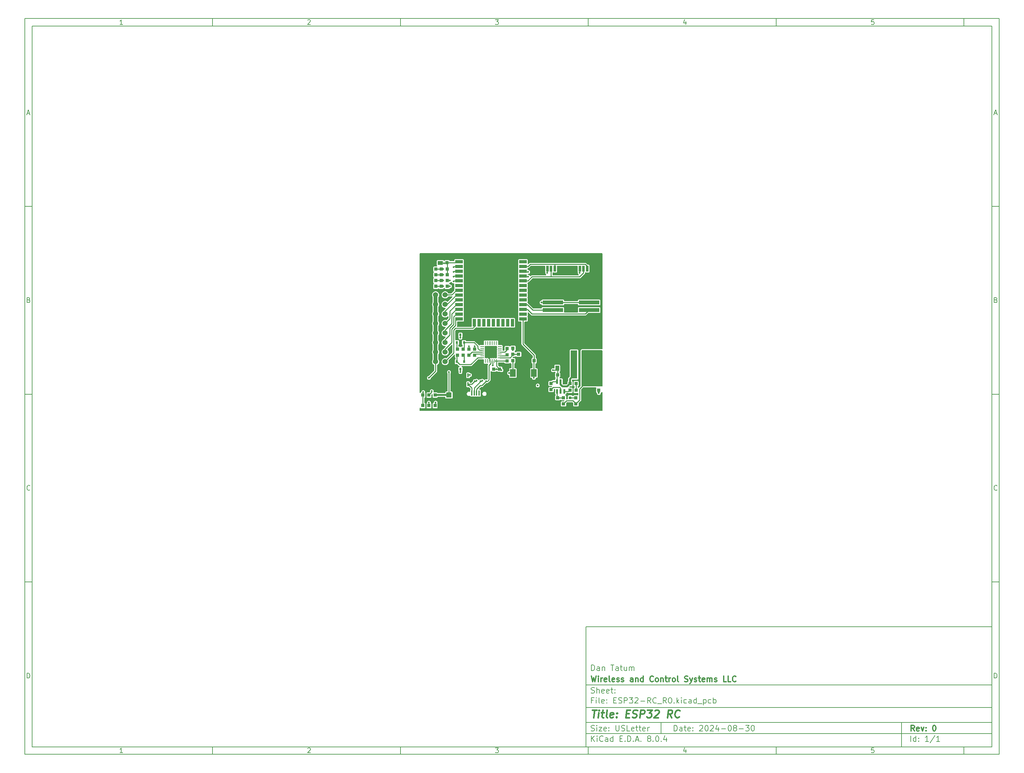
<source format=gtl>
%TF.GenerationSoftware,KiCad,Pcbnew,8.0.4*%
%TF.CreationDate,2024-09-05T11:58:49-04:00*%
%TF.ProjectId,ESP32-RC_R0,45535033-322d-4524-935f-52302e6b6963,0*%
%TF.SameCoordinates,PX6dbb4f0PY6d3f490*%
%TF.FileFunction,Copper,L1,Top*%
%TF.FilePolarity,Positive*%
%FSLAX46Y46*%
G04 Gerber Fmt 4.6, Leading zero omitted, Abs format (unit mm)*
G04 Created by KiCad (PCBNEW 8.0.4) date 2024-09-05 11:58:49*
%MOMM*%
%LPD*%
G01*
G04 APERTURE LIST*
%ADD10C,0.100000*%
%ADD11C,0.150000*%
%ADD12C,0.300000*%
%ADD13C,0.400000*%
%TA.AperFunction,SMDPad,CuDef*%
%ADD14R,0.800000X0.800000*%
%TD*%
%TA.AperFunction,SMDPad,CuDef*%
%ADD15R,0.939800X0.812800*%
%TD*%
%TA.AperFunction,SMDPad,CuDef*%
%ADD16R,0.812800X0.939800*%
%TD*%
%TA.AperFunction,SMDPad,CuDef*%
%ADD17R,0.400000X0.480000*%
%TD*%
%TA.AperFunction,SMDPad,CuDef*%
%ADD18R,1.397000X1.016000*%
%TD*%
%TA.AperFunction,SMDPad,CuDef*%
%ADD19R,1.016000X1.397000*%
%TD*%
%TA.AperFunction,SMDPad,CuDef*%
%ADD20R,1.803400X7.493000*%
%TD*%
%TA.AperFunction,SMDPad,CuDef*%
%ADD21R,0.270000X0.990000*%
%TD*%
%TA.AperFunction,SMDPad,CuDef*%
%ADD22R,0.990000X0.270000*%
%TD*%
%TA.AperFunction,SMDPad,CuDef*%
%ADD23R,3.250000X3.250000*%
%TD*%
%TA.AperFunction,ComponentPad*%
%ADD24R,1.370000X1.370000*%
%TD*%
%TA.AperFunction,ComponentPad*%
%ADD25C,1.370000*%
%TD*%
%TA.AperFunction,SMDPad,CuDef*%
%ADD26R,0.660400X1.549400*%
%TD*%
%TA.AperFunction,SMDPad,CuDef*%
%ADD27R,1.295400X1.905000*%
%TD*%
%TA.AperFunction,SMDPad,CuDef*%
%ADD28R,2.000000X0.900000*%
%TD*%
%TA.AperFunction,SMDPad,CuDef*%
%ADD29R,0.900000X2.000000*%
%TD*%
%TA.AperFunction,SMDPad,CuDef*%
%ADD30R,1.330000X1.330000*%
%TD*%
%TA.AperFunction,SMDPad,CuDef*%
%ADD31R,1.500000X2.000000*%
%TD*%
%TA.AperFunction,SMDPad,CuDef*%
%ADD32R,0.600000X0.800000*%
%TD*%
%TA.AperFunction,SMDPad,CuDef*%
%ADD33R,0.400000X1.350000*%
%TD*%
%TA.AperFunction,SMDPad,CuDef*%
%ADD34R,1.800000X1.900000*%
%TD*%
%TA.AperFunction,SMDPad,CuDef*%
%ADD35R,1.900000X1.900000*%
%TD*%
%TA.AperFunction,SMDPad,CuDef*%
%ADD36R,0.600000X1.150000*%
%TD*%
%TA.AperFunction,SMDPad,CuDef*%
%ADD37R,5.500000X1.000000*%
%TD*%
%TA.AperFunction,SMDPad,CuDef*%
%ADD38R,3.000000X1.600000*%
%TD*%
%TA.AperFunction,SMDPad,CuDef*%
%ADD39R,0.460000X1.040000*%
%TD*%
%TA.AperFunction,ViaPad*%
%ADD40C,0.508000*%
%TD*%
%TA.AperFunction,Conductor*%
%ADD41C,0.254000*%
%TD*%
%TA.AperFunction,Conductor*%
%ADD42C,0.508000*%
%TD*%
%TA.AperFunction,Conductor*%
%ADD43C,1.016000*%
%TD*%
G04 APERTURE END LIST*
D10*
D11*
X44338000Y-57346000D02*
X152338000Y-57346000D01*
X152338000Y-89346000D01*
X44338000Y-89346000D01*
X44338000Y-57346000D01*
D10*
D11*
X-105062000Y104554000D02*
X154338000Y104554000D01*
X154338000Y-91346000D01*
X-105062000Y-91346000D01*
X-105062000Y104554000D01*
D10*
D11*
X-103062000Y102554000D02*
X152338000Y102554000D01*
X152338000Y-89346000D01*
X-103062000Y-89346000D01*
X-103062000Y102554000D01*
D10*
D11*
X-55062000Y102554000D02*
X-55062000Y104554000D01*
D10*
D11*
X-5062000Y102554000D02*
X-5062000Y104554000D01*
D10*
D11*
X44938000Y102554000D02*
X44938000Y104554000D01*
D10*
D11*
X94938000Y102554000D02*
X94938000Y104554000D01*
D10*
D11*
X144938000Y102554000D02*
X144938000Y104554000D01*
D10*
D11*
X-78972840Y102960396D02*
X-79715697Y102960396D01*
X-79344269Y102960396D02*
X-79344269Y104260396D01*
X-79344269Y104260396D02*
X-79468078Y104074681D01*
X-79468078Y104074681D02*
X-79591888Y103950872D01*
X-79591888Y103950872D02*
X-79715697Y103888967D01*
D10*
D11*
X-29715697Y104136586D02*
X-29653793Y104198491D01*
X-29653793Y104198491D02*
X-29529983Y104260396D01*
X-29529983Y104260396D02*
X-29220459Y104260396D01*
X-29220459Y104260396D02*
X-29096650Y104198491D01*
X-29096650Y104198491D02*
X-29034745Y104136586D01*
X-29034745Y104136586D02*
X-28972840Y104012777D01*
X-28972840Y104012777D02*
X-28972840Y103888967D01*
X-28972840Y103888967D02*
X-29034745Y103703253D01*
X-29034745Y103703253D02*
X-29777602Y102960396D01*
X-29777602Y102960396D02*
X-28972840Y102960396D01*
D10*
D11*
X20222398Y104260396D02*
X21027160Y104260396D01*
X21027160Y104260396D02*
X20593826Y103765158D01*
X20593826Y103765158D02*
X20779541Y103765158D01*
X20779541Y103765158D02*
X20903350Y103703253D01*
X20903350Y103703253D02*
X20965255Y103641348D01*
X20965255Y103641348D02*
X21027160Y103517539D01*
X21027160Y103517539D02*
X21027160Y103208015D01*
X21027160Y103208015D02*
X20965255Y103084205D01*
X20965255Y103084205D02*
X20903350Y103022300D01*
X20903350Y103022300D02*
X20779541Y102960396D01*
X20779541Y102960396D02*
X20408112Y102960396D01*
X20408112Y102960396D02*
X20284303Y103022300D01*
X20284303Y103022300D02*
X20222398Y103084205D01*
D10*
D11*
X70903350Y103827062D02*
X70903350Y102960396D01*
X70593826Y104322300D02*
X70284303Y103393729D01*
X70284303Y103393729D02*
X71089064Y103393729D01*
D10*
D11*
X120965255Y104260396D02*
X120346207Y104260396D01*
X120346207Y104260396D02*
X120284303Y103641348D01*
X120284303Y103641348D02*
X120346207Y103703253D01*
X120346207Y103703253D02*
X120470017Y103765158D01*
X120470017Y103765158D02*
X120779541Y103765158D01*
X120779541Y103765158D02*
X120903350Y103703253D01*
X120903350Y103703253D02*
X120965255Y103641348D01*
X120965255Y103641348D02*
X121027160Y103517539D01*
X121027160Y103517539D02*
X121027160Y103208015D01*
X121027160Y103208015D02*
X120965255Y103084205D01*
X120965255Y103084205D02*
X120903350Y103022300D01*
X120903350Y103022300D02*
X120779541Y102960396D01*
X120779541Y102960396D02*
X120470017Y102960396D01*
X120470017Y102960396D02*
X120346207Y103022300D01*
X120346207Y103022300D02*
X120284303Y103084205D01*
D10*
D11*
X-55062000Y-89346000D02*
X-55062000Y-91346000D01*
D10*
D11*
X-5062000Y-89346000D02*
X-5062000Y-91346000D01*
D10*
D11*
X44938000Y-89346000D02*
X44938000Y-91346000D01*
D10*
D11*
X94938000Y-89346000D02*
X94938000Y-91346000D01*
D10*
D11*
X144938000Y-89346000D02*
X144938000Y-91346000D01*
D10*
D11*
X-78972840Y-90939604D02*
X-79715697Y-90939604D01*
X-79344269Y-90939604D02*
X-79344269Y-89639604D01*
X-79344269Y-89639604D02*
X-79468078Y-89825319D01*
X-79468078Y-89825319D02*
X-79591888Y-89949128D01*
X-79591888Y-89949128D02*
X-79715697Y-90011033D01*
D10*
D11*
X-29715697Y-89763414D02*
X-29653793Y-89701509D01*
X-29653793Y-89701509D02*
X-29529983Y-89639604D01*
X-29529983Y-89639604D02*
X-29220459Y-89639604D01*
X-29220459Y-89639604D02*
X-29096650Y-89701509D01*
X-29096650Y-89701509D02*
X-29034745Y-89763414D01*
X-29034745Y-89763414D02*
X-28972840Y-89887223D01*
X-28972840Y-89887223D02*
X-28972840Y-90011033D01*
X-28972840Y-90011033D02*
X-29034745Y-90196747D01*
X-29034745Y-90196747D02*
X-29777602Y-90939604D01*
X-29777602Y-90939604D02*
X-28972840Y-90939604D01*
D10*
D11*
X20222398Y-89639604D02*
X21027160Y-89639604D01*
X21027160Y-89639604D02*
X20593826Y-90134842D01*
X20593826Y-90134842D02*
X20779541Y-90134842D01*
X20779541Y-90134842D02*
X20903350Y-90196747D01*
X20903350Y-90196747D02*
X20965255Y-90258652D01*
X20965255Y-90258652D02*
X21027160Y-90382461D01*
X21027160Y-90382461D02*
X21027160Y-90691985D01*
X21027160Y-90691985D02*
X20965255Y-90815795D01*
X20965255Y-90815795D02*
X20903350Y-90877700D01*
X20903350Y-90877700D02*
X20779541Y-90939604D01*
X20779541Y-90939604D02*
X20408112Y-90939604D01*
X20408112Y-90939604D02*
X20284303Y-90877700D01*
X20284303Y-90877700D02*
X20222398Y-90815795D01*
D10*
D11*
X70903350Y-90072938D02*
X70903350Y-90939604D01*
X70593826Y-89577700D02*
X70284303Y-90506271D01*
X70284303Y-90506271D02*
X71089064Y-90506271D01*
D10*
D11*
X120965255Y-89639604D02*
X120346207Y-89639604D01*
X120346207Y-89639604D02*
X120284303Y-90258652D01*
X120284303Y-90258652D02*
X120346207Y-90196747D01*
X120346207Y-90196747D02*
X120470017Y-90134842D01*
X120470017Y-90134842D02*
X120779541Y-90134842D01*
X120779541Y-90134842D02*
X120903350Y-90196747D01*
X120903350Y-90196747D02*
X120965255Y-90258652D01*
X120965255Y-90258652D02*
X121027160Y-90382461D01*
X121027160Y-90382461D02*
X121027160Y-90691985D01*
X121027160Y-90691985D02*
X120965255Y-90815795D01*
X120965255Y-90815795D02*
X120903350Y-90877700D01*
X120903350Y-90877700D02*
X120779541Y-90939604D01*
X120779541Y-90939604D02*
X120470017Y-90939604D01*
X120470017Y-90939604D02*
X120346207Y-90877700D01*
X120346207Y-90877700D02*
X120284303Y-90815795D01*
D10*
D11*
X-105062000Y54554000D02*
X-103062000Y54554000D01*
D10*
D11*
X-105062000Y4554000D02*
X-103062000Y4554000D01*
D10*
D11*
X-105062000Y-45446000D02*
X-103062000Y-45446000D01*
D10*
D11*
X-104371524Y79331824D02*
X-103752477Y79331824D01*
X-104495334Y78960396D02*
X-104062001Y80260396D01*
X-104062001Y80260396D02*
X-103628667Y78960396D01*
D10*
D11*
X-103969143Y29641348D02*
X-103783429Y29579443D01*
X-103783429Y29579443D02*
X-103721524Y29517539D01*
X-103721524Y29517539D02*
X-103659620Y29393729D01*
X-103659620Y29393729D02*
X-103659620Y29208015D01*
X-103659620Y29208015D02*
X-103721524Y29084205D01*
X-103721524Y29084205D02*
X-103783429Y29022300D01*
X-103783429Y29022300D02*
X-103907239Y28960396D01*
X-103907239Y28960396D02*
X-104402477Y28960396D01*
X-104402477Y28960396D02*
X-104402477Y30260396D01*
X-104402477Y30260396D02*
X-103969143Y30260396D01*
X-103969143Y30260396D02*
X-103845334Y30198491D01*
X-103845334Y30198491D02*
X-103783429Y30136586D01*
X-103783429Y30136586D02*
X-103721524Y30012777D01*
X-103721524Y30012777D02*
X-103721524Y29888967D01*
X-103721524Y29888967D02*
X-103783429Y29765158D01*
X-103783429Y29765158D02*
X-103845334Y29703253D01*
X-103845334Y29703253D02*
X-103969143Y29641348D01*
X-103969143Y29641348D02*
X-104402477Y29641348D01*
D10*
D11*
X-103659620Y-20915795D02*
X-103721524Y-20977700D01*
X-103721524Y-20977700D02*
X-103907239Y-21039604D01*
X-103907239Y-21039604D02*
X-104031048Y-21039604D01*
X-104031048Y-21039604D02*
X-104216762Y-20977700D01*
X-104216762Y-20977700D02*
X-104340572Y-20853890D01*
X-104340572Y-20853890D02*
X-104402477Y-20730080D01*
X-104402477Y-20730080D02*
X-104464381Y-20482461D01*
X-104464381Y-20482461D02*
X-104464381Y-20296747D01*
X-104464381Y-20296747D02*
X-104402477Y-20049128D01*
X-104402477Y-20049128D02*
X-104340572Y-19925319D01*
X-104340572Y-19925319D02*
X-104216762Y-19801509D01*
X-104216762Y-19801509D02*
X-104031048Y-19739604D01*
X-104031048Y-19739604D02*
X-103907239Y-19739604D01*
X-103907239Y-19739604D02*
X-103721524Y-19801509D01*
X-103721524Y-19801509D02*
X-103659620Y-19863414D01*
D10*
D11*
X-104402477Y-71039604D02*
X-104402477Y-69739604D01*
X-104402477Y-69739604D02*
X-104092953Y-69739604D01*
X-104092953Y-69739604D02*
X-103907239Y-69801509D01*
X-103907239Y-69801509D02*
X-103783429Y-69925319D01*
X-103783429Y-69925319D02*
X-103721524Y-70049128D01*
X-103721524Y-70049128D02*
X-103659620Y-70296747D01*
X-103659620Y-70296747D02*
X-103659620Y-70482461D01*
X-103659620Y-70482461D02*
X-103721524Y-70730080D01*
X-103721524Y-70730080D02*
X-103783429Y-70853890D01*
X-103783429Y-70853890D02*
X-103907239Y-70977700D01*
X-103907239Y-70977700D02*
X-104092953Y-71039604D01*
X-104092953Y-71039604D02*
X-104402477Y-71039604D01*
D10*
D11*
X154338000Y54554000D02*
X152338000Y54554000D01*
D10*
D11*
X154338000Y4554000D02*
X152338000Y4554000D01*
D10*
D11*
X154338000Y-45446000D02*
X152338000Y-45446000D01*
D10*
D11*
X153028476Y79331824D02*
X153647523Y79331824D01*
X152904666Y78960396D02*
X153337999Y80260396D01*
X153337999Y80260396D02*
X153771333Y78960396D01*
D10*
D11*
X153430857Y29641348D02*
X153616571Y29579443D01*
X153616571Y29579443D02*
X153678476Y29517539D01*
X153678476Y29517539D02*
X153740380Y29393729D01*
X153740380Y29393729D02*
X153740380Y29208015D01*
X153740380Y29208015D02*
X153678476Y29084205D01*
X153678476Y29084205D02*
X153616571Y29022300D01*
X153616571Y29022300D02*
X153492761Y28960396D01*
X153492761Y28960396D02*
X152997523Y28960396D01*
X152997523Y28960396D02*
X152997523Y30260396D01*
X152997523Y30260396D02*
X153430857Y30260396D01*
X153430857Y30260396D02*
X153554666Y30198491D01*
X153554666Y30198491D02*
X153616571Y30136586D01*
X153616571Y30136586D02*
X153678476Y30012777D01*
X153678476Y30012777D02*
X153678476Y29888967D01*
X153678476Y29888967D02*
X153616571Y29765158D01*
X153616571Y29765158D02*
X153554666Y29703253D01*
X153554666Y29703253D02*
X153430857Y29641348D01*
X153430857Y29641348D02*
X152997523Y29641348D01*
D10*
D11*
X153740380Y-20915795D02*
X153678476Y-20977700D01*
X153678476Y-20977700D02*
X153492761Y-21039604D01*
X153492761Y-21039604D02*
X153368952Y-21039604D01*
X153368952Y-21039604D02*
X153183238Y-20977700D01*
X153183238Y-20977700D02*
X153059428Y-20853890D01*
X153059428Y-20853890D02*
X152997523Y-20730080D01*
X152997523Y-20730080D02*
X152935619Y-20482461D01*
X152935619Y-20482461D02*
X152935619Y-20296747D01*
X152935619Y-20296747D02*
X152997523Y-20049128D01*
X152997523Y-20049128D02*
X153059428Y-19925319D01*
X153059428Y-19925319D02*
X153183238Y-19801509D01*
X153183238Y-19801509D02*
X153368952Y-19739604D01*
X153368952Y-19739604D02*
X153492761Y-19739604D01*
X153492761Y-19739604D02*
X153678476Y-19801509D01*
X153678476Y-19801509D02*
X153740380Y-19863414D01*
D10*
D11*
X152997523Y-71039604D02*
X152997523Y-69739604D01*
X152997523Y-69739604D02*
X153307047Y-69739604D01*
X153307047Y-69739604D02*
X153492761Y-69801509D01*
X153492761Y-69801509D02*
X153616571Y-69925319D01*
X153616571Y-69925319D02*
X153678476Y-70049128D01*
X153678476Y-70049128D02*
X153740380Y-70296747D01*
X153740380Y-70296747D02*
X153740380Y-70482461D01*
X153740380Y-70482461D02*
X153678476Y-70730080D01*
X153678476Y-70730080D02*
X153616571Y-70853890D01*
X153616571Y-70853890D02*
X153492761Y-70977700D01*
X153492761Y-70977700D02*
X153307047Y-71039604D01*
X153307047Y-71039604D02*
X152997523Y-71039604D01*
D10*
D11*
X67793826Y-85132128D02*
X67793826Y-83632128D01*
X67793826Y-83632128D02*
X68150969Y-83632128D01*
X68150969Y-83632128D02*
X68365255Y-83703557D01*
X68365255Y-83703557D02*
X68508112Y-83846414D01*
X68508112Y-83846414D02*
X68579541Y-83989271D01*
X68579541Y-83989271D02*
X68650969Y-84274985D01*
X68650969Y-84274985D02*
X68650969Y-84489271D01*
X68650969Y-84489271D02*
X68579541Y-84774985D01*
X68579541Y-84774985D02*
X68508112Y-84917842D01*
X68508112Y-84917842D02*
X68365255Y-85060700D01*
X68365255Y-85060700D02*
X68150969Y-85132128D01*
X68150969Y-85132128D02*
X67793826Y-85132128D01*
X69936684Y-85132128D02*
X69936684Y-84346414D01*
X69936684Y-84346414D02*
X69865255Y-84203557D01*
X69865255Y-84203557D02*
X69722398Y-84132128D01*
X69722398Y-84132128D02*
X69436684Y-84132128D01*
X69436684Y-84132128D02*
X69293826Y-84203557D01*
X69936684Y-85060700D02*
X69793826Y-85132128D01*
X69793826Y-85132128D02*
X69436684Y-85132128D01*
X69436684Y-85132128D02*
X69293826Y-85060700D01*
X69293826Y-85060700D02*
X69222398Y-84917842D01*
X69222398Y-84917842D02*
X69222398Y-84774985D01*
X69222398Y-84774985D02*
X69293826Y-84632128D01*
X69293826Y-84632128D02*
X69436684Y-84560700D01*
X69436684Y-84560700D02*
X69793826Y-84560700D01*
X69793826Y-84560700D02*
X69936684Y-84489271D01*
X70436684Y-84132128D02*
X71008112Y-84132128D01*
X70650969Y-83632128D02*
X70650969Y-84917842D01*
X70650969Y-84917842D02*
X70722398Y-85060700D01*
X70722398Y-85060700D02*
X70865255Y-85132128D01*
X70865255Y-85132128D02*
X71008112Y-85132128D01*
X72079541Y-85060700D02*
X71936684Y-85132128D01*
X71936684Y-85132128D02*
X71650970Y-85132128D01*
X71650970Y-85132128D02*
X71508112Y-85060700D01*
X71508112Y-85060700D02*
X71436684Y-84917842D01*
X71436684Y-84917842D02*
X71436684Y-84346414D01*
X71436684Y-84346414D02*
X71508112Y-84203557D01*
X71508112Y-84203557D02*
X71650970Y-84132128D01*
X71650970Y-84132128D02*
X71936684Y-84132128D01*
X71936684Y-84132128D02*
X72079541Y-84203557D01*
X72079541Y-84203557D02*
X72150970Y-84346414D01*
X72150970Y-84346414D02*
X72150970Y-84489271D01*
X72150970Y-84489271D02*
X71436684Y-84632128D01*
X72793826Y-84989271D02*
X72865255Y-85060700D01*
X72865255Y-85060700D02*
X72793826Y-85132128D01*
X72793826Y-85132128D02*
X72722398Y-85060700D01*
X72722398Y-85060700D02*
X72793826Y-84989271D01*
X72793826Y-84989271D02*
X72793826Y-85132128D01*
X72793826Y-84203557D02*
X72865255Y-84274985D01*
X72865255Y-84274985D02*
X72793826Y-84346414D01*
X72793826Y-84346414D02*
X72722398Y-84274985D01*
X72722398Y-84274985D02*
X72793826Y-84203557D01*
X72793826Y-84203557D02*
X72793826Y-84346414D01*
X74579541Y-83774985D02*
X74650969Y-83703557D01*
X74650969Y-83703557D02*
X74793827Y-83632128D01*
X74793827Y-83632128D02*
X75150969Y-83632128D01*
X75150969Y-83632128D02*
X75293827Y-83703557D01*
X75293827Y-83703557D02*
X75365255Y-83774985D01*
X75365255Y-83774985D02*
X75436684Y-83917842D01*
X75436684Y-83917842D02*
X75436684Y-84060700D01*
X75436684Y-84060700D02*
X75365255Y-84274985D01*
X75365255Y-84274985D02*
X74508112Y-85132128D01*
X74508112Y-85132128D02*
X75436684Y-85132128D01*
X76365255Y-83632128D02*
X76508112Y-83632128D01*
X76508112Y-83632128D02*
X76650969Y-83703557D01*
X76650969Y-83703557D02*
X76722398Y-83774985D01*
X76722398Y-83774985D02*
X76793826Y-83917842D01*
X76793826Y-83917842D02*
X76865255Y-84203557D01*
X76865255Y-84203557D02*
X76865255Y-84560700D01*
X76865255Y-84560700D02*
X76793826Y-84846414D01*
X76793826Y-84846414D02*
X76722398Y-84989271D01*
X76722398Y-84989271D02*
X76650969Y-85060700D01*
X76650969Y-85060700D02*
X76508112Y-85132128D01*
X76508112Y-85132128D02*
X76365255Y-85132128D01*
X76365255Y-85132128D02*
X76222398Y-85060700D01*
X76222398Y-85060700D02*
X76150969Y-84989271D01*
X76150969Y-84989271D02*
X76079540Y-84846414D01*
X76079540Y-84846414D02*
X76008112Y-84560700D01*
X76008112Y-84560700D02*
X76008112Y-84203557D01*
X76008112Y-84203557D02*
X76079540Y-83917842D01*
X76079540Y-83917842D02*
X76150969Y-83774985D01*
X76150969Y-83774985D02*
X76222398Y-83703557D01*
X76222398Y-83703557D02*
X76365255Y-83632128D01*
X77436683Y-83774985D02*
X77508111Y-83703557D01*
X77508111Y-83703557D02*
X77650969Y-83632128D01*
X77650969Y-83632128D02*
X78008111Y-83632128D01*
X78008111Y-83632128D02*
X78150969Y-83703557D01*
X78150969Y-83703557D02*
X78222397Y-83774985D01*
X78222397Y-83774985D02*
X78293826Y-83917842D01*
X78293826Y-83917842D02*
X78293826Y-84060700D01*
X78293826Y-84060700D02*
X78222397Y-84274985D01*
X78222397Y-84274985D02*
X77365254Y-85132128D01*
X77365254Y-85132128D02*
X78293826Y-85132128D01*
X79579540Y-84132128D02*
X79579540Y-85132128D01*
X79222397Y-83560700D02*
X78865254Y-84632128D01*
X78865254Y-84632128D02*
X79793825Y-84632128D01*
X80365253Y-84560700D02*
X81508111Y-84560700D01*
X82508111Y-83632128D02*
X82650968Y-83632128D01*
X82650968Y-83632128D02*
X82793825Y-83703557D01*
X82793825Y-83703557D02*
X82865254Y-83774985D01*
X82865254Y-83774985D02*
X82936682Y-83917842D01*
X82936682Y-83917842D02*
X83008111Y-84203557D01*
X83008111Y-84203557D02*
X83008111Y-84560700D01*
X83008111Y-84560700D02*
X82936682Y-84846414D01*
X82936682Y-84846414D02*
X82865254Y-84989271D01*
X82865254Y-84989271D02*
X82793825Y-85060700D01*
X82793825Y-85060700D02*
X82650968Y-85132128D01*
X82650968Y-85132128D02*
X82508111Y-85132128D01*
X82508111Y-85132128D02*
X82365254Y-85060700D01*
X82365254Y-85060700D02*
X82293825Y-84989271D01*
X82293825Y-84989271D02*
X82222396Y-84846414D01*
X82222396Y-84846414D02*
X82150968Y-84560700D01*
X82150968Y-84560700D02*
X82150968Y-84203557D01*
X82150968Y-84203557D02*
X82222396Y-83917842D01*
X82222396Y-83917842D02*
X82293825Y-83774985D01*
X82293825Y-83774985D02*
X82365254Y-83703557D01*
X82365254Y-83703557D02*
X82508111Y-83632128D01*
X83865253Y-84274985D02*
X83722396Y-84203557D01*
X83722396Y-84203557D02*
X83650967Y-84132128D01*
X83650967Y-84132128D02*
X83579539Y-83989271D01*
X83579539Y-83989271D02*
X83579539Y-83917842D01*
X83579539Y-83917842D02*
X83650967Y-83774985D01*
X83650967Y-83774985D02*
X83722396Y-83703557D01*
X83722396Y-83703557D02*
X83865253Y-83632128D01*
X83865253Y-83632128D02*
X84150967Y-83632128D01*
X84150967Y-83632128D02*
X84293825Y-83703557D01*
X84293825Y-83703557D02*
X84365253Y-83774985D01*
X84365253Y-83774985D02*
X84436682Y-83917842D01*
X84436682Y-83917842D02*
X84436682Y-83989271D01*
X84436682Y-83989271D02*
X84365253Y-84132128D01*
X84365253Y-84132128D02*
X84293825Y-84203557D01*
X84293825Y-84203557D02*
X84150967Y-84274985D01*
X84150967Y-84274985D02*
X83865253Y-84274985D01*
X83865253Y-84274985D02*
X83722396Y-84346414D01*
X83722396Y-84346414D02*
X83650967Y-84417842D01*
X83650967Y-84417842D02*
X83579539Y-84560700D01*
X83579539Y-84560700D02*
X83579539Y-84846414D01*
X83579539Y-84846414D02*
X83650967Y-84989271D01*
X83650967Y-84989271D02*
X83722396Y-85060700D01*
X83722396Y-85060700D02*
X83865253Y-85132128D01*
X83865253Y-85132128D02*
X84150967Y-85132128D01*
X84150967Y-85132128D02*
X84293825Y-85060700D01*
X84293825Y-85060700D02*
X84365253Y-84989271D01*
X84365253Y-84989271D02*
X84436682Y-84846414D01*
X84436682Y-84846414D02*
X84436682Y-84560700D01*
X84436682Y-84560700D02*
X84365253Y-84417842D01*
X84365253Y-84417842D02*
X84293825Y-84346414D01*
X84293825Y-84346414D02*
X84150967Y-84274985D01*
X85079538Y-84560700D02*
X86222396Y-84560700D01*
X86793824Y-83632128D02*
X87722396Y-83632128D01*
X87722396Y-83632128D02*
X87222396Y-84203557D01*
X87222396Y-84203557D02*
X87436681Y-84203557D01*
X87436681Y-84203557D02*
X87579539Y-84274985D01*
X87579539Y-84274985D02*
X87650967Y-84346414D01*
X87650967Y-84346414D02*
X87722396Y-84489271D01*
X87722396Y-84489271D02*
X87722396Y-84846414D01*
X87722396Y-84846414D02*
X87650967Y-84989271D01*
X87650967Y-84989271D02*
X87579539Y-85060700D01*
X87579539Y-85060700D02*
X87436681Y-85132128D01*
X87436681Y-85132128D02*
X87008110Y-85132128D01*
X87008110Y-85132128D02*
X86865253Y-85060700D01*
X86865253Y-85060700D02*
X86793824Y-84989271D01*
X88650967Y-83632128D02*
X88793824Y-83632128D01*
X88793824Y-83632128D02*
X88936681Y-83703557D01*
X88936681Y-83703557D02*
X89008110Y-83774985D01*
X89008110Y-83774985D02*
X89079538Y-83917842D01*
X89079538Y-83917842D02*
X89150967Y-84203557D01*
X89150967Y-84203557D02*
X89150967Y-84560700D01*
X89150967Y-84560700D02*
X89079538Y-84846414D01*
X89079538Y-84846414D02*
X89008110Y-84989271D01*
X89008110Y-84989271D02*
X88936681Y-85060700D01*
X88936681Y-85060700D02*
X88793824Y-85132128D01*
X88793824Y-85132128D02*
X88650967Y-85132128D01*
X88650967Y-85132128D02*
X88508110Y-85060700D01*
X88508110Y-85060700D02*
X88436681Y-84989271D01*
X88436681Y-84989271D02*
X88365252Y-84846414D01*
X88365252Y-84846414D02*
X88293824Y-84560700D01*
X88293824Y-84560700D02*
X88293824Y-84203557D01*
X88293824Y-84203557D02*
X88365252Y-83917842D01*
X88365252Y-83917842D02*
X88436681Y-83774985D01*
X88436681Y-83774985D02*
X88508110Y-83703557D01*
X88508110Y-83703557D02*
X88650967Y-83632128D01*
D10*
D11*
X44338000Y-85846000D02*
X152338000Y-85846000D01*
D10*
D11*
X45793826Y-87932128D02*
X45793826Y-86432128D01*
X46650969Y-87932128D02*
X46008112Y-87074985D01*
X46650969Y-86432128D02*
X45793826Y-87289271D01*
X47293826Y-87932128D02*
X47293826Y-86932128D01*
X47293826Y-86432128D02*
X47222398Y-86503557D01*
X47222398Y-86503557D02*
X47293826Y-86574985D01*
X47293826Y-86574985D02*
X47365255Y-86503557D01*
X47365255Y-86503557D02*
X47293826Y-86432128D01*
X47293826Y-86432128D02*
X47293826Y-86574985D01*
X48865255Y-87789271D02*
X48793827Y-87860700D01*
X48793827Y-87860700D02*
X48579541Y-87932128D01*
X48579541Y-87932128D02*
X48436684Y-87932128D01*
X48436684Y-87932128D02*
X48222398Y-87860700D01*
X48222398Y-87860700D02*
X48079541Y-87717842D01*
X48079541Y-87717842D02*
X48008112Y-87574985D01*
X48008112Y-87574985D02*
X47936684Y-87289271D01*
X47936684Y-87289271D02*
X47936684Y-87074985D01*
X47936684Y-87074985D02*
X48008112Y-86789271D01*
X48008112Y-86789271D02*
X48079541Y-86646414D01*
X48079541Y-86646414D02*
X48222398Y-86503557D01*
X48222398Y-86503557D02*
X48436684Y-86432128D01*
X48436684Y-86432128D02*
X48579541Y-86432128D01*
X48579541Y-86432128D02*
X48793827Y-86503557D01*
X48793827Y-86503557D02*
X48865255Y-86574985D01*
X50150970Y-87932128D02*
X50150970Y-87146414D01*
X50150970Y-87146414D02*
X50079541Y-87003557D01*
X50079541Y-87003557D02*
X49936684Y-86932128D01*
X49936684Y-86932128D02*
X49650970Y-86932128D01*
X49650970Y-86932128D02*
X49508112Y-87003557D01*
X50150970Y-87860700D02*
X50008112Y-87932128D01*
X50008112Y-87932128D02*
X49650970Y-87932128D01*
X49650970Y-87932128D02*
X49508112Y-87860700D01*
X49508112Y-87860700D02*
X49436684Y-87717842D01*
X49436684Y-87717842D02*
X49436684Y-87574985D01*
X49436684Y-87574985D02*
X49508112Y-87432128D01*
X49508112Y-87432128D02*
X49650970Y-87360700D01*
X49650970Y-87360700D02*
X50008112Y-87360700D01*
X50008112Y-87360700D02*
X50150970Y-87289271D01*
X51508113Y-87932128D02*
X51508113Y-86432128D01*
X51508113Y-87860700D02*
X51365255Y-87932128D01*
X51365255Y-87932128D02*
X51079541Y-87932128D01*
X51079541Y-87932128D02*
X50936684Y-87860700D01*
X50936684Y-87860700D02*
X50865255Y-87789271D01*
X50865255Y-87789271D02*
X50793827Y-87646414D01*
X50793827Y-87646414D02*
X50793827Y-87217842D01*
X50793827Y-87217842D02*
X50865255Y-87074985D01*
X50865255Y-87074985D02*
X50936684Y-87003557D01*
X50936684Y-87003557D02*
X51079541Y-86932128D01*
X51079541Y-86932128D02*
X51365255Y-86932128D01*
X51365255Y-86932128D02*
X51508113Y-87003557D01*
X53365255Y-87146414D02*
X53865255Y-87146414D01*
X54079541Y-87932128D02*
X53365255Y-87932128D01*
X53365255Y-87932128D02*
X53365255Y-86432128D01*
X53365255Y-86432128D02*
X54079541Y-86432128D01*
X54722398Y-87789271D02*
X54793827Y-87860700D01*
X54793827Y-87860700D02*
X54722398Y-87932128D01*
X54722398Y-87932128D02*
X54650970Y-87860700D01*
X54650970Y-87860700D02*
X54722398Y-87789271D01*
X54722398Y-87789271D02*
X54722398Y-87932128D01*
X55436684Y-87932128D02*
X55436684Y-86432128D01*
X55436684Y-86432128D02*
X55793827Y-86432128D01*
X55793827Y-86432128D02*
X56008113Y-86503557D01*
X56008113Y-86503557D02*
X56150970Y-86646414D01*
X56150970Y-86646414D02*
X56222399Y-86789271D01*
X56222399Y-86789271D02*
X56293827Y-87074985D01*
X56293827Y-87074985D02*
X56293827Y-87289271D01*
X56293827Y-87289271D02*
X56222399Y-87574985D01*
X56222399Y-87574985D02*
X56150970Y-87717842D01*
X56150970Y-87717842D02*
X56008113Y-87860700D01*
X56008113Y-87860700D02*
X55793827Y-87932128D01*
X55793827Y-87932128D02*
X55436684Y-87932128D01*
X56936684Y-87789271D02*
X57008113Y-87860700D01*
X57008113Y-87860700D02*
X56936684Y-87932128D01*
X56936684Y-87932128D02*
X56865256Y-87860700D01*
X56865256Y-87860700D02*
X56936684Y-87789271D01*
X56936684Y-87789271D02*
X56936684Y-87932128D01*
X57579542Y-87503557D02*
X58293828Y-87503557D01*
X57436685Y-87932128D02*
X57936685Y-86432128D01*
X57936685Y-86432128D02*
X58436685Y-87932128D01*
X58936684Y-87789271D02*
X59008113Y-87860700D01*
X59008113Y-87860700D02*
X58936684Y-87932128D01*
X58936684Y-87932128D02*
X58865256Y-87860700D01*
X58865256Y-87860700D02*
X58936684Y-87789271D01*
X58936684Y-87789271D02*
X58936684Y-87932128D01*
X61008113Y-87074985D02*
X60865256Y-87003557D01*
X60865256Y-87003557D02*
X60793827Y-86932128D01*
X60793827Y-86932128D02*
X60722399Y-86789271D01*
X60722399Y-86789271D02*
X60722399Y-86717842D01*
X60722399Y-86717842D02*
X60793827Y-86574985D01*
X60793827Y-86574985D02*
X60865256Y-86503557D01*
X60865256Y-86503557D02*
X61008113Y-86432128D01*
X61008113Y-86432128D02*
X61293827Y-86432128D01*
X61293827Y-86432128D02*
X61436685Y-86503557D01*
X61436685Y-86503557D02*
X61508113Y-86574985D01*
X61508113Y-86574985D02*
X61579542Y-86717842D01*
X61579542Y-86717842D02*
X61579542Y-86789271D01*
X61579542Y-86789271D02*
X61508113Y-86932128D01*
X61508113Y-86932128D02*
X61436685Y-87003557D01*
X61436685Y-87003557D02*
X61293827Y-87074985D01*
X61293827Y-87074985D02*
X61008113Y-87074985D01*
X61008113Y-87074985D02*
X60865256Y-87146414D01*
X60865256Y-87146414D02*
X60793827Y-87217842D01*
X60793827Y-87217842D02*
X60722399Y-87360700D01*
X60722399Y-87360700D02*
X60722399Y-87646414D01*
X60722399Y-87646414D02*
X60793827Y-87789271D01*
X60793827Y-87789271D02*
X60865256Y-87860700D01*
X60865256Y-87860700D02*
X61008113Y-87932128D01*
X61008113Y-87932128D02*
X61293827Y-87932128D01*
X61293827Y-87932128D02*
X61436685Y-87860700D01*
X61436685Y-87860700D02*
X61508113Y-87789271D01*
X61508113Y-87789271D02*
X61579542Y-87646414D01*
X61579542Y-87646414D02*
X61579542Y-87360700D01*
X61579542Y-87360700D02*
X61508113Y-87217842D01*
X61508113Y-87217842D02*
X61436685Y-87146414D01*
X61436685Y-87146414D02*
X61293827Y-87074985D01*
X62222398Y-87789271D02*
X62293827Y-87860700D01*
X62293827Y-87860700D02*
X62222398Y-87932128D01*
X62222398Y-87932128D02*
X62150970Y-87860700D01*
X62150970Y-87860700D02*
X62222398Y-87789271D01*
X62222398Y-87789271D02*
X62222398Y-87932128D01*
X63222399Y-86432128D02*
X63365256Y-86432128D01*
X63365256Y-86432128D02*
X63508113Y-86503557D01*
X63508113Y-86503557D02*
X63579542Y-86574985D01*
X63579542Y-86574985D02*
X63650970Y-86717842D01*
X63650970Y-86717842D02*
X63722399Y-87003557D01*
X63722399Y-87003557D02*
X63722399Y-87360700D01*
X63722399Y-87360700D02*
X63650970Y-87646414D01*
X63650970Y-87646414D02*
X63579542Y-87789271D01*
X63579542Y-87789271D02*
X63508113Y-87860700D01*
X63508113Y-87860700D02*
X63365256Y-87932128D01*
X63365256Y-87932128D02*
X63222399Y-87932128D01*
X63222399Y-87932128D02*
X63079542Y-87860700D01*
X63079542Y-87860700D02*
X63008113Y-87789271D01*
X63008113Y-87789271D02*
X62936684Y-87646414D01*
X62936684Y-87646414D02*
X62865256Y-87360700D01*
X62865256Y-87360700D02*
X62865256Y-87003557D01*
X62865256Y-87003557D02*
X62936684Y-86717842D01*
X62936684Y-86717842D02*
X63008113Y-86574985D01*
X63008113Y-86574985D02*
X63079542Y-86503557D01*
X63079542Y-86503557D02*
X63222399Y-86432128D01*
X64365255Y-87789271D02*
X64436684Y-87860700D01*
X64436684Y-87860700D02*
X64365255Y-87932128D01*
X64365255Y-87932128D02*
X64293827Y-87860700D01*
X64293827Y-87860700D02*
X64365255Y-87789271D01*
X64365255Y-87789271D02*
X64365255Y-87932128D01*
X65722399Y-86932128D02*
X65722399Y-87932128D01*
X65365256Y-86360700D02*
X65008113Y-87432128D01*
X65008113Y-87432128D02*
X65936684Y-87432128D01*
D10*
D11*
X44338000Y-82846000D02*
X152338000Y-82846000D01*
D10*
D12*
X131749653Y-85124328D02*
X131249653Y-84410042D01*
X130892510Y-85124328D02*
X130892510Y-83624328D01*
X130892510Y-83624328D02*
X131463939Y-83624328D01*
X131463939Y-83624328D02*
X131606796Y-83695757D01*
X131606796Y-83695757D02*
X131678225Y-83767185D01*
X131678225Y-83767185D02*
X131749653Y-83910042D01*
X131749653Y-83910042D02*
X131749653Y-84124328D01*
X131749653Y-84124328D02*
X131678225Y-84267185D01*
X131678225Y-84267185D02*
X131606796Y-84338614D01*
X131606796Y-84338614D02*
X131463939Y-84410042D01*
X131463939Y-84410042D02*
X130892510Y-84410042D01*
X132963939Y-85052900D02*
X132821082Y-85124328D01*
X132821082Y-85124328D02*
X132535368Y-85124328D01*
X132535368Y-85124328D02*
X132392510Y-85052900D01*
X132392510Y-85052900D02*
X132321082Y-84910042D01*
X132321082Y-84910042D02*
X132321082Y-84338614D01*
X132321082Y-84338614D02*
X132392510Y-84195757D01*
X132392510Y-84195757D02*
X132535368Y-84124328D01*
X132535368Y-84124328D02*
X132821082Y-84124328D01*
X132821082Y-84124328D02*
X132963939Y-84195757D01*
X132963939Y-84195757D02*
X133035368Y-84338614D01*
X133035368Y-84338614D02*
X133035368Y-84481471D01*
X133035368Y-84481471D02*
X132321082Y-84624328D01*
X133535367Y-84124328D02*
X133892510Y-85124328D01*
X133892510Y-85124328D02*
X134249653Y-84124328D01*
X134821081Y-84981471D02*
X134892510Y-85052900D01*
X134892510Y-85052900D02*
X134821081Y-85124328D01*
X134821081Y-85124328D02*
X134749653Y-85052900D01*
X134749653Y-85052900D02*
X134821081Y-84981471D01*
X134821081Y-84981471D02*
X134821081Y-85124328D01*
X134821081Y-84195757D02*
X134892510Y-84267185D01*
X134892510Y-84267185D02*
X134821081Y-84338614D01*
X134821081Y-84338614D02*
X134749653Y-84267185D01*
X134749653Y-84267185D02*
X134821081Y-84195757D01*
X134821081Y-84195757D02*
X134821081Y-84338614D01*
X136963939Y-83624328D02*
X137106796Y-83624328D01*
X137106796Y-83624328D02*
X137249653Y-83695757D01*
X137249653Y-83695757D02*
X137321082Y-83767185D01*
X137321082Y-83767185D02*
X137392510Y-83910042D01*
X137392510Y-83910042D02*
X137463939Y-84195757D01*
X137463939Y-84195757D02*
X137463939Y-84552900D01*
X137463939Y-84552900D02*
X137392510Y-84838614D01*
X137392510Y-84838614D02*
X137321082Y-84981471D01*
X137321082Y-84981471D02*
X137249653Y-85052900D01*
X137249653Y-85052900D02*
X137106796Y-85124328D01*
X137106796Y-85124328D02*
X136963939Y-85124328D01*
X136963939Y-85124328D02*
X136821082Y-85052900D01*
X136821082Y-85052900D02*
X136749653Y-84981471D01*
X136749653Y-84981471D02*
X136678224Y-84838614D01*
X136678224Y-84838614D02*
X136606796Y-84552900D01*
X136606796Y-84552900D02*
X136606796Y-84195757D01*
X136606796Y-84195757D02*
X136678224Y-83910042D01*
X136678224Y-83910042D02*
X136749653Y-83767185D01*
X136749653Y-83767185D02*
X136821082Y-83695757D01*
X136821082Y-83695757D02*
X136963939Y-83624328D01*
D10*
D11*
X45722398Y-85060700D02*
X45936684Y-85132128D01*
X45936684Y-85132128D02*
X46293826Y-85132128D01*
X46293826Y-85132128D02*
X46436684Y-85060700D01*
X46436684Y-85060700D02*
X46508112Y-84989271D01*
X46508112Y-84989271D02*
X46579541Y-84846414D01*
X46579541Y-84846414D02*
X46579541Y-84703557D01*
X46579541Y-84703557D02*
X46508112Y-84560700D01*
X46508112Y-84560700D02*
X46436684Y-84489271D01*
X46436684Y-84489271D02*
X46293826Y-84417842D01*
X46293826Y-84417842D02*
X46008112Y-84346414D01*
X46008112Y-84346414D02*
X45865255Y-84274985D01*
X45865255Y-84274985D02*
X45793826Y-84203557D01*
X45793826Y-84203557D02*
X45722398Y-84060700D01*
X45722398Y-84060700D02*
X45722398Y-83917842D01*
X45722398Y-83917842D02*
X45793826Y-83774985D01*
X45793826Y-83774985D02*
X45865255Y-83703557D01*
X45865255Y-83703557D02*
X46008112Y-83632128D01*
X46008112Y-83632128D02*
X46365255Y-83632128D01*
X46365255Y-83632128D02*
X46579541Y-83703557D01*
X47222397Y-85132128D02*
X47222397Y-84132128D01*
X47222397Y-83632128D02*
X47150969Y-83703557D01*
X47150969Y-83703557D02*
X47222397Y-83774985D01*
X47222397Y-83774985D02*
X47293826Y-83703557D01*
X47293826Y-83703557D02*
X47222397Y-83632128D01*
X47222397Y-83632128D02*
X47222397Y-83774985D01*
X47793826Y-84132128D02*
X48579541Y-84132128D01*
X48579541Y-84132128D02*
X47793826Y-85132128D01*
X47793826Y-85132128D02*
X48579541Y-85132128D01*
X49722398Y-85060700D02*
X49579541Y-85132128D01*
X49579541Y-85132128D02*
X49293827Y-85132128D01*
X49293827Y-85132128D02*
X49150969Y-85060700D01*
X49150969Y-85060700D02*
X49079541Y-84917842D01*
X49079541Y-84917842D02*
X49079541Y-84346414D01*
X49079541Y-84346414D02*
X49150969Y-84203557D01*
X49150969Y-84203557D02*
X49293827Y-84132128D01*
X49293827Y-84132128D02*
X49579541Y-84132128D01*
X49579541Y-84132128D02*
X49722398Y-84203557D01*
X49722398Y-84203557D02*
X49793827Y-84346414D01*
X49793827Y-84346414D02*
X49793827Y-84489271D01*
X49793827Y-84489271D02*
X49079541Y-84632128D01*
X50436683Y-84989271D02*
X50508112Y-85060700D01*
X50508112Y-85060700D02*
X50436683Y-85132128D01*
X50436683Y-85132128D02*
X50365255Y-85060700D01*
X50365255Y-85060700D02*
X50436683Y-84989271D01*
X50436683Y-84989271D02*
X50436683Y-85132128D01*
X50436683Y-84203557D02*
X50508112Y-84274985D01*
X50508112Y-84274985D02*
X50436683Y-84346414D01*
X50436683Y-84346414D02*
X50365255Y-84274985D01*
X50365255Y-84274985D02*
X50436683Y-84203557D01*
X50436683Y-84203557D02*
X50436683Y-84346414D01*
X52293826Y-83632128D02*
X52293826Y-84846414D01*
X52293826Y-84846414D02*
X52365255Y-84989271D01*
X52365255Y-84989271D02*
X52436684Y-85060700D01*
X52436684Y-85060700D02*
X52579541Y-85132128D01*
X52579541Y-85132128D02*
X52865255Y-85132128D01*
X52865255Y-85132128D02*
X53008112Y-85060700D01*
X53008112Y-85060700D02*
X53079541Y-84989271D01*
X53079541Y-84989271D02*
X53150969Y-84846414D01*
X53150969Y-84846414D02*
X53150969Y-83632128D01*
X53793827Y-85060700D02*
X54008113Y-85132128D01*
X54008113Y-85132128D02*
X54365255Y-85132128D01*
X54365255Y-85132128D02*
X54508113Y-85060700D01*
X54508113Y-85060700D02*
X54579541Y-84989271D01*
X54579541Y-84989271D02*
X54650970Y-84846414D01*
X54650970Y-84846414D02*
X54650970Y-84703557D01*
X54650970Y-84703557D02*
X54579541Y-84560700D01*
X54579541Y-84560700D02*
X54508113Y-84489271D01*
X54508113Y-84489271D02*
X54365255Y-84417842D01*
X54365255Y-84417842D02*
X54079541Y-84346414D01*
X54079541Y-84346414D02*
X53936684Y-84274985D01*
X53936684Y-84274985D02*
X53865255Y-84203557D01*
X53865255Y-84203557D02*
X53793827Y-84060700D01*
X53793827Y-84060700D02*
X53793827Y-83917842D01*
X53793827Y-83917842D02*
X53865255Y-83774985D01*
X53865255Y-83774985D02*
X53936684Y-83703557D01*
X53936684Y-83703557D02*
X54079541Y-83632128D01*
X54079541Y-83632128D02*
X54436684Y-83632128D01*
X54436684Y-83632128D02*
X54650970Y-83703557D01*
X56008112Y-85132128D02*
X55293826Y-85132128D01*
X55293826Y-85132128D02*
X55293826Y-83632128D01*
X57079541Y-85060700D02*
X56936684Y-85132128D01*
X56936684Y-85132128D02*
X56650970Y-85132128D01*
X56650970Y-85132128D02*
X56508112Y-85060700D01*
X56508112Y-85060700D02*
X56436684Y-84917842D01*
X56436684Y-84917842D02*
X56436684Y-84346414D01*
X56436684Y-84346414D02*
X56508112Y-84203557D01*
X56508112Y-84203557D02*
X56650970Y-84132128D01*
X56650970Y-84132128D02*
X56936684Y-84132128D01*
X56936684Y-84132128D02*
X57079541Y-84203557D01*
X57079541Y-84203557D02*
X57150970Y-84346414D01*
X57150970Y-84346414D02*
X57150970Y-84489271D01*
X57150970Y-84489271D02*
X56436684Y-84632128D01*
X57579541Y-84132128D02*
X58150969Y-84132128D01*
X57793826Y-83632128D02*
X57793826Y-84917842D01*
X57793826Y-84917842D02*
X57865255Y-85060700D01*
X57865255Y-85060700D02*
X58008112Y-85132128D01*
X58008112Y-85132128D02*
X58150969Y-85132128D01*
X58436684Y-84132128D02*
X59008112Y-84132128D01*
X58650969Y-83632128D02*
X58650969Y-84917842D01*
X58650969Y-84917842D02*
X58722398Y-85060700D01*
X58722398Y-85060700D02*
X58865255Y-85132128D01*
X58865255Y-85132128D02*
X59008112Y-85132128D01*
X60079541Y-85060700D02*
X59936684Y-85132128D01*
X59936684Y-85132128D02*
X59650970Y-85132128D01*
X59650970Y-85132128D02*
X59508112Y-85060700D01*
X59508112Y-85060700D02*
X59436684Y-84917842D01*
X59436684Y-84917842D02*
X59436684Y-84346414D01*
X59436684Y-84346414D02*
X59508112Y-84203557D01*
X59508112Y-84203557D02*
X59650970Y-84132128D01*
X59650970Y-84132128D02*
X59936684Y-84132128D01*
X59936684Y-84132128D02*
X60079541Y-84203557D01*
X60079541Y-84203557D02*
X60150970Y-84346414D01*
X60150970Y-84346414D02*
X60150970Y-84489271D01*
X60150970Y-84489271D02*
X59436684Y-84632128D01*
X60793826Y-85132128D02*
X60793826Y-84132128D01*
X60793826Y-84417842D02*
X60865255Y-84274985D01*
X60865255Y-84274985D02*
X60936684Y-84203557D01*
X60936684Y-84203557D02*
X61079541Y-84132128D01*
X61079541Y-84132128D02*
X61222398Y-84132128D01*
D10*
D11*
X130793826Y-87932128D02*
X130793826Y-86432128D01*
X132150970Y-87932128D02*
X132150970Y-86432128D01*
X132150970Y-87860700D02*
X132008112Y-87932128D01*
X132008112Y-87932128D02*
X131722398Y-87932128D01*
X131722398Y-87932128D02*
X131579541Y-87860700D01*
X131579541Y-87860700D02*
X131508112Y-87789271D01*
X131508112Y-87789271D02*
X131436684Y-87646414D01*
X131436684Y-87646414D02*
X131436684Y-87217842D01*
X131436684Y-87217842D02*
X131508112Y-87074985D01*
X131508112Y-87074985D02*
X131579541Y-87003557D01*
X131579541Y-87003557D02*
X131722398Y-86932128D01*
X131722398Y-86932128D02*
X132008112Y-86932128D01*
X132008112Y-86932128D02*
X132150970Y-87003557D01*
X132865255Y-87789271D02*
X132936684Y-87860700D01*
X132936684Y-87860700D02*
X132865255Y-87932128D01*
X132865255Y-87932128D02*
X132793827Y-87860700D01*
X132793827Y-87860700D02*
X132865255Y-87789271D01*
X132865255Y-87789271D02*
X132865255Y-87932128D01*
X132865255Y-87003557D02*
X132936684Y-87074985D01*
X132936684Y-87074985D02*
X132865255Y-87146414D01*
X132865255Y-87146414D02*
X132793827Y-87074985D01*
X132793827Y-87074985D02*
X132865255Y-87003557D01*
X132865255Y-87003557D02*
X132865255Y-87146414D01*
X135508113Y-87932128D02*
X134650970Y-87932128D01*
X135079541Y-87932128D02*
X135079541Y-86432128D01*
X135079541Y-86432128D02*
X134936684Y-86646414D01*
X134936684Y-86646414D02*
X134793827Y-86789271D01*
X134793827Y-86789271D02*
X134650970Y-86860700D01*
X137222398Y-86360700D02*
X135936684Y-88289271D01*
X138508113Y-87932128D02*
X137650970Y-87932128D01*
X138079541Y-87932128D02*
X138079541Y-86432128D01*
X138079541Y-86432128D02*
X137936684Y-86646414D01*
X137936684Y-86646414D02*
X137793827Y-86789271D01*
X137793827Y-86789271D02*
X137650970Y-86860700D01*
D10*
D11*
X44338000Y-78846000D02*
X152338000Y-78846000D01*
D10*
D13*
X46029728Y-79550438D02*
X47172585Y-79550438D01*
X46351157Y-81550438D02*
X46601157Y-79550438D01*
X47589252Y-81550438D02*
X47755919Y-80217104D01*
X47839252Y-79550438D02*
X47732109Y-79645676D01*
X47732109Y-79645676D02*
X47815443Y-79740914D01*
X47815443Y-79740914D02*
X47922586Y-79645676D01*
X47922586Y-79645676D02*
X47839252Y-79550438D01*
X47839252Y-79550438D02*
X47815443Y-79740914D01*
X48422586Y-80217104D02*
X49184490Y-80217104D01*
X48791633Y-79550438D02*
X48577348Y-81264723D01*
X48577348Y-81264723D02*
X48648776Y-81455200D01*
X48648776Y-81455200D02*
X48827348Y-81550438D01*
X48827348Y-81550438D02*
X49017824Y-81550438D01*
X49970205Y-81550438D02*
X49791633Y-81455200D01*
X49791633Y-81455200D02*
X49720205Y-81264723D01*
X49720205Y-81264723D02*
X49934490Y-79550438D01*
X51505919Y-81455200D02*
X51303538Y-81550438D01*
X51303538Y-81550438D02*
X50922585Y-81550438D01*
X50922585Y-81550438D02*
X50744014Y-81455200D01*
X50744014Y-81455200D02*
X50672585Y-81264723D01*
X50672585Y-81264723D02*
X50767824Y-80502819D01*
X50767824Y-80502819D02*
X50886871Y-80312342D01*
X50886871Y-80312342D02*
X51089252Y-80217104D01*
X51089252Y-80217104D02*
X51470204Y-80217104D01*
X51470204Y-80217104D02*
X51648776Y-80312342D01*
X51648776Y-80312342D02*
X51720204Y-80502819D01*
X51720204Y-80502819D02*
X51696395Y-80693295D01*
X51696395Y-80693295D02*
X50720204Y-80883771D01*
X52470205Y-81359961D02*
X52553538Y-81455200D01*
X52553538Y-81455200D02*
X52446395Y-81550438D01*
X52446395Y-81550438D02*
X52363062Y-81455200D01*
X52363062Y-81455200D02*
X52470205Y-81359961D01*
X52470205Y-81359961D02*
X52446395Y-81550438D01*
X52601157Y-80312342D02*
X52684490Y-80407580D01*
X52684490Y-80407580D02*
X52577348Y-80502819D01*
X52577348Y-80502819D02*
X52494014Y-80407580D01*
X52494014Y-80407580D02*
X52601157Y-80312342D01*
X52601157Y-80312342D02*
X52577348Y-80502819D01*
X55053539Y-80502819D02*
X55720205Y-80502819D01*
X55874967Y-81550438D02*
X54922586Y-81550438D01*
X54922586Y-81550438D02*
X55172586Y-79550438D01*
X55172586Y-79550438D02*
X56124967Y-79550438D01*
X56648777Y-81455200D02*
X56922586Y-81550438D01*
X56922586Y-81550438D02*
X57398777Y-81550438D01*
X57398777Y-81550438D02*
X57601158Y-81455200D01*
X57601158Y-81455200D02*
X57708301Y-81359961D01*
X57708301Y-81359961D02*
X57827348Y-81169485D01*
X57827348Y-81169485D02*
X57851158Y-80979009D01*
X57851158Y-80979009D02*
X57779729Y-80788533D01*
X57779729Y-80788533D02*
X57696396Y-80693295D01*
X57696396Y-80693295D02*
X57517825Y-80598057D01*
X57517825Y-80598057D02*
X57148777Y-80502819D01*
X57148777Y-80502819D02*
X56970205Y-80407580D01*
X56970205Y-80407580D02*
X56886872Y-80312342D01*
X56886872Y-80312342D02*
X56815444Y-80121866D01*
X56815444Y-80121866D02*
X56839253Y-79931390D01*
X56839253Y-79931390D02*
X56958301Y-79740914D01*
X56958301Y-79740914D02*
X57065444Y-79645676D01*
X57065444Y-79645676D02*
X57267825Y-79550438D01*
X57267825Y-79550438D02*
X57744015Y-79550438D01*
X57744015Y-79550438D02*
X58017825Y-79645676D01*
X58636872Y-81550438D02*
X58886872Y-79550438D01*
X58886872Y-79550438D02*
X59648777Y-79550438D01*
X59648777Y-79550438D02*
X59827348Y-79645676D01*
X59827348Y-79645676D02*
X59910682Y-79740914D01*
X59910682Y-79740914D02*
X59982110Y-79931390D01*
X59982110Y-79931390D02*
X59946396Y-80217104D01*
X59946396Y-80217104D02*
X59827348Y-80407580D01*
X59827348Y-80407580D02*
X59720206Y-80502819D01*
X59720206Y-80502819D02*
X59517825Y-80598057D01*
X59517825Y-80598057D02*
X58755920Y-80598057D01*
X60696396Y-79550438D02*
X61934491Y-79550438D01*
X61934491Y-79550438D02*
X61172587Y-80312342D01*
X61172587Y-80312342D02*
X61458301Y-80312342D01*
X61458301Y-80312342D02*
X61636872Y-80407580D01*
X61636872Y-80407580D02*
X61720206Y-80502819D01*
X61720206Y-80502819D02*
X61791634Y-80693295D01*
X61791634Y-80693295D02*
X61732110Y-81169485D01*
X61732110Y-81169485D02*
X61613063Y-81359961D01*
X61613063Y-81359961D02*
X61505920Y-81455200D01*
X61505920Y-81455200D02*
X61303539Y-81550438D01*
X61303539Y-81550438D02*
X60732110Y-81550438D01*
X60732110Y-81550438D02*
X60553539Y-81455200D01*
X60553539Y-81455200D02*
X60470206Y-81359961D01*
X62672587Y-79740914D02*
X62779729Y-79645676D01*
X62779729Y-79645676D02*
X62982110Y-79550438D01*
X62982110Y-79550438D02*
X63458301Y-79550438D01*
X63458301Y-79550438D02*
X63636872Y-79645676D01*
X63636872Y-79645676D02*
X63720206Y-79740914D01*
X63720206Y-79740914D02*
X63791634Y-79931390D01*
X63791634Y-79931390D02*
X63767825Y-80121866D01*
X63767825Y-80121866D02*
X63636872Y-80407580D01*
X63636872Y-80407580D02*
X62351158Y-81550438D01*
X62351158Y-81550438D02*
X63589253Y-81550438D01*
X67113063Y-81550438D02*
X66565444Y-80598057D01*
X65970206Y-81550438D02*
X66220206Y-79550438D01*
X66220206Y-79550438D02*
X66982111Y-79550438D01*
X66982111Y-79550438D02*
X67160682Y-79645676D01*
X67160682Y-79645676D02*
X67244016Y-79740914D01*
X67244016Y-79740914D02*
X67315444Y-79931390D01*
X67315444Y-79931390D02*
X67279730Y-80217104D01*
X67279730Y-80217104D02*
X67160682Y-80407580D01*
X67160682Y-80407580D02*
X67053540Y-80502819D01*
X67053540Y-80502819D02*
X66851159Y-80598057D01*
X66851159Y-80598057D02*
X66089254Y-80598057D01*
X69136873Y-81359961D02*
X69029730Y-81455200D01*
X69029730Y-81455200D02*
X68732111Y-81550438D01*
X68732111Y-81550438D02*
X68541635Y-81550438D01*
X68541635Y-81550438D02*
X68267825Y-81455200D01*
X68267825Y-81455200D02*
X68101159Y-81264723D01*
X68101159Y-81264723D02*
X68029730Y-81074247D01*
X68029730Y-81074247D02*
X67982111Y-80693295D01*
X67982111Y-80693295D02*
X68017825Y-80407580D01*
X68017825Y-80407580D02*
X68160682Y-80026628D01*
X68160682Y-80026628D02*
X68279730Y-79836152D01*
X68279730Y-79836152D02*
X68494016Y-79645676D01*
X68494016Y-79645676D02*
X68791635Y-79550438D01*
X68791635Y-79550438D02*
X68982111Y-79550438D01*
X68982111Y-79550438D02*
X69255921Y-79645676D01*
X69255921Y-79645676D02*
X69339254Y-79740914D01*
D10*
D11*
X46293826Y-76946414D02*
X45793826Y-76946414D01*
X45793826Y-77732128D02*
X45793826Y-76232128D01*
X45793826Y-76232128D02*
X46508112Y-76232128D01*
X47079540Y-77732128D02*
X47079540Y-76732128D01*
X47079540Y-76232128D02*
X47008112Y-76303557D01*
X47008112Y-76303557D02*
X47079540Y-76374985D01*
X47079540Y-76374985D02*
X47150969Y-76303557D01*
X47150969Y-76303557D02*
X47079540Y-76232128D01*
X47079540Y-76232128D02*
X47079540Y-76374985D01*
X48008112Y-77732128D02*
X47865255Y-77660700D01*
X47865255Y-77660700D02*
X47793826Y-77517842D01*
X47793826Y-77517842D02*
X47793826Y-76232128D01*
X49150969Y-77660700D02*
X49008112Y-77732128D01*
X49008112Y-77732128D02*
X48722398Y-77732128D01*
X48722398Y-77732128D02*
X48579540Y-77660700D01*
X48579540Y-77660700D02*
X48508112Y-77517842D01*
X48508112Y-77517842D02*
X48508112Y-76946414D01*
X48508112Y-76946414D02*
X48579540Y-76803557D01*
X48579540Y-76803557D02*
X48722398Y-76732128D01*
X48722398Y-76732128D02*
X49008112Y-76732128D01*
X49008112Y-76732128D02*
X49150969Y-76803557D01*
X49150969Y-76803557D02*
X49222398Y-76946414D01*
X49222398Y-76946414D02*
X49222398Y-77089271D01*
X49222398Y-77089271D02*
X48508112Y-77232128D01*
X49865254Y-77589271D02*
X49936683Y-77660700D01*
X49936683Y-77660700D02*
X49865254Y-77732128D01*
X49865254Y-77732128D02*
X49793826Y-77660700D01*
X49793826Y-77660700D02*
X49865254Y-77589271D01*
X49865254Y-77589271D02*
X49865254Y-77732128D01*
X49865254Y-76803557D02*
X49936683Y-76874985D01*
X49936683Y-76874985D02*
X49865254Y-76946414D01*
X49865254Y-76946414D02*
X49793826Y-76874985D01*
X49793826Y-76874985D02*
X49865254Y-76803557D01*
X49865254Y-76803557D02*
X49865254Y-76946414D01*
X51722397Y-76946414D02*
X52222397Y-76946414D01*
X52436683Y-77732128D02*
X51722397Y-77732128D01*
X51722397Y-77732128D02*
X51722397Y-76232128D01*
X51722397Y-76232128D02*
X52436683Y-76232128D01*
X53008112Y-77660700D02*
X53222398Y-77732128D01*
X53222398Y-77732128D02*
X53579540Y-77732128D01*
X53579540Y-77732128D02*
X53722398Y-77660700D01*
X53722398Y-77660700D02*
X53793826Y-77589271D01*
X53793826Y-77589271D02*
X53865255Y-77446414D01*
X53865255Y-77446414D02*
X53865255Y-77303557D01*
X53865255Y-77303557D02*
X53793826Y-77160700D01*
X53793826Y-77160700D02*
X53722398Y-77089271D01*
X53722398Y-77089271D02*
X53579540Y-77017842D01*
X53579540Y-77017842D02*
X53293826Y-76946414D01*
X53293826Y-76946414D02*
X53150969Y-76874985D01*
X53150969Y-76874985D02*
X53079540Y-76803557D01*
X53079540Y-76803557D02*
X53008112Y-76660700D01*
X53008112Y-76660700D02*
X53008112Y-76517842D01*
X53008112Y-76517842D02*
X53079540Y-76374985D01*
X53079540Y-76374985D02*
X53150969Y-76303557D01*
X53150969Y-76303557D02*
X53293826Y-76232128D01*
X53293826Y-76232128D02*
X53650969Y-76232128D01*
X53650969Y-76232128D02*
X53865255Y-76303557D01*
X54508111Y-77732128D02*
X54508111Y-76232128D01*
X54508111Y-76232128D02*
X55079540Y-76232128D01*
X55079540Y-76232128D02*
X55222397Y-76303557D01*
X55222397Y-76303557D02*
X55293826Y-76374985D01*
X55293826Y-76374985D02*
X55365254Y-76517842D01*
X55365254Y-76517842D02*
X55365254Y-76732128D01*
X55365254Y-76732128D02*
X55293826Y-76874985D01*
X55293826Y-76874985D02*
X55222397Y-76946414D01*
X55222397Y-76946414D02*
X55079540Y-77017842D01*
X55079540Y-77017842D02*
X54508111Y-77017842D01*
X55865254Y-76232128D02*
X56793826Y-76232128D01*
X56793826Y-76232128D02*
X56293826Y-76803557D01*
X56293826Y-76803557D02*
X56508111Y-76803557D01*
X56508111Y-76803557D02*
X56650969Y-76874985D01*
X56650969Y-76874985D02*
X56722397Y-76946414D01*
X56722397Y-76946414D02*
X56793826Y-77089271D01*
X56793826Y-77089271D02*
X56793826Y-77446414D01*
X56793826Y-77446414D02*
X56722397Y-77589271D01*
X56722397Y-77589271D02*
X56650969Y-77660700D01*
X56650969Y-77660700D02*
X56508111Y-77732128D01*
X56508111Y-77732128D02*
X56079540Y-77732128D01*
X56079540Y-77732128D02*
X55936683Y-77660700D01*
X55936683Y-77660700D02*
X55865254Y-77589271D01*
X57365254Y-76374985D02*
X57436682Y-76303557D01*
X57436682Y-76303557D02*
X57579540Y-76232128D01*
X57579540Y-76232128D02*
X57936682Y-76232128D01*
X57936682Y-76232128D02*
X58079540Y-76303557D01*
X58079540Y-76303557D02*
X58150968Y-76374985D01*
X58150968Y-76374985D02*
X58222397Y-76517842D01*
X58222397Y-76517842D02*
X58222397Y-76660700D01*
X58222397Y-76660700D02*
X58150968Y-76874985D01*
X58150968Y-76874985D02*
X57293825Y-77732128D01*
X57293825Y-77732128D02*
X58222397Y-77732128D01*
X58865253Y-77160700D02*
X60008111Y-77160700D01*
X61579539Y-77732128D02*
X61079539Y-77017842D01*
X60722396Y-77732128D02*
X60722396Y-76232128D01*
X60722396Y-76232128D02*
X61293825Y-76232128D01*
X61293825Y-76232128D02*
X61436682Y-76303557D01*
X61436682Y-76303557D02*
X61508111Y-76374985D01*
X61508111Y-76374985D02*
X61579539Y-76517842D01*
X61579539Y-76517842D02*
X61579539Y-76732128D01*
X61579539Y-76732128D02*
X61508111Y-76874985D01*
X61508111Y-76874985D02*
X61436682Y-76946414D01*
X61436682Y-76946414D02*
X61293825Y-77017842D01*
X61293825Y-77017842D02*
X60722396Y-77017842D01*
X63079539Y-77589271D02*
X63008111Y-77660700D01*
X63008111Y-77660700D02*
X62793825Y-77732128D01*
X62793825Y-77732128D02*
X62650968Y-77732128D01*
X62650968Y-77732128D02*
X62436682Y-77660700D01*
X62436682Y-77660700D02*
X62293825Y-77517842D01*
X62293825Y-77517842D02*
X62222396Y-77374985D01*
X62222396Y-77374985D02*
X62150968Y-77089271D01*
X62150968Y-77089271D02*
X62150968Y-76874985D01*
X62150968Y-76874985D02*
X62222396Y-76589271D01*
X62222396Y-76589271D02*
X62293825Y-76446414D01*
X62293825Y-76446414D02*
X62436682Y-76303557D01*
X62436682Y-76303557D02*
X62650968Y-76232128D01*
X62650968Y-76232128D02*
X62793825Y-76232128D01*
X62793825Y-76232128D02*
X63008111Y-76303557D01*
X63008111Y-76303557D02*
X63079539Y-76374985D01*
X63365254Y-77874985D02*
X64508111Y-77874985D01*
X65722396Y-77732128D02*
X65222396Y-77017842D01*
X64865253Y-77732128D02*
X64865253Y-76232128D01*
X64865253Y-76232128D02*
X65436682Y-76232128D01*
X65436682Y-76232128D02*
X65579539Y-76303557D01*
X65579539Y-76303557D02*
X65650968Y-76374985D01*
X65650968Y-76374985D02*
X65722396Y-76517842D01*
X65722396Y-76517842D02*
X65722396Y-76732128D01*
X65722396Y-76732128D02*
X65650968Y-76874985D01*
X65650968Y-76874985D02*
X65579539Y-76946414D01*
X65579539Y-76946414D02*
X65436682Y-77017842D01*
X65436682Y-77017842D02*
X64865253Y-77017842D01*
X66650968Y-76232128D02*
X66793825Y-76232128D01*
X66793825Y-76232128D02*
X66936682Y-76303557D01*
X66936682Y-76303557D02*
X67008111Y-76374985D01*
X67008111Y-76374985D02*
X67079539Y-76517842D01*
X67079539Y-76517842D02*
X67150968Y-76803557D01*
X67150968Y-76803557D02*
X67150968Y-77160700D01*
X67150968Y-77160700D02*
X67079539Y-77446414D01*
X67079539Y-77446414D02*
X67008111Y-77589271D01*
X67008111Y-77589271D02*
X66936682Y-77660700D01*
X66936682Y-77660700D02*
X66793825Y-77732128D01*
X66793825Y-77732128D02*
X66650968Y-77732128D01*
X66650968Y-77732128D02*
X66508111Y-77660700D01*
X66508111Y-77660700D02*
X66436682Y-77589271D01*
X66436682Y-77589271D02*
X66365253Y-77446414D01*
X66365253Y-77446414D02*
X66293825Y-77160700D01*
X66293825Y-77160700D02*
X66293825Y-76803557D01*
X66293825Y-76803557D02*
X66365253Y-76517842D01*
X66365253Y-76517842D02*
X66436682Y-76374985D01*
X66436682Y-76374985D02*
X66508111Y-76303557D01*
X66508111Y-76303557D02*
X66650968Y-76232128D01*
X67793824Y-77589271D02*
X67865253Y-77660700D01*
X67865253Y-77660700D02*
X67793824Y-77732128D01*
X67793824Y-77732128D02*
X67722396Y-77660700D01*
X67722396Y-77660700D02*
X67793824Y-77589271D01*
X67793824Y-77589271D02*
X67793824Y-77732128D01*
X68508110Y-77732128D02*
X68508110Y-76232128D01*
X68650968Y-77160700D02*
X69079539Y-77732128D01*
X69079539Y-76732128D02*
X68508110Y-77303557D01*
X69722396Y-77732128D02*
X69722396Y-76732128D01*
X69722396Y-76232128D02*
X69650968Y-76303557D01*
X69650968Y-76303557D02*
X69722396Y-76374985D01*
X69722396Y-76374985D02*
X69793825Y-76303557D01*
X69793825Y-76303557D02*
X69722396Y-76232128D01*
X69722396Y-76232128D02*
X69722396Y-76374985D01*
X71079540Y-77660700D02*
X70936682Y-77732128D01*
X70936682Y-77732128D02*
X70650968Y-77732128D01*
X70650968Y-77732128D02*
X70508111Y-77660700D01*
X70508111Y-77660700D02*
X70436682Y-77589271D01*
X70436682Y-77589271D02*
X70365254Y-77446414D01*
X70365254Y-77446414D02*
X70365254Y-77017842D01*
X70365254Y-77017842D02*
X70436682Y-76874985D01*
X70436682Y-76874985D02*
X70508111Y-76803557D01*
X70508111Y-76803557D02*
X70650968Y-76732128D01*
X70650968Y-76732128D02*
X70936682Y-76732128D01*
X70936682Y-76732128D02*
X71079540Y-76803557D01*
X72365254Y-77732128D02*
X72365254Y-76946414D01*
X72365254Y-76946414D02*
X72293825Y-76803557D01*
X72293825Y-76803557D02*
X72150968Y-76732128D01*
X72150968Y-76732128D02*
X71865254Y-76732128D01*
X71865254Y-76732128D02*
X71722396Y-76803557D01*
X72365254Y-77660700D02*
X72222396Y-77732128D01*
X72222396Y-77732128D02*
X71865254Y-77732128D01*
X71865254Y-77732128D02*
X71722396Y-77660700D01*
X71722396Y-77660700D02*
X71650968Y-77517842D01*
X71650968Y-77517842D02*
X71650968Y-77374985D01*
X71650968Y-77374985D02*
X71722396Y-77232128D01*
X71722396Y-77232128D02*
X71865254Y-77160700D01*
X71865254Y-77160700D02*
X72222396Y-77160700D01*
X72222396Y-77160700D02*
X72365254Y-77089271D01*
X73722397Y-77732128D02*
X73722397Y-76232128D01*
X73722397Y-77660700D02*
X73579539Y-77732128D01*
X73579539Y-77732128D02*
X73293825Y-77732128D01*
X73293825Y-77732128D02*
X73150968Y-77660700D01*
X73150968Y-77660700D02*
X73079539Y-77589271D01*
X73079539Y-77589271D02*
X73008111Y-77446414D01*
X73008111Y-77446414D02*
X73008111Y-77017842D01*
X73008111Y-77017842D02*
X73079539Y-76874985D01*
X73079539Y-76874985D02*
X73150968Y-76803557D01*
X73150968Y-76803557D02*
X73293825Y-76732128D01*
X73293825Y-76732128D02*
X73579539Y-76732128D01*
X73579539Y-76732128D02*
X73722397Y-76803557D01*
X74079540Y-77874985D02*
X75222397Y-77874985D01*
X75579539Y-76732128D02*
X75579539Y-78232128D01*
X75579539Y-76803557D02*
X75722397Y-76732128D01*
X75722397Y-76732128D02*
X76008111Y-76732128D01*
X76008111Y-76732128D02*
X76150968Y-76803557D01*
X76150968Y-76803557D02*
X76222397Y-76874985D01*
X76222397Y-76874985D02*
X76293825Y-77017842D01*
X76293825Y-77017842D02*
X76293825Y-77446414D01*
X76293825Y-77446414D02*
X76222397Y-77589271D01*
X76222397Y-77589271D02*
X76150968Y-77660700D01*
X76150968Y-77660700D02*
X76008111Y-77732128D01*
X76008111Y-77732128D02*
X75722397Y-77732128D01*
X75722397Y-77732128D02*
X75579539Y-77660700D01*
X77579540Y-77660700D02*
X77436682Y-77732128D01*
X77436682Y-77732128D02*
X77150968Y-77732128D01*
X77150968Y-77732128D02*
X77008111Y-77660700D01*
X77008111Y-77660700D02*
X76936682Y-77589271D01*
X76936682Y-77589271D02*
X76865254Y-77446414D01*
X76865254Y-77446414D02*
X76865254Y-77017842D01*
X76865254Y-77017842D02*
X76936682Y-76874985D01*
X76936682Y-76874985D02*
X77008111Y-76803557D01*
X77008111Y-76803557D02*
X77150968Y-76732128D01*
X77150968Y-76732128D02*
X77436682Y-76732128D01*
X77436682Y-76732128D02*
X77579540Y-76803557D01*
X78222396Y-77732128D02*
X78222396Y-76232128D01*
X78222396Y-76803557D02*
X78365254Y-76732128D01*
X78365254Y-76732128D02*
X78650968Y-76732128D01*
X78650968Y-76732128D02*
X78793825Y-76803557D01*
X78793825Y-76803557D02*
X78865254Y-76874985D01*
X78865254Y-76874985D02*
X78936682Y-77017842D01*
X78936682Y-77017842D02*
X78936682Y-77446414D01*
X78936682Y-77446414D02*
X78865254Y-77589271D01*
X78865254Y-77589271D02*
X78793825Y-77660700D01*
X78793825Y-77660700D02*
X78650968Y-77732128D01*
X78650968Y-77732128D02*
X78365254Y-77732128D01*
X78365254Y-77732128D02*
X78222396Y-77660700D01*
D10*
D11*
X44338000Y-72846000D02*
X152338000Y-72846000D01*
D10*
D11*
X45722398Y-74960700D02*
X45936684Y-75032128D01*
X45936684Y-75032128D02*
X46293826Y-75032128D01*
X46293826Y-75032128D02*
X46436684Y-74960700D01*
X46436684Y-74960700D02*
X46508112Y-74889271D01*
X46508112Y-74889271D02*
X46579541Y-74746414D01*
X46579541Y-74746414D02*
X46579541Y-74603557D01*
X46579541Y-74603557D02*
X46508112Y-74460700D01*
X46508112Y-74460700D02*
X46436684Y-74389271D01*
X46436684Y-74389271D02*
X46293826Y-74317842D01*
X46293826Y-74317842D02*
X46008112Y-74246414D01*
X46008112Y-74246414D02*
X45865255Y-74174985D01*
X45865255Y-74174985D02*
X45793826Y-74103557D01*
X45793826Y-74103557D02*
X45722398Y-73960700D01*
X45722398Y-73960700D02*
X45722398Y-73817842D01*
X45722398Y-73817842D02*
X45793826Y-73674985D01*
X45793826Y-73674985D02*
X45865255Y-73603557D01*
X45865255Y-73603557D02*
X46008112Y-73532128D01*
X46008112Y-73532128D02*
X46365255Y-73532128D01*
X46365255Y-73532128D02*
X46579541Y-73603557D01*
X47222397Y-75032128D02*
X47222397Y-73532128D01*
X47865255Y-75032128D02*
X47865255Y-74246414D01*
X47865255Y-74246414D02*
X47793826Y-74103557D01*
X47793826Y-74103557D02*
X47650969Y-74032128D01*
X47650969Y-74032128D02*
X47436683Y-74032128D01*
X47436683Y-74032128D02*
X47293826Y-74103557D01*
X47293826Y-74103557D02*
X47222397Y-74174985D01*
X49150969Y-74960700D02*
X49008112Y-75032128D01*
X49008112Y-75032128D02*
X48722398Y-75032128D01*
X48722398Y-75032128D02*
X48579540Y-74960700D01*
X48579540Y-74960700D02*
X48508112Y-74817842D01*
X48508112Y-74817842D02*
X48508112Y-74246414D01*
X48508112Y-74246414D02*
X48579540Y-74103557D01*
X48579540Y-74103557D02*
X48722398Y-74032128D01*
X48722398Y-74032128D02*
X49008112Y-74032128D01*
X49008112Y-74032128D02*
X49150969Y-74103557D01*
X49150969Y-74103557D02*
X49222398Y-74246414D01*
X49222398Y-74246414D02*
X49222398Y-74389271D01*
X49222398Y-74389271D02*
X48508112Y-74532128D01*
X50436683Y-74960700D02*
X50293826Y-75032128D01*
X50293826Y-75032128D02*
X50008112Y-75032128D01*
X50008112Y-75032128D02*
X49865254Y-74960700D01*
X49865254Y-74960700D02*
X49793826Y-74817842D01*
X49793826Y-74817842D02*
X49793826Y-74246414D01*
X49793826Y-74246414D02*
X49865254Y-74103557D01*
X49865254Y-74103557D02*
X50008112Y-74032128D01*
X50008112Y-74032128D02*
X50293826Y-74032128D01*
X50293826Y-74032128D02*
X50436683Y-74103557D01*
X50436683Y-74103557D02*
X50508112Y-74246414D01*
X50508112Y-74246414D02*
X50508112Y-74389271D01*
X50508112Y-74389271D02*
X49793826Y-74532128D01*
X50936683Y-74032128D02*
X51508111Y-74032128D01*
X51150968Y-73532128D02*
X51150968Y-74817842D01*
X51150968Y-74817842D02*
X51222397Y-74960700D01*
X51222397Y-74960700D02*
X51365254Y-75032128D01*
X51365254Y-75032128D02*
X51508111Y-75032128D01*
X52008111Y-74889271D02*
X52079540Y-74960700D01*
X52079540Y-74960700D02*
X52008111Y-75032128D01*
X52008111Y-75032128D02*
X51936683Y-74960700D01*
X51936683Y-74960700D02*
X52008111Y-74889271D01*
X52008111Y-74889271D02*
X52008111Y-75032128D01*
X52008111Y-74103557D02*
X52079540Y-74174985D01*
X52079540Y-74174985D02*
X52008111Y-74246414D01*
X52008111Y-74246414D02*
X51936683Y-74174985D01*
X51936683Y-74174985D02*
X52008111Y-74103557D01*
X52008111Y-74103557D02*
X52008111Y-74246414D01*
D10*
D12*
X45749653Y-70524328D02*
X46106796Y-72024328D01*
X46106796Y-72024328D02*
X46392510Y-70952900D01*
X46392510Y-70952900D02*
X46678225Y-72024328D01*
X46678225Y-72024328D02*
X47035368Y-70524328D01*
X47606796Y-72024328D02*
X47606796Y-71024328D01*
X47606796Y-70524328D02*
X47535368Y-70595757D01*
X47535368Y-70595757D02*
X47606796Y-70667185D01*
X47606796Y-70667185D02*
X47678225Y-70595757D01*
X47678225Y-70595757D02*
X47606796Y-70524328D01*
X47606796Y-70524328D02*
X47606796Y-70667185D01*
X48321082Y-72024328D02*
X48321082Y-71024328D01*
X48321082Y-71310042D02*
X48392511Y-71167185D01*
X48392511Y-71167185D02*
X48463940Y-71095757D01*
X48463940Y-71095757D02*
X48606797Y-71024328D01*
X48606797Y-71024328D02*
X48749654Y-71024328D01*
X49821082Y-71952900D02*
X49678225Y-72024328D01*
X49678225Y-72024328D02*
X49392511Y-72024328D01*
X49392511Y-72024328D02*
X49249653Y-71952900D01*
X49249653Y-71952900D02*
X49178225Y-71810042D01*
X49178225Y-71810042D02*
X49178225Y-71238614D01*
X49178225Y-71238614D02*
X49249653Y-71095757D01*
X49249653Y-71095757D02*
X49392511Y-71024328D01*
X49392511Y-71024328D02*
X49678225Y-71024328D01*
X49678225Y-71024328D02*
X49821082Y-71095757D01*
X49821082Y-71095757D02*
X49892511Y-71238614D01*
X49892511Y-71238614D02*
X49892511Y-71381471D01*
X49892511Y-71381471D02*
X49178225Y-71524328D01*
X50749653Y-72024328D02*
X50606796Y-71952900D01*
X50606796Y-71952900D02*
X50535367Y-71810042D01*
X50535367Y-71810042D02*
X50535367Y-70524328D01*
X51892510Y-71952900D02*
X51749653Y-72024328D01*
X51749653Y-72024328D02*
X51463939Y-72024328D01*
X51463939Y-72024328D02*
X51321081Y-71952900D01*
X51321081Y-71952900D02*
X51249653Y-71810042D01*
X51249653Y-71810042D02*
X51249653Y-71238614D01*
X51249653Y-71238614D02*
X51321081Y-71095757D01*
X51321081Y-71095757D02*
X51463939Y-71024328D01*
X51463939Y-71024328D02*
X51749653Y-71024328D01*
X51749653Y-71024328D02*
X51892510Y-71095757D01*
X51892510Y-71095757D02*
X51963939Y-71238614D01*
X51963939Y-71238614D02*
X51963939Y-71381471D01*
X51963939Y-71381471D02*
X51249653Y-71524328D01*
X52535367Y-71952900D02*
X52678224Y-72024328D01*
X52678224Y-72024328D02*
X52963938Y-72024328D01*
X52963938Y-72024328D02*
X53106795Y-71952900D01*
X53106795Y-71952900D02*
X53178224Y-71810042D01*
X53178224Y-71810042D02*
X53178224Y-71738614D01*
X53178224Y-71738614D02*
X53106795Y-71595757D01*
X53106795Y-71595757D02*
X52963938Y-71524328D01*
X52963938Y-71524328D02*
X52749653Y-71524328D01*
X52749653Y-71524328D02*
X52606795Y-71452900D01*
X52606795Y-71452900D02*
X52535367Y-71310042D01*
X52535367Y-71310042D02*
X52535367Y-71238614D01*
X52535367Y-71238614D02*
X52606795Y-71095757D01*
X52606795Y-71095757D02*
X52749653Y-71024328D01*
X52749653Y-71024328D02*
X52963938Y-71024328D01*
X52963938Y-71024328D02*
X53106795Y-71095757D01*
X53749653Y-71952900D02*
X53892510Y-72024328D01*
X53892510Y-72024328D02*
X54178224Y-72024328D01*
X54178224Y-72024328D02*
X54321081Y-71952900D01*
X54321081Y-71952900D02*
X54392510Y-71810042D01*
X54392510Y-71810042D02*
X54392510Y-71738614D01*
X54392510Y-71738614D02*
X54321081Y-71595757D01*
X54321081Y-71595757D02*
X54178224Y-71524328D01*
X54178224Y-71524328D02*
X53963939Y-71524328D01*
X53963939Y-71524328D02*
X53821081Y-71452900D01*
X53821081Y-71452900D02*
X53749653Y-71310042D01*
X53749653Y-71310042D02*
X53749653Y-71238614D01*
X53749653Y-71238614D02*
X53821081Y-71095757D01*
X53821081Y-71095757D02*
X53963939Y-71024328D01*
X53963939Y-71024328D02*
X54178224Y-71024328D01*
X54178224Y-71024328D02*
X54321081Y-71095757D01*
X56821082Y-72024328D02*
X56821082Y-71238614D01*
X56821082Y-71238614D02*
X56749653Y-71095757D01*
X56749653Y-71095757D02*
X56606796Y-71024328D01*
X56606796Y-71024328D02*
X56321082Y-71024328D01*
X56321082Y-71024328D02*
X56178224Y-71095757D01*
X56821082Y-71952900D02*
X56678224Y-72024328D01*
X56678224Y-72024328D02*
X56321082Y-72024328D01*
X56321082Y-72024328D02*
X56178224Y-71952900D01*
X56178224Y-71952900D02*
X56106796Y-71810042D01*
X56106796Y-71810042D02*
X56106796Y-71667185D01*
X56106796Y-71667185D02*
X56178224Y-71524328D01*
X56178224Y-71524328D02*
X56321082Y-71452900D01*
X56321082Y-71452900D02*
X56678224Y-71452900D01*
X56678224Y-71452900D02*
X56821082Y-71381471D01*
X57535367Y-71024328D02*
X57535367Y-72024328D01*
X57535367Y-71167185D02*
X57606796Y-71095757D01*
X57606796Y-71095757D02*
X57749653Y-71024328D01*
X57749653Y-71024328D02*
X57963939Y-71024328D01*
X57963939Y-71024328D02*
X58106796Y-71095757D01*
X58106796Y-71095757D02*
X58178225Y-71238614D01*
X58178225Y-71238614D02*
X58178225Y-72024328D01*
X59535368Y-72024328D02*
X59535368Y-70524328D01*
X59535368Y-71952900D02*
X59392510Y-72024328D01*
X59392510Y-72024328D02*
X59106796Y-72024328D01*
X59106796Y-72024328D02*
X58963939Y-71952900D01*
X58963939Y-71952900D02*
X58892510Y-71881471D01*
X58892510Y-71881471D02*
X58821082Y-71738614D01*
X58821082Y-71738614D02*
X58821082Y-71310042D01*
X58821082Y-71310042D02*
X58892510Y-71167185D01*
X58892510Y-71167185D02*
X58963939Y-71095757D01*
X58963939Y-71095757D02*
X59106796Y-71024328D01*
X59106796Y-71024328D02*
X59392510Y-71024328D01*
X59392510Y-71024328D02*
X59535368Y-71095757D01*
X62249653Y-71881471D02*
X62178225Y-71952900D01*
X62178225Y-71952900D02*
X61963939Y-72024328D01*
X61963939Y-72024328D02*
X61821082Y-72024328D01*
X61821082Y-72024328D02*
X61606796Y-71952900D01*
X61606796Y-71952900D02*
X61463939Y-71810042D01*
X61463939Y-71810042D02*
X61392510Y-71667185D01*
X61392510Y-71667185D02*
X61321082Y-71381471D01*
X61321082Y-71381471D02*
X61321082Y-71167185D01*
X61321082Y-71167185D02*
X61392510Y-70881471D01*
X61392510Y-70881471D02*
X61463939Y-70738614D01*
X61463939Y-70738614D02*
X61606796Y-70595757D01*
X61606796Y-70595757D02*
X61821082Y-70524328D01*
X61821082Y-70524328D02*
X61963939Y-70524328D01*
X61963939Y-70524328D02*
X62178225Y-70595757D01*
X62178225Y-70595757D02*
X62249653Y-70667185D01*
X63106796Y-72024328D02*
X62963939Y-71952900D01*
X62963939Y-71952900D02*
X62892510Y-71881471D01*
X62892510Y-71881471D02*
X62821082Y-71738614D01*
X62821082Y-71738614D02*
X62821082Y-71310042D01*
X62821082Y-71310042D02*
X62892510Y-71167185D01*
X62892510Y-71167185D02*
X62963939Y-71095757D01*
X62963939Y-71095757D02*
X63106796Y-71024328D01*
X63106796Y-71024328D02*
X63321082Y-71024328D01*
X63321082Y-71024328D02*
X63463939Y-71095757D01*
X63463939Y-71095757D02*
X63535368Y-71167185D01*
X63535368Y-71167185D02*
X63606796Y-71310042D01*
X63606796Y-71310042D02*
X63606796Y-71738614D01*
X63606796Y-71738614D02*
X63535368Y-71881471D01*
X63535368Y-71881471D02*
X63463939Y-71952900D01*
X63463939Y-71952900D02*
X63321082Y-72024328D01*
X63321082Y-72024328D02*
X63106796Y-72024328D01*
X64249653Y-71024328D02*
X64249653Y-72024328D01*
X64249653Y-71167185D02*
X64321082Y-71095757D01*
X64321082Y-71095757D02*
X64463939Y-71024328D01*
X64463939Y-71024328D02*
X64678225Y-71024328D01*
X64678225Y-71024328D02*
X64821082Y-71095757D01*
X64821082Y-71095757D02*
X64892511Y-71238614D01*
X64892511Y-71238614D02*
X64892511Y-72024328D01*
X65392511Y-71024328D02*
X65963939Y-71024328D01*
X65606796Y-70524328D02*
X65606796Y-71810042D01*
X65606796Y-71810042D02*
X65678225Y-71952900D01*
X65678225Y-71952900D02*
X65821082Y-72024328D01*
X65821082Y-72024328D02*
X65963939Y-72024328D01*
X66463939Y-72024328D02*
X66463939Y-71024328D01*
X66463939Y-71310042D02*
X66535368Y-71167185D01*
X66535368Y-71167185D02*
X66606797Y-71095757D01*
X66606797Y-71095757D02*
X66749654Y-71024328D01*
X66749654Y-71024328D02*
X66892511Y-71024328D01*
X67606796Y-72024328D02*
X67463939Y-71952900D01*
X67463939Y-71952900D02*
X67392510Y-71881471D01*
X67392510Y-71881471D02*
X67321082Y-71738614D01*
X67321082Y-71738614D02*
X67321082Y-71310042D01*
X67321082Y-71310042D02*
X67392510Y-71167185D01*
X67392510Y-71167185D02*
X67463939Y-71095757D01*
X67463939Y-71095757D02*
X67606796Y-71024328D01*
X67606796Y-71024328D02*
X67821082Y-71024328D01*
X67821082Y-71024328D02*
X67963939Y-71095757D01*
X67963939Y-71095757D02*
X68035368Y-71167185D01*
X68035368Y-71167185D02*
X68106796Y-71310042D01*
X68106796Y-71310042D02*
X68106796Y-71738614D01*
X68106796Y-71738614D02*
X68035368Y-71881471D01*
X68035368Y-71881471D02*
X67963939Y-71952900D01*
X67963939Y-71952900D02*
X67821082Y-72024328D01*
X67821082Y-72024328D02*
X67606796Y-72024328D01*
X68963939Y-72024328D02*
X68821082Y-71952900D01*
X68821082Y-71952900D02*
X68749653Y-71810042D01*
X68749653Y-71810042D02*
X68749653Y-70524328D01*
X70606796Y-71952900D02*
X70821082Y-72024328D01*
X70821082Y-72024328D02*
X71178224Y-72024328D01*
X71178224Y-72024328D02*
X71321082Y-71952900D01*
X71321082Y-71952900D02*
X71392510Y-71881471D01*
X71392510Y-71881471D02*
X71463939Y-71738614D01*
X71463939Y-71738614D02*
X71463939Y-71595757D01*
X71463939Y-71595757D02*
X71392510Y-71452900D01*
X71392510Y-71452900D02*
X71321082Y-71381471D01*
X71321082Y-71381471D02*
X71178224Y-71310042D01*
X71178224Y-71310042D02*
X70892510Y-71238614D01*
X70892510Y-71238614D02*
X70749653Y-71167185D01*
X70749653Y-71167185D02*
X70678224Y-71095757D01*
X70678224Y-71095757D02*
X70606796Y-70952900D01*
X70606796Y-70952900D02*
X70606796Y-70810042D01*
X70606796Y-70810042D02*
X70678224Y-70667185D01*
X70678224Y-70667185D02*
X70749653Y-70595757D01*
X70749653Y-70595757D02*
X70892510Y-70524328D01*
X70892510Y-70524328D02*
X71249653Y-70524328D01*
X71249653Y-70524328D02*
X71463939Y-70595757D01*
X71963938Y-71024328D02*
X72321081Y-72024328D01*
X72678224Y-71024328D02*
X72321081Y-72024328D01*
X72321081Y-72024328D02*
X72178224Y-72381471D01*
X72178224Y-72381471D02*
X72106795Y-72452900D01*
X72106795Y-72452900D02*
X71963938Y-72524328D01*
X73178224Y-71952900D02*
X73321081Y-72024328D01*
X73321081Y-72024328D02*
X73606795Y-72024328D01*
X73606795Y-72024328D02*
X73749652Y-71952900D01*
X73749652Y-71952900D02*
X73821081Y-71810042D01*
X73821081Y-71810042D02*
X73821081Y-71738614D01*
X73821081Y-71738614D02*
X73749652Y-71595757D01*
X73749652Y-71595757D02*
X73606795Y-71524328D01*
X73606795Y-71524328D02*
X73392510Y-71524328D01*
X73392510Y-71524328D02*
X73249652Y-71452900D01*
X73249652Y-71452900D02*
X73178224Y-71310042D01*
X73178224Y-71310042D02*
X73178224Y-71238614D01*
X73178224Y-71238614D02*
X73249652Y-71095757D01*
X73249652Y-71095757D02*
X73392510Y-71024328D01*
X73392510Y-71024328D02*
X73606795Y-71024328D01*
X73606795Y-71024328D02*
X73749652Y-71095757D01*
X74249653Y-71024328D02*
X74821081Y-71024328D01*
X74463938Y-70524328D02*
X74463938Y-71810042D01*
X74463938Y-71810042D02*
X74535367Y-71952900D01*
X74535367Y-71952900D02*
X74678224Y-72024328D01*
X74678224Y-72024328D02*
X74821081Y-72024328D01*
X75892510Y-71952900D02*
X75749653Y-72024328D01*
X75749653Y-72024328D02*
X75463939Y-72024328D01*
X75463939Y-72024328D02*
X75321081Y-71952900D01*
X75321081Y-71952900D02*
X75249653Y-71810042D01*
X75249653Y-71810042D02*
X75249653Y-71238614D01*
X75249653Y-71238614D02*
X75321081Y-71095757D01*
X75321081Y-71095757D02*
X75463939Y-71024328D01*
X75463939Y-71024328D02*
X75749653Y-71024328D01*
X75749653Y-71024328D02*
X75892510Y-71095757D01*
X75892510Y-71095757D02*
X75963939Y-71238614D01*
X75963939Y-71238614D02*
X75963939Y-71381471D01*
X75963939Y-71381471D02*
X75249653Y-71524328D01*
X76606795Y-72024328D02*
X76606795Y-71024328D01*
X76606795Y-71167185D02*
X76678224Y-71095757D01*
X76678224Y-71095757D02*
X76821081Y-71024328D01*
X76821081Y-71024328D02*
X77035367Y-71024328D01*
X77035367Y-71024328D02*
X77178224Y-71095757D01*
X77178224Y-71095757D02*
X77249653Y-71238614D01*
X77249653Y-71238614D02*
X77249653Y-72024328D01*
X77249653Y-71238614D02*
X77321081Y-71095757D01*
X77321081Y-71095757D02*
X77463938Y-71024328D01*
X77463938Y-71024328D02*
X77678224Y-71024328D01*
X77678224Y-71024328D02*
X77821081Y-71095757D01*
X77821081Y-71095757D02*
X77892510Y-71238614D01*
X77892510Y-71238614D02*
X77892510Y-72024328D01*
X78535367Y-71952900D02*
X78678224Y-72024328D01*
X78678224Y-72024328D02*
X78963938Y-72024328D01*
X78963938Y-72024328D02*
X79106795Y-71952900D01*
X79106795Y-71952900D02*
X79178224Y-71810042D01*
X79178224Y-71810042D02*
X79178224Y-71738614D01*
X79178224Y-71738614D02*
X79106795Y-71595757D01*
X79106795Y-71595757D02*
X78963938Y-71524328D01*
X78963938Y-71524328D02*
X78749653Y-71524328D01*
X78749653Y-71524328D02*
X78606795Y-71452900D01*
X78606795Y-71452900D02*
X78535367Y-71310042D01*
X78535367Y-71310042D02*
X78535367Y-71238614D01*
X78535367Y-71238614D02*
X78606795Y-71095757D01*
X78606795Y-71095757D02*
X78749653Y-71024328D01*
X78749653Y-71024328D02*
X78963938Y-71024328D01*
X78963938Y-71024328D02*
X79106795Y-71095757D01*
X81678224Y-72024328D02*
X80963938Y-72024328D01*
X80963938Y-72024328D02*
X80963938Y-70524328D01*
X82892510Y-72024328D02*
X82178224Y-72024328D01*
X82178224Y-72024328D02*
X82178224Y-70524328D01*
X84249653Y-71881471D02*
X84178225Y-71952900D01*
X84178225Y-71952900D02*
X83963939Y-72024328D01*
X83963939Y-72024328D02*
X83821082Y-72024328D01*
X83821082Y-72024328D02*
X83606796Y-71952900D01*
X83606796Y-71952900D02*
X83463939Y-71810042D01*
X83463939Y-71810042D02*
X83392510Y-71667185D01*
X83392510Y-71667185D02*
X83321082Y-71381471D01*
X83321082Y-71381471D02*
X83321082Y-71167185D01*
X83321082Y-71167185D02*
X83392510Y-70881471D01*
X83392510Y-70881471D02*
X83463939Y-70738614D01*
X83463939Y-70738614D02*
X83606796Y-70595757D01*
X83606796Y-70595757D02*
X83821082Y-70524328D01*
X83821082Y-70524328D02*
X83963939Y-70524328D01*
X83963939Y-70524328D02*
X84178225Y-70595757D01*
X84178225Y-70595757D02*
X84249653Y-70667185D01*
D10*
D11*
X45793826Y-69032128D02*
X45793826Y-67532128D01*
X45793826Y-67532128D02*
X46150969Y-67532128D01*
X46150969Y-67532128D02*
X46365255Y-67603557D01*
X46365255Y-67603557D02*
X46508112Y-67746414D01*
X46508112Y-67746414D02*
X46579541Y-67889271D01*
X46579541Y-67889271D02*
X46650969Y-68174985D01*
X46650969Y-68174985D02*
X46650969Y-68389271D01*
X46650969Y-68389271D02*
X46579541Y-68674985D01*
X46579541Y-68674985D02*
X46508112Y-68817842D01*
X46508112Y-68817842D02*
X46365255Y-68960700D01*
X46365255Y-68960700D02*
X46150969Y-69032128D01*
X46150969Y-69032128D02*
X45793826Y-69032128D01*
X47936684Y-69032128D02*
X47936684Y-68246414D01*
X47936684Y-68246414D02*
X47865255Y-68103557D01*
X47865255Y-68103557D02*
X47722398Y-68032128D01*
X47722398Y-68032128D02*
X47436684Y-68032128D01*
X47436684Y-68032128D02*
X47293826Y-68103557D01*
X47936684Y-68960700D02*
X47793826Y-69032128D01*
X47793826Y-69032128D02*
X47436684Y-69032128D01*
X47436684Y-69032128D02*
X47293826Y-68960700D01*
X47293826Y-68960700D02*
X47222398Y-68817842D01*
X47222398Y-68817842D02*
X47222398Y-68674985D01*
X47222398Y-68674985D02*
X47293826Y-68532128D01*
X47293826Y-68532128D02*
X47436684Y-68460700D01*
X47436684Y-68460700D02*
X47793826Y-68460700D01*
X47793826Y-68460700D02*
X47936684Y-68389271D01*
X48650969Y-68032128D02*
X48650969Y-69032128D01*
X48650969Y-68174985D02*
X48722398Y-68103557D01*
X48722398Y-68103557D02*
X48865255Y-68032128D01*
X48865255Y-68032128D02*
X49079541Y-68032128D01*
X49079541Y-68032128D02*
X49222398Y-68103557D01*
X49222398Y-68103557D02*
X49293827Y-68246414D01*
X49293827Y-68246414D02*
X49293827Y-69032128D01*
X50936684Y-67532128D02*
X51793827Y-67532128D01*
X51365255Y-69032128D02*
X51365255Y-67532128D01*
X52936684Y-69032128D02*
X52936684Y-68246414D01*
X52936684Y-68246414D02*
X52865255Y-68103557D01*
X52865255Y-68103557D02*
X52722398Y-68032128D01*
X52722398Y-68032128D02*
X52436684Y-68032128D01*
X52436684Y-68032128D02*
X52293826Y-68103557D01*
X52936684Y-68960700D02*
X52793826Y-69032128D01*
X52793826Y-69032128D02*
X52436684Y-69032128D01*
X52436684Y-69032128D02*
X52293826Y-68960700D01*
X52293826Y-68960700D02*
X52222398Y-68817842D01*
X52222398Y-68817842D02*
X52222398Y-68674985D01*
X52222398Y-68674985D02*
X52293826Y-68532128D01*
X52293826Y-68532128D02*
X52436684Y-68460700D01*
X52436684Y-68460700D02*
X52793826Y-68460700D01*
X52793826Y-68460700D02*
X52936684Y-68389271D01*
X53436684Y-68032128D02*
X54008112Y-68032128D01*
X53650969Y-67532128D02*
X53650969Y-68817842D01*
X53650969Y-68817842D02*
X53722398Y-68960700D01*
X53722398Y-68960700D02*
X53865255Y-69032128D01*
X53865255Y-69032128D02*
X54008112Y-69032128D01*
X55150970Y-68032128D02*
X55150970Y-69032128D01*
X54508112Y-68032128D02*
X54508112Y-68817842D01*
X54508112Y-68817842D02*
X54579541Y-68960700D01*
X54579541Y-68960700D02*
X54722398Y-69032128D01*
X54722398Y-69032128D02*
X54936684Y-69032128D01*
X54936684Y-69032128D02*
X55079541Y-68960700D01*
X55079541Y-68960700D02*
X55150970Y-68889271D01*
X55865255Y-69032128D02*
X55865255Y-68032128D01*
X55865255Y-68174985D02*
X55936684Y-68103557D01*
X55936684Y-68103557D02*
X56079541Y-68032128D01*
X56079541Y-68032128D02*
X56293827Y-68032128D01*
X56293827Y-68032128D02*
X56436684Y-68103557D01*
X56436684Y-68103557D02*
X56508113Y-68246414D01*
X56508113Y-68246414D02*
X56508113Y-69032128D01*
X56508113Y-68246414D02*
X56579541Y-68103557D01*
X56579541Y-68103557D02*
X56722398Y-68032128D01*
X56722398Y-68032128D02*
X56936684Y-68032128D01*
X56936684Y-68032128D02*
X57079541Y-68103557D01*
X57079541Y-68103557D02*
X57150970Y-68246414D01*
X57150970Y-68246414D02*
X57150970Y-69032128D01*
D10*
D11*
X64338000Y-82846000D02*
X64338000Y-85846000D01*
D10*
D11*
X128338000Y-82846000D02*
X128338000Y-89346000D01*
D14*
%TO.P,D5,1*%
%TO.N,GND*%
X40132000Y1994000D03*
%TO.P,D5,2*%
%TO.N,Net-(D5-Pad2)*%
X40132000Y3594000D03*
%TD*%
D15*
%TO.P,R8,1*%
%TO.N,P3V3*%
X23368000Y13411200D03*
%TO.P,R8,2*%
%TO.N,Net-(U1-~{RST})*%
X23368000Y15036800D03*
%TD*%
D16*
%TO.P,R9,1*%
%TO.N,P3V3*%
X7416800Y37846000D03*
%TO.P,R9,2*%
%TO.N,/ESP32/EN*%
X5791200Y37846000D03*
%TD*%
D17*
%TO.P,D2,1*%
%TO.N,/ESP32/USB_DP*%
X17780000Y7976000D03*
%TO.P,D2,2*%
%TO.N,GND*%
X17780000Y9296000D03*
%TD*%
D16*
%TO.P,C7,1*%
%TO.N,/ESP32/IO00*%
X30530800Y13462000D03*
%TO.P,C7,2*%
%TO.N,GND*%
X28905200Y13462000D03*
%TD*%
%TO.P,R3,1*%
%TO.N,PVESC*%
X7416800Y34798000D03*
%TO.P,R3,2*%
%TO.N,/VSNS2*%
X5791200Y34798000D03*
%TD*%
%TO.P,C10,1*%
%TO.N,PVIN*%
X36779200Y9652000D03*
%TO.P,C10,2*%
%TO.N,GND*%
X38404800Y9652000D03*
%TD*%
D15*
%TO.P,R18,1*%
%TO.N,PVIN*%
X35052000Y7416800D03*
%TO.P,R18,2*%
%TO.N,Net-(U3-EN)*%
X35052000Y5791200D03*
%TD*%
D17*
%TO.P,D3,1*%
%TO.N,/ESP32/USB_DN*%
X16256000Y7976000D03*
%TO.P,D3,2*%
%TO.N,GND*%
X16256000Y9296000D03*
%TD*%
D16*
%TO.P,R1,1*%
%TO.N,PVESC*%
X914400Y1524000D03*
%TO.P,R1,2*%
%TO.N,/PVRC*%
X2540000Y1524000D03*
%TO.P,R1,3*%
%TO.N,P3V3*%
X4165600Y1524000D03*
%TD*%
D18*
%TO.P,C4,1*%
%TO.N,P3V3*%
X5588000Y39471600D03*
%TO.P,C4,2*%
%TO.N,GND*%
X5588000Y41300400D03*
%TD*%
D15*
%TO.P,C2,1*%
%TO.N,P3V3*%
X19812000Y11226800D03*
%TO.P,C2,2*%
%TO.N,GND*%
X19812000Y9601200D03*
%TD*%
%TO.P,R15,1*%
%TO.N,/ESP32/DTR*%
X10160000Y14935200D03*
%TO.P,R15,2*%
%TO.N,Net-(Q1-Pad1)*%
X10160000Y16560800D03*
%TD*%
D17*
%TO.P,D4,1*%
%TO.N,VBUS*%
X14732000Y7976000D03*
%TO.P,D4,2*%
%TO.N,GND*%
X14732000Y9296000D03*
%TD*%
D16*
%TO.P,C8,1*%
%TO.N,Net-(U3-BST)*%
X40081200Y5588000D03*
%TO.P,C8,2*%
%TO.N,Net-(C8-Pad2)*%
X41706800Y5588000D03*
%TD*%
D15*
%TO.P,R12,1*%
%TO.N,Net-(U1-VBUS)*%
X26416000Y15189200D03*
%TO.P,R12,2*%
%TO.N,GND*%
X26416000Y16814800D03*
%TD*%
D16*
%TO.P,R7,1*%
%TO.N,/VSNS3*%
X4368800Y33274000D03*
%TO.P,R7,2*%
%TO.N,GND*%
X2743200Y33274000D03*
%TD*%
D19*
%TO.P,C9,1*%
%TO.N,PVIN*%
X36677600Y11430000D03*
%TO.P,C9,2*%
%TO.N,GND*%
X38506400Y11430000D03*
%TD*%
D16*
%TO.P,R17,1*%
%TO.N,Net-(C8-Pad2)*%
X41706800Y7366000D03*
%TO.P,R17,2*%
%TO.N,Net-(U3-SW)*%
X40081200Y7366000D03*
%TD*%
D18*
%TO.P,C12,1*%
%TO.N,Net-(C11-Pad1)*%
X43942000Y7264400D03*
%TO.P,C12,2*%
%TO.N,GND*%
X43942000Y5435600D03*
%TD*%
D15*
%TO.P,R20,1*%
%TO.N,Net-(C11-Pad1)*%
X41656000Y1981200D03*
%TO.P,R20,2*%
%TO.N,Net-(D5-Pad2)*%
X41656000Y3606800D03*
%TD*%
%TO.P,C3,1*%
%TO.N,P3V3*%
X7366000Y39573200D03*
%TO.P,C3,2*%
%TO.N,GND*%
X7366000Y41198800D03*
%TD*%
%TO.P,R11,1*%
%TO.N,VBUS*%
X24892000Y16814800D03*
%TO.P,R11,2*%
%TO.N,Net-(U1-VBUS)*%
X24892000Y15189200D03*
%TD*%
D16*
%TO.P,R22,1*%
%TO.N,PVESC*%
X914400Y4318000D03*
%TO.P,R22,2*%
%TO.N,PVIN*%
X2540000Y4318000D03*
%TO.P,R22,3*%
%TO.N,/PVBATT*%
X4165600Y4318000D03*
%TD*%
%TO.P,C6,1*%
%TO.N,/ESP32/EN*%
X24841200Y13462000D03*
%TO.P,C6,2*%
%TO.N,GND*%
X26466800Y13462000D03*
%TD*%
D20*
%TO.P,L1,1,1*%
%TO.N,Net-(U3-SW)*%
X41148000Y12446000D03*
%TO.P,L1,2,2*%
%TO.N,Net-(C11-Pad1)*%
X46736000Y12446000D03*
%TD*%
D15*
%TO.P,R10,1*%
%TO.N,Net-(U1-~{SUSPEND})*%
X23368000Y16713200D03*
%TO.P,R10,2*%
%TO.N,GND*%
X23368000Y18338800D03*
%TD*%
D16*
%TO.P,C5,1*%
%TO.N,/ESP32/EN*%
X4368800Y37846000D03*
%TO.P,C5,2*%
%TO.N,GND*%
X2743200Y37846000D03*
%TD*%
D21*
%TO.P,U1,1,DCD*%
%TO.N,unconnected-(U1-DCD-Pad1)*%
X17550000Y13388000D03*
%TO.P,U1,2,RI/CLK*%
%TO.N,unconnected-(U1-RI{slash}CLK-Pad2)*%
X18050000Y13388000D03*
%TO.P,U1,3,GND*%
%TO.N,GND*%
X18550000Y13388000D03*
%TO.P,U1,4,D+*%
%TO.N,/ESP32/USB_DP*%
X19050000Y13388000D03*
%TO.P,U1,5,D-*%
%TO.N,/ESP32/USB_DN*%
X19550000Y13388000D03*
%TO.P,U1,6,VDD*%
%TO.N,P3V3*%
X20050000Y13388000D03*
%TO.P,U1,7,VREGIN*%
X20550000Y13388000D03*
D22*
%TO.P,U1,8,VBUS*%
%TO.N,Net-(U1-VBUS)*%
X21410000Y14248000D03*
%TO.P,U1,9,~{RST}*%
%TO.N,Net-(U1-~{RST})*%
X21410000Y14748000D03*
%TO.P,U1,10,NC*%
%TO.N,unconnected-(U1-NC-Pad10)*%
X21410000Y15248000D03*
%TO.P,U1,11,~{SUSPEND}*%
%TO.N,Net-(U1-~{SUSPEND})*%
X21410000Y15748000D03*
%TO.P,U1,12,SUSPEND*%
%TO.N,unconnected-(U1-SUSPEND-Pad12)*%
X21410000Y16248000D03*
%TO.P,U1,13,CHREN*%
%TO.N,unconnected-(U1-CHREN-Pad13)*%
X21410000Y16748000D03*
%TO.P,U1,14,CHR1*%
%TO.N,unconnected-(U1-CHR1-Pad14)*%
X21410000Y17248000D03*
D21*
%TO.P,U1,15,CHR0*%
%TO.N,unconnected-(U1-CHR0-Pad15)*%
X20550000Y18108000D03*
%TO.P,U1,16,GPIO.3/WAKEUP*%
%TO.N,unconnected-(U1-GPIO.3{slash}WAKEUP-Pad16)*%
X20050000Y18108000D03*
%TO.P,U1,17,GPIO.2/RS485*%
%TO.N,unconnected-(U1-GPIO.2{slash}RS485-Pad17)*%
X19550000Y18108000D03*
%TO.P,U1,18,GPIO.1/RXT*%
%TO.N,unconnected-(U1-GPIO.1{slash}RXT-Pad18)*%
X19050000Y18108000D03*
%TO.P,U1,19,GPIO.0/TXT*%
%TO.N,unconnected-(U1-GPIO.0{slash}TXT-Pad19)*%
X18550000Y18108000D03*
%TO.P,U1,20,GPIO.6*%
%TO.N,unconnected-(U1-GPIO.6-Pad20)*%
X18050000Y18108000D03*
%TO.P,U1,21,GPIO.5*%
%TO.N,unconnected-(U1-GPIO.5-Pad21)*%
X17550000Y18108000D03*
D22*
%TO.P,U1,22,GPIO.4*%
%TO.N,unconnected-(U1-GPIO.4-Pad22)*%
X16690000Y17248000D03*
%TO.P,U1,23,CTS*%
%TO.N,unconnected-(U1-CTS-Pad23)*%
X16690000Y16748000D03*
%TO.P,U1,24,RTS*%
%TO.N,/ESP32/RTS*%
X16690000Y16248000D03*
%TO.P,U1,25,RXD*%
%TO.N,/ESP32/RXD*%
X16690000Y15748000D03*
%TO.P,U1,26,TXD*%
%TO.N,/ESP32/TXD*%
X16690000Y15248000D03*
%TO.P,U1,27,DSR*%
%TO.N,unconnected-(U1-DSR-Pad27)*%
X16690000Y14748000D03*
%TO.P,U1,28,DTR*%
%TO.N,/ESP32/DTR*%
X16690000Y14248000D03*
D23*
%TO.P,U1,29,GND__1*%
%TO.N,GND*%
X19050000Y15748000D03*
%TD*%
D16*
%TO.P,R4,1*%
%TO.N,/PVBATT*%
X7416800Y33274000D03*
%TO.P,R4,2*%
%TO.N,/VSNS3*%
X5791200Y33274000D03*
%TD*%
D18*
%TO.P,C11,1*%
%TO.N,Net-(C11-Pad1)*%
X45974000Y7264400D03*
%TO.P,C11,2*%
%TO.N,GND*%
X45974000Y5435600D03*
%TD*%
D24*
%TO.P,J5,01,01*%
%TO.N,/PVBATT*%
X7874000Y4318000D03*
D25*
%TO.P,J5,02,02*%
%TO.N,GND*%
X7874000Y1778000D03*
%TD*%
D15*
%TO.P,C1,1*%
%TO.N,P3V3*%
X21336000Y11226800D03*
%TO.P,C1,2*%
%TO.N,GND*%
X21336000Y9601200D03*
%TD*%
D26*
%TO.P,J3,1*%
%TO.N,GND*%
X33044000Y37995799D03*
%TO.P,J3,2*%
%TO.N,P3V3*%
X34044001Y37995799D03*
%TO.P,J3,3*%
%TO.N,/SDA*%
X35043999Y37995799D03*
%TO.P,J3,4*%
%TO.N,/SCL*%
X36044000Y37995799D03*
D27*
%TO.P,J3,MP1*%
%TO.N,GND*%
X31744001Y40575799D03*
%TO.P,J3,MP2*%
X37343999Y40575799D03*
%TD*%
D15*
%TO.P,R16,1*%
%TO.N,/ESP32/RTS*%
X11684000Y16560800D03*
%TO.P,R16,2*%
%TO.N,Net-(Q2-Pad1)*%
X11684000Y14935200D03*
%TD*%
D28*
%TO.P,U2,1,GND_1*%
%TO.N,GND*%
X10550000Y41082000D03*
%TO.P,U2,2,3V3*%
%TO.N,P3V3*%
X10550000Y39812000D03*
%TO.P,U2,3,EN*%
%TO.N,/ESP32/EN*%
X10550000Y38542000D03*
%TO.P,U2,4,SENSOR_VP*%
%TO.N,/VSNS1*%
X10550000Y37272000D03*
%TO.P,U2,5,SENSOR_VN*%
%TO.N,/VSNS2*%
X10550000Y36002000D03*
%TO.P,U2,6,IO34*%
%TO.N,/VSNS3*%
X10550000Y34732000D03*
%TO.P,U2,7,IO35*%
%TO.N,unconnected-(U2-IO35-Pad7)*%
X10550000Y33462000D03*
%TO.P,U2,8,IO32*%
%TO.N,/RC1*%
X10550000Y32192000D03*
%TO.P,U2,9,IO33*%
%TO.N,/RC2*%
X10550000Y30922000D03*
%TO.P,U2,10,IO25*%
%TO.N,/RC3*%
X10550000Y29652000D03*
%TO.P,U2,11,IO26*%
%TO.N,/RC4*%
X10550000Y28382000D03*
%TO.P,U2,12,IO27*%
%TO.N,/RC5*%
X10550000Y27112000D03*
%TO.P,U2,13,IO14*%
%TO.N,/RC6*%
X10550000Y25842000D03*
%TO.P,U2,14,IO12*%
%TO.N,/RC7*%
X10550000Y24572000D03*
D29*
%TO.P,U2,15,GND_2*%
%TO.N,GND*%
X13335000Y23572000D03*
%TO.P,U2,16,IO13*%
%TO.N,/RC8*%
X14605000Y23572000D03*
%TO.P,U2,17,NC_1*%
%TO.N,unconnected-(U2-NC_1-Pad17)*%
X15875000Y23572000D03*
%TO.P,U2,18,NC_2*%
%TO.N,unconnected-(U2-NC_2-Pad18)*%
X17145000Y23572000D03*
%TO.P,U2,19,NC_3*%
%TO.N,unconnected-(U2-NC_3-Pad19)*%
X18415000Y23572000D03*
%TO.P,U2,20,NC_4*%
%TO.N,unconnected-(U2-NC_4-Pad20)*%
X19685000Y23572000D03*
%TO.P,U2,21,NC_5*%
%TO.N,unconnected-(U2-NC_5-Pad21)*%
X20955000Y23572000D03*
%TO.P,U2,22,NC_6*%
%TO.N,unconnected-(U2-NC_6-Pad22)*%
X22225000Y23572000D03*
%TO.P,U2,23,IO15*%
%TO.N,unconnected-(U2-IO15-Pad23)*%
X23495000Y23572000D03*
%TO.P,U2,24,IO2*%
%TO.N,unconnected-(U2-IO2-Pad24)*%
X24765000Y23572000D03*
D28*
%TO.P,U2,25,IO0*%
%TO.N,/ESP32/IO00*%
X27550000Y24572000D03*
%TO.P,U2,26,IO4*%
%TO.N,unconnected-(U2-IO4-Pad26)*%
X27550000Y25842000D03*
%TO.P,U2,27,IO16*%
%TO.N,/IR_IN*%
X27550000Y27112000D03*
%TO.P,U2,28,IO17*%
%TO.N,/IR_OUT*%
X27550000Y28382000D03*
%TO.P,U2,29,IO5*%
%TO.N,/ESP32/IO5*%
X27550000Y29652000D03*
%TO.P,U2,30,IO18*%
%TO.N,/ESP32/IO18*%
X27550000Y30922000D03*
%TO.P,U2,31,IO19*%
%TO.N,/ESP32/IO19*%
X27550000Y32192000D03*
%TO.P,U2,32,NC_7*%
%TO.N,unconnected-(U2-NC_7-Pad32)*%
X27550000Y33462000D03*
%TO.P,U2,33,IO21*%
%TO.N,/SDA*%
X27550000Y34732000D03*
%TO.P,U2,34,RXD0*%
%TO.N,/ESP32/RXD0*%
X27550000Y36002000D03*
%TO.P,U2,35,TXD0*%
%TO.N,/ESP32/TXD0*%
X27550000Y37272000D03*
%TO.P,U2,36,IO22*%
%TO.N,/SCL*%
X27550000Y38542000D03*
%TO.P,U2,37,IO23*%
%TO.N,/ESP32/IO23*%
X27550000Y39812000D03*
%TO.P,U2,38,GND_3*%
%TO.N,GND*%
X27550000Y41082000D03*
D30*
%TO.P,U2,39,GND_4*%
X18050000Y34082000D03*
%TO.P,U2,40,GND_5*%
X16215000Y32247000D03*
%TO.P,U2,41,GND_6*%
X18050000Y32247000D03*
%TO.P,U2,42,GND_7*%
X19885000Y32247000D03*
%TO.P,U2,43,GND_8*%
X19885000Y34082000D03*
%TO.P,U2,44,GND_9*%
X19885000Y35917000D03*
%TO.P,U2,45,GND_10*%
X18050000Y35917000D03*
%TO.P,U2,46,GND_11*%
X16215000Y35917000D03*
%TO.P,U2,47,GND_12*%
X16215000Y34082000D03*
%TD*%
D31*
%TO.P,S1,1*%
%TO.N,GND*%
X24892000Y1996000D03*
%TO.P,S1,2*%
%TO.N,/ESP32/EN*%
X24892000Y10196000D03*
%TD*%
D15*
%TO.P,R14,1*%
%TO.N,/ESP32/RXD*%
X13208000Y14935200D03*
%TO.P,R14,2*%
%TO.N,/ESP32/TXD0*%
X13208000Y16560800D03*
%TD*%
%TO.P,R13,1*%
%TO.N,/ESP32/TXD*%
X14732000Y14935200D03*
%TO.P,R13,2*%
%TO.N,/ESP32/RXD0*%
X14732000Y16560800D03*
%TD*%
D32*
%TO.P,Q2,1*%
%TO.N,Net-(Q2-Pad1)*%
X11872000Y13202000D03*
%TO.P,Q2,2*%
%TO.N,/ESP32/DTR*%
X9972000Y13202000D03*
%TO.P,Q2,3*%
%TO.N,/ESP32/IO00*%
X10922000Y11182000D03*
%TD*%
D16*
%TO.P,R5,1*%
%TO.N,/VSNS1*%
X4368800Y36322000D03*
%TO.P,R5,2*%
%TO.N,GND*%
X2743200Y36322000D03*
%TD*%
D33*
%TO.P,J8,1,VBUS*%
%TO.N,VBUS*%
X13940000Y4865000D03*
%TO.P,J8,2,D-*%
%TO.N,/ESP32/USB_DN*%
X14590000Y4865000D03*
%TO.P,J8,3,D+*%
%TO.N,/ESP32/USB_DP*%
X15240000Y4865000D03*
%TO.P,J8,4,ID*%
%TO.N,unconnected-(J8-ID-Pad4)*%
X15890000Y4865000D03*
%TO.P,J8,5,GND*%
%TO.N,GND*%
X16540000Y4865000D03*
D34*
%TO.P,J8,S1*%
X11240000Y2190000D03*
D35*
%TO.P,J8,S2*%
X14040000Y2190000D03*
%TO.P,J8,S3*%
X16440000Y2190000D03*
D34*
%TO.P,J8,S4*%
X19240000Y2190000D03*
%TD*%
D24*
%TO.P,J1,01,01*%
%TO.N,GND*%
X1778000Y30988000D03*
D25*
%TO.P,J1,02,02*%
%TO.N,/PVRC*%
X4318000Y30988000D03*
%TO.P,J1,03,03*%
%TO.N,/RC1*%
X6858000Y30988000D03*
%TO.P,J1,04,04*%
%TO.N,GND*%
X1778000Y28448000D03*
%TO.P,J1,05,05*%
%TO.N,/PVRC*%
X4318000Y28448000D03*
%TO.P,J1,06,06*%
%TO.N,/RC2*%
X6858000Y28448000D03*
%TO.P,J1,07,07*%
%TO.N,GND*%
X1778000Y25908000D03*
%TO.P,J1,08,08*%
%TO.N,/PVRC*%
X4318000Y25908000D03*
%TO.P,J1,09,09*%
%TO.N,/RC3*%
X6858000Y25908000D03*
%TO.P,J1,10,10*%
%TO.N,GND*%
X1778000Y23368000D03*
%TO.P,J1,11,11*%
%TO.N,/PVRC*%
X4318000Y23368000D03*
%TO.P,J1,12,12*%
%TO.N,/RC4*%
X6858000Y23368000D03*
%TO.P,J1,13,13*%
%TO.N,GND*%
X1778000Y20828000D03*
%TO.P,J1,14,14*%
%TO.N,/PVRC*%
X4318000Y20828000D03*
%TO.P,J1,15,15*%
%TO.N,/RC5*%
X6858000Y20828000D03*
%TO.P,J1,16,16*%
%TO.N,GND*%
X1778000Y18288000D03*
%TO.P,J1,17,17*%
%TO.N,/PVRC*%
X4318000Y18288000D03*
%TO.P,J1,18,18*%
%TO.N,/RC6*%
X6858000Y18288000D03*
%TO.P,J1,19,19*%
%TO.N,GND*%
X1778000Y15748000D03*
%TO.P,J1,20,20*%
%TO.N,/PVRC*%
X4318000Y15748000D03*
%TO.P,J1,21,21*%
%TO.N,/RC7*%
X6858000Y15748000D03*
%TO.P,J1,22,22*%
%TO.N,GND*%
X1778000Y13208000D03*
%TO.P,J1,23,23*%
%TO.N,/PVRC*%
X4318000Y13208000D03*
%TO.P,J1,24,24*%
%TO.N,/RC8*%
X6858000Y13208000D03*
%TD*%
D26*
%TO.P,J4,1*%
%TO.N,GND*%
X41680000Y37995799D03*
%TO.P,J4,2*%
%TO.N,P3V3*%
X42680001Y37995799D03*
%TO.P,J4,3*%
%TO.N,/SDA*%
X43679999Y37995799D03*
%TO.P,J4,4*%
%TO.N,/SCL*%
X44680000Y37995799D03*
D27*
%TO.P,J4,MP1*%
%TO.N,GND*%
X40380001Y40575799D03*
%TO.P,J4,MP2*%
X45979999Y40575799D03*
%TD*%
D32*
%TO.P,Q1,1*%
%TO.N,Net-(Q1-Pad1)*%
X9972000Y18294000D03*
%TO.P,Q1,2*%
%TO.N,/ESP32/RTS*%
X11872000Y18294000D03*
%TO.P,Q1,3*%
%TO.N,/ESP32/EN*%
X10922000Y20314000D03*
%TD*%
D36*
%TO.P,U3,1,GND*%
%TO.N,GND*%
X38542000Y7904000D03*
%TO.P,U3,2,SW*%
%TO.N,Net-(U3-SW)*%
X37592000Y7904000D03*
%TO.P,U3,3,VIN*%
%TO.N,PVIN*%
X36642000Y7904000D03*
%TO.P,U3,4,FB*%
%TO.N,Net-(U3-FB)*%
X36642000Y5304000D03*
%TO.P,U3,5,EN*%
%TO.N,Net-(U3-EN)*%
X37592000Y5304000D03*
%TO.P,U3,6,BST*%
%TO.N,Net-(U3-BST)*%
X38542000Y5304000D03*
%TD*%
D16*
%TO.P,R6,1*%
%TO.N,/VSNS2*%
X4368800Y34798000D03*
%TO.P,R6,2*%
%TO.N,GND*%
X2743200Y34798000D03*
%TD*%
D15*
%TO.P,R21,1*%
%TO.N,Net-(U3-FB)*%
X36830000Y3606800D03*
%TO.P,R21,2*%
%TO.N,GND*%
X36830000Y1981200D03*
%TD*%
D37*
%TO.P,J6,1*%
%TO.N,/IR_OUT*%
X35524000Y26956000D03*
%TO.P,J6,2*%
%TO.N,P3V3*%
X35524000Y28956000D03*
%TO.P,J6,3*%
%TO.N,GND*%
X35524000Y30956000D03*
D38*
%TO.P,J6,MP1*%
X33274000Y24556000D03*
%TO.P,J6,MP2*%
X33274000Y33356000D03*
%TD*%
D15*
%TO.P,R19,1*%
%TO.N,Net-(C11-Pad1)*%
X38354000Y1981200D03*
%TO.P,R19,2*%
%TO.N,Net-(U3-FB)*%
X38354000Y3606800D03*
%TD*%
D39*
%TO.P,D1,A*%
%TO.N,VBUS*%
X12954000Y7192000D03*
%TO.P,D1,C*%
%TO.N,PVESC*%
X12954000Y9572000D03*
%TD*%
D37*
%TO.P,J7,1*%
%TO.N,/IR_IN*%
X45176000Y26956000D03*
%TO.P,J7,2*%
%TO.N,P3V3*%
X45176000Y28956000D03*
%TO.P,J7,3*%
%TO.N,GND*%
X45176000Y30956000D03*
D38*
%TO.P,J7,MP1*%
X42926000Y24556000D03*
%TO.P,J7,MP2*%
X42926000Y33356000D03*
%TD*%
D15*
%TO.P,R23,1*%
%TO.N,Net-(C11-Pad1)*%
X47752000Y7213600D03*
%TO.P,R23,2*%
%TO.N,P3V3*%
X47752000Y5588000D03*
%TD*%
D16*
%TO.P,R2,1*%
%TO.N,P3V3*%
X7416800Y36322000D03*
%TO.P,R2,2*%
%TO.N,/VSNS1*%
X5791200Y36322000D03*
%TD*%
D31*
%TO.P,S2,1*%
%TO.N,GND*%
X30480000Y1996000D03*
%TO.P,S2,2*%
%TO.N,/ESP32/IO00*%
X30480000Y10196000D03*
%TD*%
D40*
%TO.N,P3V3*%
X4318000Y2286000D03*
X20574000Y11176000D03*
X47752000Y4826000D03*
X32512000Y28956000D03*
X6604000Y39370000D03*
X34036000Y36830000D03*
X21844000Y10922000D03*
X42672000Y36830000D03*
%TO.N,GND*%
X11684000Y41402000D03*
X1524000Y41402000D03*
X42164000Y21082000D03*
X41148000Y37846000D03*
X21844000Y31242000D03*
X19050000Y15748000D03*
X32512000Y37338000D03*
X6604000Y5842000D03*
X11684000Y762000D03*
X32004000Y762000D03*
X37084000Y16002000D03*
X1524000Y10922000D03*
X11684000Y21082000D03*
X42164000Y31242000D03*
X26924000Y5842000D03*
X21844000Y762000D03*
X47244000Y36322000D03*
X42164000Y41402000D03*
X42164000Y762000D03*
X16764000Y5842000D03*
X16764000Y26162000D03*
X21844000Y41402000D03*
X21844000Y21082000D03*
%TO.N,/ESP32/EN*%
X10922000Y19558000D03*
X6350000Y37846000D03*
X9144000Y38354000D03*
X23876000Y10160000D03*
%TO.N,/ESP32/IO00*%
X10922000Y10414000D03*
X30480000Y8890000D03*
%TO.N,PVESC*%
X1016000Y5080000D03*
X13462000Y9652000D03*
X8128000Y34798000D03*
%TO.N,VBUS*%
X24892000Y16256000D03*
X15240000Y8128000D03*
%TO.N,/ESP32/USB_DN*%
X16764000Y8128000D03*
X19558000Y12192000D03*
%TO.N,/PVRC*%
X2540000Y8890000D03*
X2540000Y2286000D03*
%TO.N,/PVBATT*%
X8128000Y33274000D03*
X7874000Y10414000D03*
%TO.N,/ESP32/RXD0*%
X14732000Y17272000D03*
X28956000Y35814000D03*
%TO.N,/ESP32/TXD0*%
X28956000Y37084000D03*
X13208000Y17272000D03*
%TO.N,/VSNS1*%
X9144000Y37084000D03*
X6350000Y36322000D03*
%TO.N,/VSNS2*%
X6350000Y34798000D03*
X9144000Y35814000D03*
%TO.N,/VSNS3*%
X6350000Y33274000D03*
X9144000Y34544000D03*
%TO.N,PVIN*%
X3302000Y5334000D03*
X31496000Y6858000D03*
X35560000Y10922000D03*
%TD*%
D41*
%TO.N,/ESP32/USB_DP*%
X18542000Y12192000D02*
X19050000Y12700000D01*
X19050000Y12700000D02*
X19050000Y13388000D01*
X18136000Y7976000D02*
X18542000Y8382000D01*
X18542000Y8382000D02*
X18542000Y12192000D01*
X17780000Y7976000D02*
X18136000Y7976000D01*
%TO.N,P3V3*%
X6604000Y39370000D02*
X6705600Y39471600D01*
X6502400Y39471600D02*
X6604000Y39370000D01*
X7416800Y37846000D02*
X7416800Y39522400D01*
X7264400Y39471600D02*
X7366000Y39573200D01*
X6705600Y39471600D02*
X7264400Y39471600D01*
X21336000Y11226800D02*
X20550000Y12012800D01*
X34036000Y37987798D02*
X34044001Y37995799D01*
X20550000Y12012800D02*
X20550000Y13388000D01*
X20050000Y13388000D02*
X20550000Y13388000D01*
X42672000Y37987798D02*
X42680001Y37995799D01*
X20550000Y13388000D02*
X23344800Y13388000D01*
X10550000Y39812000D02*
X10311200Y39573200D01*
X7416800Y36322000D02*
X7416800Y37846000D01*
X20574000Y11176000D02*
X20624800Y11226800D01*
X32512000Y28956000D02*
X35524000Y28956000D01*
X20624800Y11226800D02*
X21336000Y11226800D01*
D42*
X47752000Y5588000D02*
X47752000Y4826000D01*
D41*
X35524000Y28956000D02*
X45176000Y28956000D01*
X7416800Y39522400D02*
X7366000Y39573200D01*
X21386800Y11176000D02*
X21336000Y11226800D01*
X34036000Y36830000D02*
X34036000Y37987798D01*
X19812000Y11226800D02*
X20523200Y11226800D01*
X4318000Y2286000D02*
X4318000Y1676400D01*
X4318000Y1676400D02*
X4165600Y1524000D01*
X10311200Y39573200D02*
X7366000Y39573200D01*
X5588000Y39471600D02*
X6502400Y39471600D01*
X20523200Y11226800D02*
X20574000Y11176000D01*
X23344800Y13388000D02*
X23368000Y13411200D01*
X42672000Y36830000D02*
X42672000Y37987798D01*
%TO.N,GND*%
X18550000Y13388000D02*
X18550000Y15248000D01*
X18550000Y15248000D02*
X19050000Y15748000D01*
%TO.N,/ESP32/EN*%
X24892000Y11430000D02*
X24892000Y13411200D01*
X10922000Y20314000D02*
X10922000Y19558000D01*
X23912000Y10196000D02*
X23876000Y10160000D01*
X9332000Y38542000D02*
X9144000Y38354000D01*
X24892000Y13411200D02*
X24841200Y13462000D01*
X24892000Y10196000D02*
X23912000Y10196000D01*
X24892000Y10196000D02*
X24892000Y11430000D01*
X10550000Y38542000D02*
X9332000Y38542000D01*
X5791200Y37846000D02*
X4368800Y37846000D01*
%TO.N,/ESP32/IO00*%
X30530800Y14935200D02*
X27550000Y17916000D01*
X10922000Y10414000D02*
X10922000Y11182000D01*
X27550000Y17916000D02*
X27550000Y24572000D01*
X30530800Y13462000D02*
X30530800Y14935200D01*
X30480000Y13411200D02*
X30530800Y13462000D01*
X30480000Y8890000D02*
X30480000Y10196000D01*
X30480000Y12700000D02*
X30480000Y13411200D01*
X30480000Y10196000D02*
X30480000Y12700000D01*
%TO.N,Net-(U3-BST)*%
X38542000Y5304000D02*
X39797200Y5304000D01*
X39797200Y5304000D02*
X40081200Y5588000D01*
%TO.N,Net-(C8-Pad2)*%
X41706800Y5588000D02*
X41706800Y7366000D01*
%TO.N,PVESC*%
X914400Y4318000D02*
X914400Y4978400D01*
X13462000Y9652000D02*
X13034000Y9652000D01*
X914400Y4318000D02*
X914400Y1524000D01*
X13034000Y9652000D02*
X12954000Y9572000D01*
X914400Y4978400D02*
X1016000Y5080000D01*
X8128000Y34798000D02*
X7416800Y34798000D01*
%TO.N,VBUS*%
X12954000Y7192000D02*
X13948000Y7192000D01*
X15088000Y7976000D02*
X15240000Y8128000D01*
X24892000Y16256000D02*
X24892000Y16814800D01*
X13940000Y6206000D02*
X13940000Y4865000D01*
X13948000Y7192000D02*
X14732000Y7976000D01*
X13940000Y6206000D02*
X12954000Y7192000D01*
X14732000Y7976000D02*
X15088000Y7976000D01*
%TO.N,/ESP32/USB_DP*%
X16256000Y6858000D02*
X16637000Y6858000D01*
X16637000Y6858000D02*
X17755000Y7976000D01*
X15240000Y5842000D02*
X16256000Y6858000D01*
X15240000Y4865000D02*
X15240000Y5842000D01*
X17755000Y7976000D02*
X17780000Y7976000D01*
%TO.N,/ESP32/USB_DN*%
X16256000Y7976000D02*
X16612000Y7976000D01*
X16612000Y7976000D02*
X16764000Y8128000D01*
X19550000Y13388000D02*
X19550000Y12438000D01*
X16256000Y7874000D02*
X16256000Y7976000D01*
X14590000Y4865000D02*
X14590000Y6208000D01*
X14590000Y6208000D02*
X16256000Y7874000D01*
%TO.N,Net-(D5-Pad2)*%
X41656000Y3606800D02*
X40144800Y3606800D01*
X40144800Y3606800D02*
X40132000Y3594000D01*
%TO.N,/PVRC*%
X4318000Y10668000D02*
X4318000Y13208000D01*
D43*
X4318000Y30988000D02*
X4318000Y28448000D01*
D41*
X2540000Y2032000D02*
X2540000Y1524000D01*
D43*
X4318000Y18288000D02*
X4318000Y15748000D01*
X4318000Y28448000D02*
X4318000Y25908000D01*
D41*
X4318000Y10668000D02*
X2540000Y8890000D01*
D43*
X4318000Y23368000D02*
X4318000Y18288000D01*
X4318000Y15748000D02*
X4318000Y13208000D01*
X4318000Y25908000D02*
X4318000Y23368000D01*
D41*
%TO.N,/RC3*%
X6858000Y26670000D02*
X6858000Y25908000D01*
X9840000Y29652000D02*
X6858000Y26670000D01*
X10550000Y29652000D02*
X9840000Y29652000D01*
%TO.N,/RC2*%
X9840000Y30922000D02*
X7366000Y28448000D01*
X7366000Y28448000D02*
X6858000Y28448000D01*
X10550000Y30922000D02*
X9840000Y30922000D01*
%TO.N,/RC4*%
X10550000Y28382000D02*
X9840000Y28382000D01*
X8128000Y24638000D02*
X6858000Y23368000D01*
X9840000Y28382000D02*
X8128000Y26670000D01*
X8128000Y26670000D02*
X8128000Y24638000D01*
%TO.N,/RC1*%
X8636000Y30988000D02*
X6858000Y30988000D01*
X10550000Y32192000D02*
X9840000Y32192000D01*
X9840000Y32192000D02*
X8636000Y30988000D01*
%TO.N,/RC6*%
X9840000Y25842000D02*
X9144000Y25146000D01*
X9144000Y25146000D02*
X9144000Y23114000D01*
X9144000Y23114000D02*
X8128000Y22098000D01*
X8128000Y20320000D02*
X6858000Y19050000D01*
X6858000Y19050000D02*
X6858000Y18288000D01*
X10550000Y25842000D02*
X9840000Y25842000D01*
X8128000Y22098000D02*
X8128000Y20320000D01*
%TO.N,/RC7*%
X6858000Y16510000D02*
X6858000Y15748000D01*
X9652000Y22860000D02*
X8636000Y21844000D01*
X9652000Y24130000D02*
X9652000Y22860000D01*
X8636000Y18288000D02*
X6858000Y16510000D01*
X10094000Y24572000D02*
X9652000Y24130000D01*
X8636000Y21844000D02*
X8636000Y18288000D01*
X10550000Y24572000D02*
X10094000Y24572000D01*
%TO.N,/RC5*%
X8636000Y23368000D02*
X6858000Y21590000D01*
X6858000Y21590000D02*
X6858000Y20828000D01*
X9840000Y27112000D02*
X8636000Y25908000D01*
X8636000Y25908000D02*
X8636000Y23368000D01*
X10550000Y27112000D02*
X9840000Y27112000D01*
%TO.N,/RC8*%
X6858000Y13208000D02*
X9144000Y15494000D01*
X14224000Y22098000D02*
X14605000Y22479000D01*
X14605000Y22479000D02*
X14605000Y23572000D01*
X9144000Y21590000D02*
X9652000Y22098000D01*
X9652000Y22098000D02*
X14224000Y22098000D01*
X9144000Y15494000D02*
X9144000Y21590000D01*
%TO.N,/SDA*%
X43679999Y36821999D02*
X42672000Y35814000D01*
X35043999Y35814000D02*
X35043999Y37995799D01*
X42672000Y35814000D02*
X35043999Y35814000D01*
X28890000Y34732000D02*
X29972000Y35814000D01*
X29972000Y35814000D02*
X35043999Y35814000D01*
X43679999Y37995799D02*
X43679999Y36821999D01*
X27550000Y34732000D02*
X28890000Y34732000D01*
%TO.N,/SCL*%
X36044000Y39102099D02*
X36068000Y39126099D01*
X44680000Y37995799D02*
X44680000Y38632000D01*
X29474099Y39126099D02*
X28890000Y38542000D01*
X36044000Y37995799D02*
X36044000Y39102099D01*
X36068000Y39126099D02*
X29474099Y39126099D01*
X44185901Y39126099D02*
X36068000Y39126099D01*
X28890000Y38542000D02*
X27550000Y38542000D01*
X44680000Y38632000D02*
X44185901Y39126099D01*
%TO.N,/PVBATT*%
X7874000Y10414000D02*
X7874000Y4318000D01*
X8128000Y33274000D02*
X7416800Y33274000D01*
D42*
X7874000Y4318000D02*
X4165600Y4318000D01*
D41*
%TO.N,/IR_OUT*%
X27550000Y28382000D02*
X28736000Y28382000D01*
X28736000Y28382000D02*
X30162000Y26956000D01*
X30162000Y26956000D02*
X35524000Y26956000D01*
%TO.N,/IR_IN*%
X28768000Y27112000D02*
X29972000Y25908000D01*
X29972000Y25908000D02*
X44128000Y25908000D01*
X27550000Y27112000D02*
X28768000Y27112000D01*
X44128000Y25908000D02*
X45176000Y26956000D01*
D42*
%TO.N,Net-(U3-SW)*%
X37592000Y7112000D02*
X38100000Y6604000D01*
X39319200Y6604000D02*
X40081200Y7366000D01*
X41148000Y9652000D02*
X41148000Y12446000D01*
X38100000Y6604000D02*
X39319200Y6604000D01*
X37592000Y7904000D02*
X37592000Y7112000D01*
X40081200Y7366000D02*
X40081200Y8585200D01*
X40081200Y8585200D02*
X41148000Y9652000D01*
D41*
%TO.N,Net-(Q1-Pad1)*%
X9972000Y16748800D02*
X10160000Y16560800D01*
X9972000Y18294000D02*
X9972000Y16748800D01*
%TO.N,/ESP32/RTS*%
X16035400Y16248000D02*
X15570200Y16713200D01*
X14573600Y18294000D02*
X11872000Y18294000D01*
X11872000Y16748800D02*
X11684000Y16560800D01*
X15570200Y17297400D02*
X14573600Y18294000D01*
X16690000Y16248000D02*
X16035400Y16248000D01*
X11872000Y18294000D02*
X11872000Y16748800D01*
X15570200Y16713200D02*
X15570200Y17297400D01*
%TO.N,Net-(Q2-Pad1)*%
X11684000Y14935200D02*
X11872000Y14747200D01*
X11872000Y14747200D02*
X11872000Y13202000D01*
%TO.N,/ESP32/DTR*%
X13716000Y12446000D02*
X10728000Y12446000D01*
X16690000Y14248000D02*
X15518000Y14248000D01*
X9972000Y14747200D02*
X10160000Y14935200D01*
X9972000Y13202000D02*
X9972000Y14747200D01*
X10728000Y12446000D02*
X9972000Y13202000D01*
X15518000Y14248000D02*
X13716000Y12446000D01*
%TO.N,Net-(U1-~{RST})*%
X21410000Y14748000D02*
X23079200Y14748000D01*
X23079200Y14748000D02*
X23368000Y15036800D01*
%TO.N,Net-(U1-~{SUSPEND})*%
X22707600Y15748000D02*
X23368000Y16408400D01*
X21410000Y15748000D02*
X22707600Y15748000D01*
%TO.N,Net-(U1-VBUS)*%
X24892000Y15189200D02*
X26416000Y15189200D01*
X21410000Y14248000D02*
X24154000Y14248000D01*
X24892000Y14986000D02*
X24892000Y15036800D01*
X24154000Y14248000D02*
X24892000Y14986000D01*
%TO.N,/ESP32/TXD*%
X16690000Y15248000D02*
X15044800Y15248000D01*
X15044800Y15248000D02*
X14732000Y14935200D01*
%TO.N,/ESP32/RXD0*%
X27738000Y35814000D02*
X27550000Y36002000D01*
X14732000Y16560800D02*
X14732000Y17272000D01*
X28956000Y35814000D02*
X27738000Y35814000D01*
%TO.N,/ESP32/TXD0*%
X13208000Y16560800D02*
X13208000Y17272000D01*
X27738000Y37084000D02*
X27550000Y37272000D01*
X28956000Y37084000D02*
X27738000Y37084000D01*
%TO.N,/ESP32/RXD*%
X14020800Y15748000D02*
X13208000Y14935200D01*
X16690000Y15748000D02*
X14020800Y15748000D01*
%TO.N,Net-(U3-EN)*%
X35052000Y5791200D02*
X35610800Y6350000D01*
X37338000Y6350000D02*
X37592000Y6096000D01*
X37592000Y6096000D02*
X37592000Y5304000D01*
X35610800Y6350000D02*
X37338000Y6350000D01*
%TO.N,Net-(U3-FB)*%
X36642000Y3794800D02*
X36830000Y3606800D01*
X38354000Y3606800D02*
X36830000Y3606800D01*
X36642000Y5304000D02*
X36642000Y3794800D01*
%TO.N,/VSNS1*%
X5791200Y36322000D02*
X4368800Y36322000D01*
X9332000Y37272000D02*
X9144000Y37084000D01*
X10550000Y37272000D02*
X9332000Y37272000D01*
%TO.N,/VSNS2*%
X5791200Y34798000D02*
X4368800Y34798000D01*
X10550000Y36002000D02*
X9332000Y36002000D01*
X9332000Y36002000D02*
X9144000Y35814000D01*
%TO.N,/VSNS3*%
X10550000Y34732000D02*
X9332000Y34732000D01*
X5791200Y33274000D02*
X4368800Y33274000D01*
X9332000Y34732000D02*
X9144000Y34544000D01*
%TO.N,PVIN*%
X36677600Y11430000D02*
X36779200Y11328400D01*
X36779200Y11328400D02*
X36779200Y9652000D01*
X36642000Y7904000D02*
X36642000Y9514800D01*
X2540000Y4318000D02*
X3302000Y5080000D01*
X35539200Y7904000D02*
X36642000Y7904000D01*
X36677600Y11430000D02*
X36169600Y10922000D01*
X36642000Y9514800D02*
X36779200Y9652000D01*
X35052000Y7416800D02*
X35539200Y7904000D01*
X36169600Y10922000D02*
X35560000Y10922000D01*
%TO.N,Net-(C11-Pad1)*%
X41656000Y1981200D02*
X41656000Y2032000D01*
X42672000Y2997200D02*
X42672000Y5994400D01*
X41656000Y1981200D02*
X42672000Y2997200D01*
X41656000Y2032000D02*
X40894000Y2794000D01*
X42672000Y5994400D02*
X43942000Y7264400D01*
X39166800Y2794000D02*
X38354000Y1981200D01*
X40894000Y2794000D02*
X39166800Y2794000D01*
%TD*%
%TA.AperFunction,Conductor*%
%TO.N,Net-(C11-Pad1)*%
G36*
X48633421Y16235998D02*
G01*
X48679914Y16182342D01*
X48691300Y16130000D01*
X48691300Y6730000D01*
X48671298Y6661879D01*
X48617642Y6615386D01*
X48565300Y6604000D01*
X43306000Y6604000D01*
X43237879Y6624002D01*
X43191386Y6677658D01*
X43180000Y6730000D01*
X43180000Y16130000D01*
X43200002Y16198121D01*
X43253658Y16244614D01*
X43306000Y16256000D01*
X48565300Y16256000D01*
X48633421Y16235998D01*
G37*
%TD.AperFunction*%
%TD*%
%TA.AperFunction,Conductor*%
%TO.N,GND*%
G36*
X17889933Y17358500D02*
G01*
X18210066Y17358501D01*
X18275422Y17371500D01*
X18324577Y17371500D01*
X18389933Y17358500D01*
X18710066Y17358501D01*
X18775422Y17371500D01*
X18824577Y17371500D01*
X18889933Y17358500D01*
X19210066Y17358501D01*
X19275422Y17371500D01*
X19324577Y17371500D01*
X19389933Y17358500D01*
X19710066Y17358501D01*
X19775422Y17371500D01*
X19824577Y17371500D01*
X19889933Y17358500D01*
X20210066Y17358501D01*
X20275422Y17371500D01*
X20324577Y17371500D01*
X20389933Y17358500D01*
X20534500Y17358501D01*
X20602620Y17338499D01*
X20649113Y17284844D01*
X20660500Y17232502D01*
X20660500Y17087937D01*
X20660502Y17087925D01*
X20673499Y17022579D01*
X20673499Y16973418D01*
X20660500Y16908071D01*
X20660500Y16587937D01*
X20660502Y16587925D01*
X20673499Y16522579D01*
X20673499Y16473418D01*
X20660500Y16408071D01*
X20660500Y16087937D01*
X20660502Y16087925D01*
X20673499Y16022579D01*
X20673499Y15973418D01*
X20660500Y15908071D01*
X20660500Y15587937D01*
X20660502Y15587925D01*
X20673499Y15522579D01*
X20673499Y15473418D01*
X20660500Y15408071D01*
X20660500Y15087937D01*
X20660502Y15087925D01*
X20673499Y15022579D01*
X20673499Y14973418D01*
X20660500Y14908071D01*
X20660500Y14587937D01*
X20660502Y14587925D01*
X20673499Y14522579D01*
X20673499Y14473418D01*
X20660500Y14408071D01*
X20660500Y14263500D01*
X20640498Y14195379D01*
X20586842Y14148886D01*
X20534501Y14137500D01*
X20389936Y14137500D01*
X20389924Y14137498D01*
X20324578Y14124501D01*
X20275418Y14124501D01*
X20210067Y14137500D01*
X19889936Y14137500D01*
X19889924Y14137498D01*
X19824578Y14124501D01*
X19775418Y14124501D01*
X19710067Y14137500D01*
X19389936Y14137500D01*
X19389924Y14137498D01*
X19324578Y14124501D01*
X19275418Y14124501D01*
X19210067Y14137500D01*
X18889936Y14137500D01*
X18889926Y14137499D01*
X18815699Y14122735D01*
X18731515Y14066484D01*
X18675265Y13982303D01*
X18675265Y13982301D01*
X18673577Y13973815D01*
X18640667Y13910906D01*
X18578971Y13875777D01*
X18508076Y13879580D01*
X18450492Y13921108D01*
X18426420Y13973822D01*
X18424734Y13982301D01*
X18368484Y14066484D01*
X18368483Y14066485D01*
X18284302Y14122734D01*
X18210068Y14137500D01*
X17889936Y14137500D01*
X17889924Y14137498D01*
X17824578Y14124501D01*
X17775418Y14124501D01*
X17759302Y14127707D01*
X17710069Y14137500D01*
X17710067Y14137500D01*
X17565499Y14137500D01*
X17497378Y14157502D01*
X17450885Y14211158D01*
X17439499Y14263500D01*
X17439499Y14408064D01*
X17439498Y14408071D01*
X17435236Y14429500D01*
X17426500Y14473422D01*
X17426500Y14522579D01*
X17439500Y14587933D01*
X17439499Y14908066D01*
X17426500Y14973422D01*
X17426500Y15022579D01*
X17439500Y15087933D01*
X17439499Y15408066D01*
X17426500Y15473422D01*
X17426500Y15522579D01*
X17439500Y15587933D01*
X17439499Y15908066D01*
X17426500Y15973422D01*
X17426500Y16022579D01*
X17439500Y16087933D01*
X17439499Y16408066D01*
X17426500Y16473422D01*
X17426500Y16522579D01*
X17439500Y16587933D01*
X17439499Y16908066D01*
X17426500Y16973422D01*
X17426500Y17022579D01*
X17439500Y17087933D01*
X17439499Y17232502D01*
X17459501Y17300621D01*
X17513156Y17347114D01*
X17565499Y17358501D01*
X17710064Y17358501D01*
X17710066Y17358501D01*
X17775422Y17371500D01*
X17824577Y17371500D01*
X17889933Y17358500D01*
G37*
%TD.AperFunction*%
%TA.AperFunction,Conductor*%
G36*
X33401422Y38724597D02*
G01*
X33447915Y38670941D01*
X33459301Y38618599D01*
X33459301Y37196036D01*
X33459302Y37196026D01*
X33474066Y37121800D01*
X33474066Y37121799D01*
X33474067Y37121798D01*
X33521437Y37050904D01*
X33542652Y36983153D01*
X33541389Y36962971D01*
X33522271Y36830004D01*
X33522271Y36829997D01*
X33543079Y36685273D01*
X33543081Y36685266D01*
X33603824Y36552257D01*
X33668977Y36477066D01*
X33699580Y36441749D01*
X33721756Y36427497D01*
X33768248Y36373841D01*
X33778351Y36303567D01*
X33748858Y36238987D01*
X33689131Y36200604D01*
X33653634Y36195500D01*
X29921775Y36195500D01*
X29862390Y36179588D01*
X29824741Y36169500D01*
X29750244Y36126488D01*
X29737756Y36119279D01*
X29737750Y36119274D01*
X29617461Y35998985D01*
X29555149Y35964960D01*
X29484333Y35970026D01*
X29427498Y36012572D01*
X29413752Y36035739D01*
X29388176Y36091743D01*
X29292421Y36202250D01*
X29292420Y36202251D01*
X29188310Y36269158D01*
X29169411Y36281304D01*
X29134336Y36291603D01*
X29029114Y36322500D01*
X29029111Y36322500D01*
X28930499Y36322500D01*
X28862378Y36342502D01*
X28815885Y36396158D01*
X28804499Y36448500D01*
X28804499Y36449500D01*
X28824501Y36517621D01*
X28878157Y36564114D01*
X28930499Y36575500D01*
X29029108Y36575500D01*
X29029111Y36575500D01*
X29169411Y36616696D01*
X29292421Y36695750D01*
X29388176Y36806257D01*
X29448919Y36939266D01*
X29455655Y36986114D01*
X29469729Y37083997D01*
X29469729Y37084004D01*
X29448920Y37228728D01*
X29448919Y37228729D01*
X29448919Y37228734D01*
X29388176Y37361743D01*
X29292421Y37472250D01*
X29292420Y37472251D01*
X29190215Y37537934D01*
X29169411Y37551304D01*
X29134336Y37561603D01*
X29029114Y37592500D01*
X29029111Y37592500D01*
X28930499Y37592500D01*
X28862378Y37612502D01*
X28815885Y37666158D01*
X28804499Y37718500D01*
X28804499Y37747064D01*
X28804498Y37747073D01*
X28789734Y37821300D01*
X28789734Y37821301D01*
X28779245Y37836999D01*
X28758030Y37904749D01*
X28776812Y37973216D01*
X28779218Y37976962D01*
X28789734Y37992699D01*
X28794725Y38017794D01*
X28802939Y38059082D01*
X28835847Y38121992D01*
X28897542Y38157123D01*
X28926518Y38160500D01*
X28940223Y38160500D01*
X28940225Y38160500D01*
X29037254Y38186499D01*
X29037257Y38186501D01*
X29037258Y38186501D01*
X29108270Y38227500D01*
X29124247Y38236724D01*
X29195276Y38307753D01*
X29595217Y38707694D01*
X29657529Y38741720D01*
X29684312Y38744599D01*
X33333301Y38744599D01*
X33401422Y38724597D01*
G37*
%TD.AperFunction*%
%TA.AperFunction,Conductor*%
G36*
X42037422Y38724597D02*
G01*
X42083915Y38670941D01*
X42095301Y38618599D01*
X42095301Y37196036D01*
X42095302Y37196026D01*
X42110066Y37121800D01*
X42110066Y37121799D01*
X42110067Y37121798D01*
X42157437Y37050904D01*
X42178652Y36983153D01*
X42177389Y36962971D01*
X42158271Y36830004D01*
X42158271Y36829997D01*
X42179079Y36685273D01*
X42179081Y36685266D01*
X42239824Y36552257D01*
X42304977Y36477066D01*
X42335580Y36441749D01*
X42357756Y36427497D01*
X42404248Y36373841D01*
X42414351Y36303567D01*
X42384858Y36238987D01*
X42325131Y36200604D01*
X42289634Y36195500D01*
X35551499Y36195500D01*
X35483378Y36215502D01*
X35436885Y36269158D01*
X35425499Y36321500D01*
X35425499Y36871921D01*
X35445501Y36940042D01*
X35499157Y36986535D01*
X35569431Y36996639D01*
X35602191Y36984085D01*
X35603032Y36986114D01*
X35614496Y36981366D01*
X35614498Y36981366D01*
X35614499Y36981365D01*
X35688733Y36966599D01*
X36399266Y36966600D01*
X36399269Y36966601D01*
X36399273Y36966601D01*
X36448526Y36976398D01*
X36473501Y36981365D01*
X36557684Y37037615D01*
X36613934Y37121798D01*
X36628700Y37196032D01*
X36628699Y38618600D01*
X36648701Y38686720D01*
X36702357Y38733213D01*
X36754699Y38744599D01*
X41969301Y38744599D01*
X42037422Y38724597D01*
G37*
%TD.AperFunction*%
%TA.AperFunction,Conductor*%
G36*
X48633421Y42067298D02*
G01*
X48679914Y42013642D01*
X48691300Y41961300D01*
X48691300Y16641500D01*
X48671298Y16573379D01*
X48617642Y16526886D01*
X48565300Y16515500D01*
X43305993Y16515500D01*
X43250838Y16509570D01*
X43198516Y16498188D01*
X43198510Y16498187D01*
X43198499Y16498184D01*
X43185707Y16494675D01*
X43171710Y16490835D01*
X43171709Y16490834D01*
X43100971Y16450554D01*
X43083720Y16440730D01*
X43083713Y16440725D01*
X43030076Y16394248D01*
X43030058Y16394231D01*
X42997944Y16360951D01*
X42997944Y16360950D01*
X42951014Y16271233D01*
X42951013Y16271230D01*
X42931011Y16203109D01*
X42920821Y16132234D01*
X42920500Y16129998D01*
X42920500Y6834613D01*
X42900498Y6766492D01*
X42883595Y6745518D01*
X42437753Y6299676D01*
X42428584Y6290507D01*
X42419419Y6281343D01*
X42357105Y6247321D01*
X42286289Y6252390D01*
X42260325Y6265679D01*
X42212502Y6297634D01*
X42189718Y6302166D01*
X42126808Y6335074D01*
X42091677Y6396769D01*
X42088300Y6425745D01*
X42088300Y6528256D01*
X42108302Y6596377D01*
X42161958Y6642870D01*
X42189721Y6651835D01*
X42199973Y6653875D01*
X42212501Y6656366D01*
X42296684Y6712616D01*
X42352934Y6796799D01*
X42367700Y6871033D01*
X42367699Y7860966D01*
X42367698Y7860970D01*
X42367698Y7860974D01*
X42352934Y7935201D01*
X42332020Y7966500D01*
X42296684Y8019384D01*
X42291000Y8023182D01*
X42212502Y8075634D01*
X42138268Y8090400D01*
X41275336Y8090400D01*
X41275326Y8090399D01*
X41201099Y8075635D01*
X41116915Y8019384D01*
X41060666Y7935203D01*
X41045900Y7860970D01*
X41045900Y6871037D01*
X41045901Y6871027D01*
X41060665Y6796800D01*
X41116916Y6712616D01*
X41201097Y6656366D01*
X41216128Y6653377D01*
X41223879Y6651835D01*
X41286789Y6618929D01*
X41321922Y6557235D01*
X41325300Y6528256D01*
X41325300Y6425745D01*
X41305298Y6357624D01*
X41251642Y6311131D01*
X41223883Y6302166D01*
X41201098Y6297634D01*
X41116915Y6241384D01*
X41060666Y6157203D01*
X41045900Y6082970D01*
X41045900Y5093037D01*
X41045901Y5093027D01*
X41060665Y5018800D01*
X41116916Y4934616D01*
X41201097Y4878367D01*
X41201099Y4878366D01*
X41275333Y4863600D01*
X42138266Y4863601D01*
X42139914Y4863929D01*
X42140793Y4863851D01*
X42144428Y4864208D01*
X42144495Y4863520D01*
X42210627Y4857604D01*
X42266696Y4814053D01*
X42290319Y4747101D01*
X42290500Y4740351D01*
X42290500Y4392978D01*
X42270498Y4324857D01*
X42216842Y4278364D01*
X42157157Y4268415D01*
X42157157Y4267700D01*
X42152872Y4267700D01*
X42152171Y4267583D01*
X42150981Y4267700D01*
X41161036Y4267700D01*
X41161026Y4267699D01*
X41086799Y4252935D01*
X41002615Y4196684D01*
X40957399Y4129015D01*
X40902921Y4083488D01*
X40832478Y4074641D01*
X40768435Y4105283D01*
X40747870Y4129015D01*
X40715484Y4177484D01*
X40715482Y4177485D01*
X40715482Y4177486D01*
X40631302Y4233734D01*
X40557068Y4248500D01*
X39706936Y4248500D01*
X39706926Y4248499D01*
X39632699Y4233735D01*
X39548515Y4177484D01*
X39492266Y4093303D01*
X39477500Y4019070D01*
X39477500Y4019067D01*
X39477500Y3603835D01*
X39477501Y3301500D01*
X39457499Y3233379D01*
X39403843Y3186886D01*
X39351501Y3175500D01*
X39224759Y3175500D01*
X39224743Y3175501D01*
X39217025Y3175501D01*
X39204400Y3175501D01*
X39136279Y3195503D01*
X39089786Y3249159D01*
X39078400Y3301501D01*
X39078399Y4038264D01*
X39078398Y4038274D01*
X39063634Y4112501D01*
X39055926Y4124037D01*
X39007384Y4196684D01*
X38988499Y4209303D01*
X38912882Y4259830D01*
X38914207Y4261814D01*
X38872084Y4295760D01*
X38849665Y4363124D01*
X38867225Y4431915D01*
X38919188Y4480292D01*
X38930045Y4484012D01*
X38929836Y4484517D01*
X38941299Y4489266D01*
X38941301Y4489266D01*
X39025484Y4545516D01*
X39081734Y4629699D01*
X39096500Y4703933D01*
X39096500Y4796500D01*
X39116502Y4864621D01*
X39170158Y4911114D01*
X39222500Y4922500D01*
X39471227Y4922500D01*
X39539348Y4902498D01*
X39541220Y4901271D01*
X39575499Y4878366D01*
X39649733Y4863600D01*
X40512666Y4863601D01*
X40512669Y4863602D01*
X40512673Y4863602D01*
X40561926Y4873399D01*
X40586901Y4878366D01*
X40671084Y4934616D01*
X40727334Y5018799D01*
X40742100Y5093033D01*
X40742099Y6082966D01*
X40742098Y6082970D01*
X40742098Y6082974D01*
X40727334Y6157201D01*
X40683588Y6222670D01*
X40671084Y6241384D01*
X40662199Y6247321D01*
X40586902Y6297634D01*
X40512669Y6312400D01*
X40512667Y6312400D01*
X40050916Y6312400D01*
X39982795Y6332402D01*
X39936302Y6386058D01*
X39926198Y6456332D01*
X39955692Y6520912D01*
X39961821Y6527495D01*
X40039022Y6604696D01*
X40101334Y6638722D01*
X40128117Y6641601D01*
X40512664Y6641601D01*
X40512666Y6641601D01*
X40512669Y6641602D01*
X40512672Y6641602D01*
X40564120Y6651835D01*
X40586901Y6656366D01*
X40671084Y6712616D01*
X40727334Y6796799D01*
X40742100Y6871033D01*
X40742099Y7860966D01*
X40742098Y7860970D01*
X40742098Y7860974D01*
X40727334Y7935201D01*
X40706420Y7966500D01*
X40671084Y8019384D01*
X40671083Y8019385D01*
X40645697Y8036348D01*
X40600170Y8090825D01*
X40589700Y8141112D01*
X40589700Y8319001D01*
X40609702Y8387122D01*
X40663358Y8433615D01*
X40715700Y8445001D01*
X42074764Y8445001D01*
X42074766Y8445001D01*
X42074769Y8445002D01*
X42074772Y8445002D01*
X42131308Y8456247D01*
X42149001Y8459766D01*
X42233184Y8516016D01*
X42289434Y8600199D01*
X42304200Y8674433D01*
X42304199Y16217566D01*
X42301093Y16233181D01*
X42289434Y16291801D01*
X42277876Y16309099D01*
X42233184Y16375984D01*
X42222186Y16383333D01*
X42149002Y16432234D01*
X42074767Y16447000D01*
X40221236Y16447000D01*
X40221226Y16446999D01*
X40146999Y16432235D01*
X40062815Y16375984D01*
X40006566Y16291803D01*
X39991800Y16217570D01*
X39991800Y9267120D01*
X39971798Y9198999D01*
X39954896Y9178025D01*
X39674298Y8897427D01*
X39625131Y8812266D01*
X39607354Y8781477D01*
X39607353Y8781476D01*
X39607353Y8781474D01*
X39572700Y8652145D01*
X39572700Y8652144D01*
X39572700Y8141112D01*
X39552698Y8072991D01*
X39516703Y8036348D01*
X39491315Y8019385D01*
X39435066Y7935203D01*
X39420300Y7860970D01*
X39420300Y7476418D01*
X39400298Y7408297D01*
X39383395Y7387323D01*
X39145477Y7149405D01*
X39083165Y7115379D01*
X39056382Y7112500D01*
X38362818Y7112500D01*
X38294697Y7132502D01*
X38273723Y7149405D01*
X38183404Y7239724D01*
X38149378Y7302036D01*
X38146499Y7328810D01*
X38146499Y8504066D01*
X38146498Y8504070D01*
X38146498Y8504074D01*
X38131734Y8578301D01*
X38075483Y8662485D01*
X37991302Y8718734D01*
X37917069Y8733500D01*
X37387675Y8733500D01*
X37319554Y8753502D01*
X37273061Y8807158D01*
X37262957Y8877432D01*
X37292451Y8942012D01*
X37317666Y8964260D01*
X37369084Y8998616D01*
X37425334Y9082799D01*
X37440100Y9157033D01*
X37440099Y10146966D01*
X37440098Y10146970D01*
X37440098Y10146974D01*
X37425334Y10221201D01*
X37425333Y10221203D01*
X37369084Y10305384D01*
X37369082Y10305385D01*
X37369082Y10305386D01*
X37344312Y10321938D01*
X37298785Y10376416D01*
X37289939Y10446859D01*
X37320582Y10510902D01*
X37344312Y10531465D01*
X37369084Y10548016D01*
X37425334Y10632199D01*
X37440100Y10706433D01*
X37440099Y12153566D01*
X37440098Y12153570D01*
X37440098Y12153574D01*
X37425334Y12227801D01*
X37398139Y12268500D01*
X37369084Y12311984D01*
X37369083Y12311985D01*
X37284902Y12368234D01*
X37210667Y12383000D01*
X36144536Y12383000D01*
X36144526Y12382999D01*
X36070299Y12368235D01*
X35986115Y12311984D01*
X35929866Y12227803D01*
X35915100Y12153570D01*
X35915100Y11516017D01*
X35895098Y11447896D01*
X35841442Y11401403D01*
X35771168Y11391299D01*
X35753602Y11395121D01*
X35633116Y11430499D01*
X35633113Y11430500D01*
X35633111Y11430500D01*
X35486889Y11430500D01*
X35486885Y11430500D01*
X35346589Y11389304D01*
X35346587Y11389303D01*
X35223579Y11310251D01*
X35127824Y11199744D01*
X35067081Y11066735D01*
X35067079Y11066728D01*
X35046271Y10922004D01*
X35046271Y10921997D01*
X35067079Y10777273D01*
X35067081Y10777266D01*
X35127824Y10644257D01*
X35223579Y10533750D01*
X35346589Y10454696D01*
X35466039Y10419622D01*
X35486885Y10413501D01*
X35486886Y10413501D01*
X35486889Y10413500D01*
X35486892Y10413500D01*
X35633108Y10413500D01*
X35633111Y10413500D01*
X35773411Y10454696D01*
X35860869Y10510902D01*
X35875801Y10520498D01*
X35943922Y10540500D01*
X35959142Y10540500D01*
X36027263Y10520498D01*
X36029145Y10519264D01*
X36070297Y10491767D01*
X36070299Y10491766D01*
X36100328Y10485793D01*
X36163238Y10452887D01*
X36198371Y10391192D01*
X36194571Y10320297D01*
X36180513Y10292212D01*
X36133066Y10221203D01*
X36118300Y10146970D01*
X36118300Y9157037D01*
X36118301Y9157027D01*
X36133065Y9082800D01*
X36180028Y9012516D01*
X36189316Y8998616D01*
X36204503Y8988468D01*
X36250029Y8933994D01*
X36260500Y8883705D01*
X36260500Y8797977D01*
X36240498Y8729856D01*
X36204503Y8693213D01*
X36158515Y8662485D01*
X36102266Y8578303D01*
X36087500Y8504070D01*
X36087500Y8411500D01*
X36067498Y8343379D01*
X36013842Y8296886D01*
X35961500Y8285500D01*
X35589425Y8285500D01*
X35488975Y8285500D01*
X35446189Y8274036D01*
X35391942Y8259501D01*
X35304956Y8209279D01*
X35304950Y8209274D01*
X35210280Y8114604D01*
X35147968Y8080579D01*
X35121185Y8077700D01*
X34557036Y8077700D01*
X34557026Y8077699D01*
X34482799Y8062935D01*
X34398615Y8006684D01*
X34342366Y7922503D01*
X34327600Y7848270D01*
X34327600Y6985337D01*
X34327601Y6985327D01*
X34342365Y6911100D01*
X34398616Y6826916D01*
X34482797Y6770667D01*
X34482799Y6770666D01*
X34557033Y6755900D01*
X35172988Y6755901D01*
X35241108Y6735899D01*
X35287601Y6682243D01*
X35297705Y6611970D01*
X35268212Y6547389D01*
X35262082Y6540806D01*
X35210281Y6489005D01*
X35147969Y6454979D01*
X35121186Y6452100D01*
X34557036Y6452100D01*
X34557026Y6452099D01*
X34482799Y6437335D01*
X34398615Y6381084D01*
X34342366Y6296903D01*
X34327600Y6222670D01*
X34327600Y5359737D01*
X34327601Y5359727D01*
X34342365Y5285500D01*
X34398616Y5201316D01*
X34482797Y5145067D01*
X34482799Y5145066D01*
X34557033Y5130300D01*
X35546966Y5130301D01*
X35546969Y5130302D01*
X35546973Y5130302D01*
X35596226Y5140099D01*
X35621201Y5145066D01*
X35705384Y5201316D01*
X35761634Y5285499D01*
X35776400Y5359733D01*
X35776399Y5842501D01*
X35796401Y5910621D01*
X35850056Y5957114D01*
X35902399Y5968500D01*
X35961500Y5968500D01*
X36029621Y5948498D01*
X36076114Y5894842D01*
X36087500Y5842500D01*
X36087500Y4703937D01*
X36087501Y4703927D01*
X36102265Y4629700D01*
X36102267Y4629698D01*
X36158516Y4545516D01*
X36204502Y4514789D01*
X36250030Y4460312D01*
X36260500Y4410024D01*
X36260500Y4320083D01*
X36240498Y4251962D01*
X36204504Y4215319D01*
X36176617Y4196685D01*
X36176615Y4196684D01*
X36120366Y4112503D01*
X36105600Y4038270D01*
X36105600Y3175337D01*
X36105601Y3175327D01*
X36120365Y3101100D01*
X36176616Y3016916D01*
X36260797Y2960667D01*
X36260799Y2960666D01*
X36335033Y2945900D01*
X37324966Y2945901D01*
X37324969Y2945902D01*
X37324973Y2945902D01*
X37374226Y2955699D01*
X37399201Y2960666D01*
X37483384Y3016916D01*
X37487234Y3022679D01*
X37541710Y3068207D01*
X37612153Y3077056D01*
X37676198Y3046416D01*
X37696766Y3022678D01*
X37700616Y3016916D01*
X37784797Y2960667D01*
X37784799Y2960666D01*
X37859033Y2945900D01*
X38474987Y2945901D01*
X38543107Y2925899D01*
X38589600Y2872243D01*
X38599704Y2801970D01*
X38570211Y2737389D01*
X38564081Y2730806D01*
X38512280Y2679005D01*
X38449968Y2644979D01*
X38423185Y2642100D01*
X37859036Y2642100D01*
X37859026Y2642099D01*
X37784799Y2627335D01*
X37700615Y2571084D01*
X37644366Y2486903D01*
X37629600Y2412670D01*
X37629600Y1549737D01*
X37629601Y1549727D01*
X37644365Y1475500D01*
X37700616Y1391316D01*
X37784797Y1335067D01*
X37784799Y1335066D01*
X37859033Y1320300D01*
X38848966Y1320301D01*
X38848969Y1320302D01*
X38848973Y1320302D01*
X38898226Y1330099D01*
X38923201Y1335066D01*
X39007384Y1391316D01*
X39063634Y1475499D01*
X39078400Y1549733D01*
X39078399Y2113887D01*
X39098401Y2182007D01*
X39115304Y2202982D01*
X39287919Y2375596D01*
X39350231Y2409621D01*
X39377014Y2412500D01*
X40683787Y2412500D01*
X40751908Y2392498D01*
X40772882Y2375595D01*
X40894695Y2253782D01*
X40928721Y2191470D01*
X40931600Y2164687D01*
X40931600Y1549737D01*
X40931601Y1549727D01*
X40946365Y1475500D01*
X41002616Y1391316D01*
X41086797Y1335067D01*
X41086799Y1335066D01*
X41161033Y1320300D01*
X42150966Y1320301D01*
X42150969Y1320302D01*
X42150973Y1320302D01*
X42200226Y1330099D01*
X42225201Y1335066D01*
X42309384Y1391316D01*
X42365634Y1475499D01*
X42380400Y1549733D01*
X42380399Y2113888D01*
X42400401Y2182008D01*
X42417299Y2202978D01*
X42977276Y2762953D01*
X43027501Y2849946D01*
X43053500Y2946975D01*
X43053500Y5784187D01*
X43073502Y5852308D01*
X43090405Y5873282D01*
X43524718Y6307595D01*
X43587030Y6341621D01*
X43613813Y6344500D01*
X46974215Y6344500D01*
X47042336Y6324498D01*
X47088829Y6270842D01*
X47098933Y6200568D01*
X47078980Y6148498D01*
X47042366Y6093703D01*
X47027600Y6019470D01*
X47027600Y5156537D01*
X47027601Y5156527D01*
X47042365Y5082300D01*
X47092632Y5007072D01*
X47098616Y4998116D01*
X47182593Y4942004D01*
X47228121Y4887527D01*
X47235196Y4835012D01*
X47238271Y4835012D01*
X47238271Y4826000D01*
X47240145Y4812964D01*
X47242217Y4798558D01*
X47243500Y4780624D01*
X47243500Y4759056D01*
X47251045Y4730894D01*
X47254054Y4716221D01*
X47259080Y4681270D01*
X47259081Y4681267D01*
X47267444Y4662952D01*
X47274534Y4643230D01*
X47278152Y4629726D01*
X47296516Y4597920D01*
X47302006Y4587272D01*
X47319824Y4548257D01*
X47319825Y4548256D01*
X47328023Y4538795D01*
X47341918Y4519283D01*
X47345096Y4513778D01*
X47345098Y4513775D01*
X47345099Y4513774D01*
X47376413Y4482460D01*
X47382532Y4475889D01*
X47414505Y4438989D01*
X47415580Y4437749D01*
X47415581Y4437748D01*
X47419698Y4435102D01*
X47435199Y4422610D01*
X47439769Y4419104D01*
X47439774Y4419099D01*
X47484699Y4393161D01*
X47489774Y4390068D01*
X47538589Y4358696D01*
X47538591Y4358696D01*
X47538592Y4358695D01*
X47539650Y4358212D01*
X47549445Y4354756D01*
X47555717Y4352158D01*
X47555726Y4352153D01*
X47573861Y4347294D01*
X47613108Y4336778D01*
X47616001Y4335967D01*
X47678889Y4317500D01*
X47678892Y4317500D01*
X47825109Y4317500D01*
X47825111Y4317500D01*
X47888050Y4335982D01*
X47890795Y4336753D01*
X47948274Y4352153D01*
X47948281Y4352158D01*
X47954552Y4354755D01*
X47964346Y4358210D01*
X47965407Y4358696D01*
X47965411Y4358696D01*
X48014225Y4390068D01*
X48019300Y4393162D01*
X48064226Y4419099D01*
X48064229Y4419103D01*
X48068816Y4422622D01*
X48084307Y4435107D01*
X48088421Y4437750D01*
X48121482Y4475906D01*
X48127570Y4482445D01*
X48158901Y4513774D01*
X48162079Y4519280D01*
X48175977Y4538797D01*
X48184176Y4548257D01*
X48201992Y4587273D01*
X48207484Y4597922D01*
X48212799Y4607129D01*
X48225847Y4629726D01*
X48229463Y4643225D01*
X48236559Y4662962D01*
X48244919Y4681266D01*
X48249946Y4716234D01*
X48252954Y4730894D01*
X48260500Y4759055D01*
X48260500Y4780624D01*
X48261783Y4798558D01*
X48263855Y4812964D01*
X48265729Y4826000D01*
X48265729Y4835012D01*
X48268956Y4835012D01*
X48276776Y4889541D01*
X48321403Y4942002D01*
X48405384Y4998116D01*
X48460536Y5080656D01*
X48515013Y5126182D01*
X48585456Y5135029D01*
X48649500Y5104388D01*
X48686811Y5043986D01*
X48691300Y5010652D01*
X48691300Y202700D01*
X48671298Y134579D01*
X48617642Y88086D01*
X48565300Y76700D01*
X202700Y76700D01*
X134579Y96702D01*
X88086Y150358D01*
X76700Y202700D01*
X76700Y826133D01*
X96702Y894254D01*
X150358Y940747D01*
X220632Y950851D01*
X285212Y921357D01*
X307465Y896134D01*
X324515Y870616D01*
X408697Y814367D01*
X408699Y814366D01*
X482933Y799600D01*
X1345866Y799601D01*
X1345869Y799602D01*
X1345873Y799602D01*
X1395126Y809399D01*
X1420101Y814366D01*
X1504284Y870616D01*
X1560534Y954799D01*
X1575300Y1029033D01*
X1575299Y2018966D01*
X1575298Y2018970D01*
X1879100Y2018970D01*
X1879100Y1029037D01*
X1879101Y1029027D01*
X1893865Y954800D01*
X1950116Y870616D01*
X2034297Y814367D01*
X2034299Y814366D01*
X2108533Y799600D01*
X2971466Y799601D01*
X2971469Y799602D01*
X2971473Y799602D01*
X3020726Y809399D01*
X3045701Y814366D01*
X3129884Y870616D01*
X3186134Y954799D01*
X3200900Y1029033D01*
X3200899Y2018966D01*
X3200898Y2018970D01*
X3504700Y2018970D01*
X3504700Y1029037D01*
X3504701Y1029027D01*
X3519465Y954800D01*
X3575716Y870616D01*
X3659897Y814367D01*
X3659899Y814366D01*
X3734133Y799600D01*
X4597066Y799601D01*
X4597069Y799602D01*
X4597073Y799602D01*
X4646326Y809399D01*
X4671301Y814366D01*
X4755484Y870616D01*
X4811734Y954799D01*
X4826500Y1029033D01*
X4826499Y2018966D01*
X4811734Y2093201D01*
X4811733Y2093203D01*
X4811458Y2094586D01*
X4810320Y2137099D01*
X4831729Y2285997D01*
X4831729Y2286004D01*
X4810920Y2430728D01*
X4810919Y2430729D01*
X4810919Y2430734D01*
X4750176Y2563743D01*
X4654421Y2674250D01*
X4654420Y2674251D01*
X4556175Y2737389D01*
X4531411Y2753304D01*
X4496336Y2763603D01*
X4391114Y2794500D01*
X4391111Y2794500D01*
X4244889Y2794500D01*
X4244885Y2794500D01*
X4104589Y2753304D01*
X4104587Y2753303D01*
X3981579Y2674251D01*
X3885824Y2563744D01*
X3825081Y2430735D01*
X3825079Y2430728D01*
X3813459Y2349907D01*
X3783966Y2285326D01*
X3724240Y2246943D01*
X3713322Y2244260D01*
X3659899Y2233635D01*
X3575715Y2177384D01*
X3519466Y2093203D01*
X3504700Y2018970D01*
X3200898Y2018970D01*
X3200898Y2018971D01*
X3200898Y2018974D01*
X3186134Y2093201D01*
X3129884Y2177384D01*
X3109628Y2190919D01*
X3064101Y2245397D01*
X3054914Y2277751D01*
X3053728Y2285997D01*
X3053729Y2286000D01*
X3032919Y2430734D01*
X2972176Y2563743D01*
X2876421Y2674250D01*
X2876420Y2674251D01*
X2778175Y2737389D01*
X2753411Y2753304D01*
X2718336Y2763603D01*
X2613114Y2794500D01*
X2613111Y2794500D01*
X2466889Y2794500D01*
X2466885Y2794500D01*
X2326589Y2753304D01*
X2326587Y2753303D01*
X2203579Y2674251D01*
X2107824Y2563744D01*
X2047081Y2430735D01*
X2047079Y2430728D01*
X2025084Y2277751D01*
X1995591Y2213170D01*
X1970372Y2190920D01*
X1950118Y2177387D01*
X1950115Y2177384D01*
X1893866Y2093203D01*
X1879100Y2018970D01*
X1575298Y2018970D01*
X1575298Y2018971D01*
X1575298Y2018974D01*
X1560534Y2093201D01*
X1551756Y2106338D01*
X1504284Y2177384D01*
X1504280Y2177387D01*
X1420102Y2233634D01*
X1397318Y2238166D01*
X1334408Y2271074D01*
X1299277Y2332769D01*
X1295900Y2361745D01*
X1295900Y3480256D01*
X1315902Y3548377D01*
X1369558Y3594870D01*
X1397321Y3603835D01*
X1407573Y3605875D01*
X1420101Y3608366D01*
X1504284Y3664616D01*
X1560534Y3748799D01*
X1575300Y3823033D01*
X1575299Y4812966D01*
X1575298Y4812970D01*
X1879100Y4812970D01*
X1879100Y3823037D01*
X1879101Y3823027D01*
X1893865Y3748800D01*
X1950116Y3664616D01*
X2034297Y3608367D01*
X2034299Y3608366D01*
X2108533Y3593600D01*
X2971466Y3593601D01*
X2971469Y3593602D01*
X2971473Y3593602D01*
X3022920Y3603835D01*
X3045701Y3608366D01*
X3129884Y3664616D01*
X3186134Y3748799D01*
X3200900Y3823033D01*
X3200899Y4387189D01*
X3220901Y4455309D01*
X3237799Y4476278D01*
X3289607Y4528086D01*
X3351917Y4562110D01*
X3422732Y4557045D01*
X3479568Y4514498D01*
X3504379Y4447978D01*
X3504700Y4438989D01*
X3504700Y3823037D01*
X3504701Y3823027D01*
X3519465Y3748800D01*
X3575716Y3664616D01*
X3659897Y3608367D01*
X3659899Y3608366D01*
X3734133Y3593600D01*
X4597066Y3593601D01*
X4597069Y3593602D01*
X4597073Y3593602D01*
X4648520Y3603835D01*
X4671301Y3608366D01*
X4755484Y3664616D01*
X4811734Y3748799D01*
X4811734Y3748800D01*
X4814877Y3753503D01*
X4869355Y3799030D01*
X4919642Y3809500D01*
X6808501Y3809500D01*
X6876622Y3789498D01*
X6923115Y3735842D01*
X6934501Y3683500D01*
X6934501Y3607928D01*
X6949265Y3533700D01*
X7005516Y3449516D01*
X7089697Y3393267D01*
X7089699Y3393266D01*
X7163933Y3378500D01*
X8584066Y3378501D01*
X8584069Y3378502D01*
X8584073Y3378502D01*
X8633326Y3388299D01*
X8658301Y3393266D01*
X8742484Y3449516D01*
X8798734Y3533699D01*
X8813500Y3607933D01*
X8813499Y5028066D01*
X8813498Y5028070D01*
X8813498Y5028074D01*
X8798734Y5102301D01*
X8777884Y5133505D01*
X8742484Y5186484D01*
X8742483Y5186485D01*
X8658302Y5242734D01*
X8584069Y5257500D01*
X8584067Y5257500D01*
X8381500Y5257500D01*
X8313379Y5277502D01*
X8266886Y5331158D01*
X8255500Y5383500D01*
X8255500Y10030779D01*
X8275502Y10098900D01*
X8286273Y10113289D01*
X8306176Y10136257D01*
X8366919Y10269266D01*
X8384450Y10391192D01*
X8387729Y10413997D01*
X8387729Y10414004D01*
X8366920Y10558728D01*
X8366919Y10558729D01*
X8366919Y10558734D01*
X8306176Y10691743D01*
X8210421Y10802250D01*
X8210420Y10802251D01*
X8148916Y10841777D01*
X8087411Y10881304D01*
X8052336Y10891603D01*
X7947114Y10922500D01*
X7947111Y10922500D01*
X7800889Y10922500D01*
X7800885Y10922500D01*
X7660589Y10881304D01*
X7660587Y10881303D01*
X7537579Y10802251D01*
X7441824Y10691744D01*
X7381081Y10558735D01*
X7381079Y10558728D01*
X7360271Y10414004D01*
X7360271Y10413997D01*
X7381079Y10269273D01*
X7381081Y10269266D01*
X7441824Y10136257D01*
X7461723Y10113292D01*
X7491217Y10048713D01*
X7492500Y10030779D01*
X7492500Y5383500D01*
X7472498Y5315379D01*
X7418842Y5268886D01*
X7366501Y5257500D01*
X7163936Y5257500D01*
X7163926Y5257499D01*
X7089699Y5242735D01*
X7005515Y5186484D01*
X6949266Y5102303D01*
X6934500Y5028070D01*
X6934500Y4952500D01*
X6914498Y4884379D01*
X6860842Y4837886D01*
X6808500Y4826500D01*
X4919641Y4826500D01*
X4851520Y4846502D01*
X4814876Y4882498D01*
X4811732Y4887203D01*
X4755484Y4971384D01*
X4742624Y4979977D01*
X4671302Y5027634D01*
X4597069Y5042400D01*
X3919214Y5042400D01*
X3851093Y5062402D01*
X3804600Y5116058D01*
X3794496Y5186332D01*
X3794497Y5186332D01*
X3795557Y5193700D01*
X3807606Y5277502D01*
X3815729Y5333997D01*
X3815729Y5334004D01*
X3794920Y5478728D01*
X3794919Y5478729D01*
X3794919Y5478734D01*
X3734176Y5611743D01*
X3638421Y5722250D01*
X3638420Y5722251D01*
X3525998Y5794500D01*
X3515411Y5801304D01*
X3470463Y5814502D01*
X3375114Y5842500D01*
X3375111Y5842500D01*
X3228889Y5842500D01*
X3228885Y5842500D01*
X3088589Y5801304D01*
X3088587Y5801303D01*
X2965579Y5722251D01*
X2869824Y5611744D01*
X2809081Y5478735D01*
X2809079Y5478728D01*
X2788271Y5334004D01*
X2788271Y5333997D01*
X2807981Y5196911D01*
X2797878Y5126637D01*
X2772359Y5089884D01*
X2761780Y5079305D01*
X2699468Y5045279D01*
X2672685Y5042400D01*
X2108536Y5042400D01*
X2108526Y5042399D01*
X2034299Y5027635D01*
X1950115Y4971384D01*
X1893866Y4887203D01*
X1879100Y4812970D01*
X1575298Y4812970D01*
X1575298Y4812974D01*
X1560534Y4887199D01*
X1560534Y4887201D01*
X1539193Y4919139D01*
X1517979Y4986886D01*
X1519241Y5007062D01*
X1529729Y5080000D01*
X1529729Y5080004D01*
X1508920Y5224728D01*
X1508919Y5224729D01*
X1508919Y5224734D01*
X1448176Y5357743D01*
X1352421Y5468250D01*
X1352420Y5468251D01*
X1290916Y5507777D01*
X1229411Y5547304D01*
X1194336Y5557603D01*
X1089114Y5588500D01*
X1089111Y5588500D01*
X942889Y5588500D01*
X942885Y5588500D01*
X802589Y5547304D01*
X802587Y5547303D01*
X679579Y5468251D01*
X583824Y5357744D01*
X523081Y5224735D01*
X523079Y5224729D01*
X509963Y5133505D01*
X480470Y5068925D01*
X420743Y5030542D01*
X409833Y5027860D01*
X408699Y5027635D01*
X324516Y4971385D01*
X307464Y4945865D01*
X252986Y4900338D01*
X182542Y4891492D01*
X118499Y4922134D01*
X81189Y4982537D01*
X76700Y5015869D01*
X76700Y8890004D01*
X2026271Y8890004D01*
X2026271Y8889997D01*
X2047079Y8745273D01*
X2047081Y8745266D01*
X2107824Y8612257D01*
X2203579Y8501750D01*
X2326589Y8422696D01*
X2435523Y8390710D01*
X2466885Y8381501D01*
X2466886Y8381501D01*
X2466889Y8381500D01*
X2466892Y8381500D01*
X2613108Y8381500D01*
X2613111Y8381500D01*
X2753411Y8422696D01*
X2876421Y8501750D01*
X2972176Y8612257D01*
X3032919Y8745266D01*
X3043429Y8818370D01*
X3072921Y8882947D01*
X3079023Y8889502D01*
X4623276Y10433753D01*
X4673502Y10520747D01*
X4699501Y10617775D01*
X4699501Y10718225D01*
X4699501Y10725942D01*
X4699500Y10725960D01*
X4699500Y12267619D01*
X4719502Y12335740D01*
X4773158Y12382233D01*
X4774069Y12382644D01*
X4790338Y12389887D01*
X4950111Y12505970D01*
X5000801Y12562267D01*
X5082252Y12652727D01*
X5082252Y12652728D01*
X5082258Y12652734D01*
X5181004Y12823766D01*
X5182218Y12827500D01*
X5242032Y13011591D01*
X5262675Y13208000D01*
X5242032Y13404409D01*
X5181004Y13592234D01*
X5160893Y13627067D01*
X5097381Y13737074D01*
X5080500Y13800074D01*
X5080500Y15155927D01*
X5097381Y15218927D01*
X5181003Y15363765D01*
X5181004Y15363766D01*
X5242032Y15551591D01*
X5262675Y15748000D01*
X5242032Y15944409D01*
X5241254Y15946802D01*
X5181004Y16132234D01*
X5181003Y16132236D01*
X5097381Y16277074D01*
X5080500Y16340074D01*
X5080500Y17695927D01*
X5097381Y17758927D01*
X5159071Y17865777D01*
X5181004Y17903766D01*
X5242032Y18091591D01*
X5262675Y18288000D01*
X5242032Y18484409D01*
X5242031Y18484411D01*
X5181004Y18672234D01*
X5181003Y18672236D01*
X5097381Y18817074D01*
X5080500Y18880074D01*
X5080500Y20235927D01*
X5097381Y20298927D01*
X5181003Y20443765D01*
X5181004Y20443766D01*
X5242032Y20631591D01*
X5262675Y20828000D01*
X5242032Y21024409D01*
X5181004Y21212234D01*
X5181003Y21212236D01*
X5097381Y21357074D01*
X5080500Y21420074D01*
X5080500Y22775927D01*
X5097381Y22838927D01*
X5181003Y22983765D01*
X5181004Y22983766D01*
X5242032Y23171591D01*
X5262675Y23368000D01*
X5242032Y23564409D01*
X5219763Y23632945D01*
X5181004Y23752234D01*
X5181003Y23752236D01*
X5097381Y23897074D01*
X5080500Y23960074D01*
X5080500Y25315927D01*
X5097381Y25378927D01*
X5181003Y25523765D01*
X5181004Y25523766D01*
X5242032Y25711591D01*
X5262675Y25908000D01*
X5242032Y26104409D01*
X5211420Y26198622D01*
X5181004Y26292234D01*
X5181003Y26292236D01*
X5097381Y26437074D01*
X5080500Y26500074D01*
X5080500Y27855927D01*
X5097381Y27918927D01*
X5181003Y28063765D01*
X5181004Y28063766D01*
X5242032Y28251591D01*
X5262675Y28448000D01*
X5242032Y28644409D01*
X5228104Y28687274D01*
X5181004Y28832234D01*
X5181003Y28832236D01*
X5097381Y28977074D01*
X5080500Y29040074D01*
X5080500Y30395927D01*
X5097381Y30458927D01*
X5181003Y30603765D01*
X5181004Y30603766D01*
X5242032Y30791591D01*
X5262675Y30988000D01*
X5242032Y31184409D01*
X5242032Y31184410D01*
X5181005Y31372233D01*
X5146210Y31432499D01*
X5082258Y31543266D01*
X5082254Y31543271D01*
X5082252Y31543274D01*
X4950114Y31690028D01*
X4790338Y31806113D01*
X4609921Y31886439D01*
X4416745Y31927500D01*
X4219255Y31927500D01*
X4026078Y31886439D01*
X3845662Y31806113D01*
X3685886Y31690029D01*
X3553747Y31543274D01*
X3553743Y31543267D01*
X3454994Y31372233D01*
X3393967Y31184410D01*
X3373325Y30988000D01*
X3393967Y30791591D01*
X3454995Y30603767D01*
X3454996Y30603765D01*
X3538619Y30458927D01*
X3555500Y30395927D01*
X3555500Y29040074D01*
X3538619Y28977074D01*
X3454996Y28832236D01*
X3454995Y28832234D01*
X3393967Y28644410D01*
X3373325Y28448000D01*
X3393967Y28251591D01*
X3454995Y28063767D01*
X3454996Y28063765D01*
X3538619Y27918927D01*
X3555500Y27855927D01*
X3555500Y26500074D01*
X3538619Y26437074D01*
X3454996Y26292236D01*
X3454995Y26292234D01*
X3393967Y26104410D01*
X3373325Y25908000D01*
X3393967Y25711591D01*
X3454995Y25523767D01*
X3454996Y25523765D01*
X3538619Y25378927D01*
X3555500Y25315927D01*
X3555500Y23960074D01*
X3538619Y23897074D01*
X3454996Y23752236D01*
X3454995Y23752234D01*
X3393967Y23564410D01*
X3373325Y23368000D01*
X3393967Y23171591D01*
X3454995Y22983767D01*
X3454996Y22983765D01*
X3538619Y22838927D01*
X3555500Y22775927D01*
X3555500Y21420074D01*
X3538619Y21357074D01*
X3454996Y21212236D01*
X3454995Y21212234D01*
X3393967Y21024410D01*
X3373325Y20828000D01*
X3393967Y20631591D01*
X3454995Y20443767D01*
X3454996Y20443765D01*
X3538619Y20298927D01*
X3555500Y20235927D01*
X3555500Y18880074D01*
X3538619Y18817074D01*
X3454996Y18672236D01*
X3454995Y18672234D01*
X3393967Y18484410D01*
X3373325Y18288000D01*
X3393967Y18091591D01*
X3454995Y17903767D01*
X3454996Y17903765D01*
X3538619Y17758927D01*
X3555500Y17695927D01*
X3555500Y16340074D01*
X3538619Y16277074D01*
X3454996Y16132236D01*
X3454995Y16132234D01*
X3393967Y15944410D01*
X3373325Y15748000D01*
X3393967Y15551591D01*
X3454995Y15363767D01*
X3454996Y15363765D01*
X3538619Y15218927D01*
X3555500Y15155927D01*
X3555500Y13800074D01*
X3538619Y13737074D01*
X3454996Y13592236D01*
X3454995Y13592234D01*
X3393967Y13404410D01*
X3373325Y13208000D01*
X3393967Y13011591D01*
X3454994Y12823768D01*
X3496218Y12752367D01*
X3553742Y12652734D01*
X3553744Y12652731D01*
X3553747Y12652727D01*
X3685885Y12505973D01*
X3685888Y12505971D01*
X3685889Y12505970D01*
X3845662Y12389887D01*
X3861746Y12382726D01*
X3915842Y12336750D01*
X3936494Y12268823D01*
X3936500Y12267619D01*
X3936500Y10878213D01*
X3916498Y10810092D01*
X3899595Y10789118D01*
X2545698Y9435222D01*
X2483386Y9401196D01*
X2474536Y9399600D01*
X2466892Y9398501D01*
X2326589Y9357304D01*
X2326587Y9357303D01*
X2203579Y9278251D01*
X2107824Y9167744D01*
X2047081Y9034735D01*
X2047079Y9034728D01*
X2026271Y8890004D01*
X76700Y8890004D01*
X76700Y38340970D01*
X3707900Y38340970D01*
X3707900Y37351037D01*
X3707901Y37351027D01*
X3722665Y37276800D01*
X3778916Y37192616D01*
X3784680Y37188764D01*
X3830207Y37134286D01*
X3839054Y37063843D01*
X3808412Y36999800D01*
X3784680Y36979236D01*
X3778915Y36975385D01*
X3722666Y36891203D01*
X3707900Y36816970D01*
X3707900Y35827037D01*
X3707901Y35827027D01*
X3722665Y35752800D01*
X3778916Y35668616D01*
X3784680Y35664764D01*
X3830207Y35610286D01*
X3839054Y35539843D01*
X3808412Y35475800D01*
X3784680Y35455236D01*
X3778915Y35451385D01*
X3722666Y35367203D01*
X3707900Y35292970D01*
X3707900Y34303037D01*
X3707901Y34303027D01*
X3722665Y34228800D01*
X3778916Y34144616D01*
X3784680Y34140764D01*
X3830207Y34086286D01*
X3839054Y34015843D01*
X3808412Y33951800D01*
X3784680Y33931236D01*
X3778915Y33927385D01*
X3722666Y33843203D01*
X3707900Y33768970D01*
X3707900Y32779037D01*
X3707901Y32779027D01*
X3722665Y32704800D01*
X3778916Y32620616D01*
X3863097Y32564367D01*
X3863099Y32564366D01*
X3937333Y32549600D01*
X4800266Y32549601D01*
X4800269Y32549602D01*
X4800273Y32549602D01*
X4849526Y32559399D01*
X4874501Y32564366D01*
X4958684Y32620616D01*
X4975235Y32645386D01*
X5029712Y32690914D01*
X5100156Y32699761D01*
X5164199Y32669120D01*
X5184765Y32645386D01*
X5201316Y32620616D01*
X5285497Y32564367D01*
X5285499Y32564366D01*
X5359733Y32549600D01*
X6222666Y32549601D01*
X6222669Y32549602D01*
X6222673Y32549602D01*
X6271926Y32559399D01*
X6296901Y32564366D01*
X6381084Y32620616D01*
X6437334Y32704799D01*
X6437334Y32704800D01*
X6442082Y32716262D01*
X6444686Y32715184D01*
X6469058Y32761783D01*
X6524238Y32795194D01*
X6563411Y32806696D01*
X6573589Y32813238D01*
X6641708Y32833241D01*
X6709830Y32813241D01*
X6756324Y32759586D01*
X6765291Y32731822D01*
X6770666Y32704799D01*
X6826916Y32620616D01*
X6911097Y32564367D01*
X6911099Y32564366D01*
X6985333Y32549600D01*
X7848266Y32549601D01*
X7848269Y32549602D01*
X7848273Y32549602D01*
X7897526Y32559399D01*
X7922501Y32564366D01*
X8006684Y32620616D01*
X8062934Y32704799D01*
X8062934Y32704800D01*
X8066077Y32709503D01*
X8120555Y32755030D01*
X8170842Y32765500D01*
X8201108Y32765500D01*
X8201111Y32765500D01*
X8341411Y32806696D01*
X8464421Y32885750D01*
X8560176Y32996257D01*
X8620919Y33129266D01*
X8641729Y33274000D01*
X8641729Y33274004D01*
X8620920Y33418728D01*
X8620919Y33418729D01*
X8620919Y33418734D01*
X8560176Y33551743D01*
X8464421Y33662250D01*
X8464420Y33662251D01*
X8371545Y33721938D01*
X8341411Y33741304D01*
X8300669Y33753267D01*
X8201114Y33782500D01*
X8201111Y33782500D01*
X8170841Y33782500D01*
X8102720Y33802502D01*
X8066076Y33838498D01*
X8062932Y33843203D01*
X8006684Y33927384D01*
X8006683Y33927385D01*
X8000917Y33931238D01*
X7955391Y33985716D01*
X7946545Y34056160D01*
X7977188Y34120203D01*
X8000918Y34140764D01*
X8006684Y34144616D01*
X8062934Y34228799D01*
X8062934Y34228800D01*
X8066077Y34233503D01*
X8120555Y34279030D01*
X8170842Y34289500D01*
X8201108Y34289500D01*
X8201111Y34289500D01*
X8341411Y34330696D01*
X8464421Y34409750D01*
X8464426Y34409756D01*
X8467516Y34412433D01*
X8471249Y34414139D01*
X8472002Y34414622D01*
X8472071Y34414514D01*
X8532095Y34441930D01*
X8602369Y34431831D01*
X8656028Y34385342D01*
X8664649Y34369556D01*
X8711824Y34266257D01*
X8807579Y34155750D01*
X8930589Y34076696D01*
X9050039Y34041622D01*
X9070885Y34035501D01*
X9070886Y34035501D01*
X9070889Y34035500D01*
X9070892Y34035500D01*
X9169500Y34035500D01*
X9237621Y34015498D01*
X9284114Y33961842D01*
X9295500Y33909500D01*
X9295500Y32986937D01*
X9295501Y32986927D01*
X9310265Y32912701D01*
X9310265Y32912700D01*
X9310266Y32912699D01*
X9320754Y32897002D01*
X9341969Y32829251D01*
X9323187Y32760784D01*
X9320755Y32757000D01*
X9310266Y32741303D01*
X9295500Y32667070D01*
X9295500Y32239215D01*
X9275498Y32171094D01*
X9258596Y32150120D01*
X8514882Y31406405D01*
X8452569Y31372380D01*
X8425786Y31369500D01*
X7795329Y31369500D01*
X7727208Y31389502D01*
X7686210Y31432499D01*
X7663806Y31471303D01*
X7622258Y31543266D01*
X7622254Y31543271D01*
X7622252Y31543274D01*
X7490114Y31690028D01*
X7330338Y31806113D01*
X7149921Y31886439D01*
X6956745Y31927500D01*
X6759255Y31927500D01*
X6566078Y31886439D01*
X6385662Y31806113D01*
X6225886Y31690029D01*
X6093747Y31543274D01*
X6093743Y31543267D01*
X5994994Y31372233D01*
X5933967Y31184410D01*
X5913325Y30988000D01*
X5933967Y30791591D01*
X5994994Y30603768D01*
X6029790Y30543501D01*
X6093742Y30432734D01*
X6093744Y30432731D01*
X6093747Y30432727D01*
X6225885Y30285973D01*
X6225888Y30285971D01*
X6225889Y30285970D01*
X6385662Y30169887D01*
X6566079Y30089561D01*
X6759255Y30048500D01*
X6956745Y30048500D01*
X7149921Y30089561D01*
X7330338Y30169887D01*
X7490111Y30285970D01*
X7490114Y30285973D01*
X7622252Y30432727D01*
X7622252Y30432728D01*
X7622258Y30432734D01*
X7686210Y30543501D01*
X7737593Y30592494D01*
X7795329Y30606500D01*
X8680787Y30606500D01*
X8748908Y30586498D01*
X8795401Y30532842D01*
X8805505Y30462568D01*
X8776011Y30397988D01*
X8769885Y30391410D01*
X8088976Y29710500D01*
X7588444Y29209968D01*
X7526132Y29175942D01*
X7455316Y29181007D01*
X7425288Y29197127D01*
X7330338Y29266113D01*
X7149921Y29346439D01*
X6956745Y29387500D01*
X6759255Y29387500D01*
X6566078Y29346439D01*
X6385662Y29266113D01*
X6225886Y29150029D01*
X6093747Y29003274D01*
X6093743Y29003267D01*
X5994994Y28832233D01*
X5933967Y28644410D01*
X5913325Y28448000D01*
X5933967Y28251591D01*
X5994994Y28063768D01*
X6040228Y27985421D01*
X6093742Y27892734D01*
X6093744Y27892731D01*
X6093747Y27892727D01*
X6225885Y27745973D01*
X6225888Y27745971D01*
X6225889Y27745970D01*
X6385662Y27629887D01*
X6566079Y27549561D01*
X6759255Y27508500D01*
X6852785Y27508500D01*
X6920906Y27488498D01*
X6967399Y27434842D01*
X6977503Y27364568D01*
X6948009Y27299988D01*
X6941881Y27293405D01*
X6623753Y26975276D01*
X6623752Y26975276D01*
X6552729Y26904254D01*
X6552723Y26904246D01*
X6502497Y26817251D01*
X6501863Y26815719D01*
X6500982Y26814628D01*
X6498371Y26810103D01*
X6497665Y26810511D01*
X6457310Y26760442D01*
X6436708Y26748841D01*
X6385669Y26726117D01*
X6385663Y26726113D01*
X6225886Y26610029D01*
X6093747Y26463274D01*
X6093743Y26463267D01*
X5994994Y26292233D01*
X5933967Y26104410D01*
X5913325Y25908000D01*
X5933967Y25711591D01*
X5994994Y25523768D01*
X6040228Y25445421D01*
X6093742Y25352734D01*
X6093744Y25352731D01*
X6093747Y25352727D01*
X6225885Y25205973D01*
X6225888Y25205971D01*
X6225889Y25205970D01*
X6385662Y25089887D01*
X6566079Y25009561D01*
X6759255Y24968500D01*
X6956745Y24968500D01*
X7149921Y25009561D01*
X7330338Y25089887D01*
X7490111Y25205970D01*
X7526863Y25246787D01*
X7587309Y25284028D01*
X7658292Y25282677D01*
X7717277Y25243164D01*
X7745536Y25178033D01*
X7746500Y25162478D01*
X7746500Y24848215D01*
X7726498Y24780094D01*
X7709595Y24759119D01*
X7253545Y24303070D01*
X7191233Y24269045D01*
X7138253Y24268920D01*
X6956745Y24307500D01*
X6759255Y24307500D01*
X6566078Y24266439D01*
X6385662Y24186113D01*
X6225886Y24070029D01*
X6093747Y23923274D01*
X6093743Y23923267D01*
X5994994Y23752233D01*
X5933967Y23564410D01*
X5913325Y23368000D01*
X5933967Y23171591D01*
X5994994Y22983768D01*
X6040228Y22905421D01*
X6093742Y22812734D01*
X6093744Y22812731D01*
X6093747Y22812727D01*
X6225885Y22665973D01*
X6225888Y22665971D01*
X6225889Y22665970D01*
X6385662Y22549887D01*
X6566079Y22469561D01*
X6759255Y22428500D01*
X6852785Y22428500D01*
X6920906Y22408498D01*
X6967399Y22354842D01*
X6977503Y22284568D01*
X6948009Y22219988D01*
X6941881Y22213405D01*
X6623753Y21895276D01*
X6623752Y21895276D01*
X6552729Y21824254D01*
X6552723Y21824246D01*
X6502497Y21737251D01*
X6501863Y21735719D01*
X6500982Y21734628D01*
X6498371Y21730103D01*
X6497665Y21730511D01*
X6457310Y21680442D01*
X6436708Y21668841D01*
X6385669Y21646117D01*
X6385663Y21646113D01*
X6225886Y21530029D01*
X6093747Y21383274D01*
X6093743Y21383267D01*
X5994994Y21212233D01*
X5933967Y21024410D01*
X5913325Y20828000D01*
X5933967Y20631591D01*
X5994994Y20443768D01*
X6040228Y20365421D01*
X6093742Y20272734D01*
X6093744Y20272731D01*
X6093747Y20272727D01*
X6225885Y20125973D01*
X6225888Y20125971D01*
X6225889Y20125970D01*
X6385662Y20009887D01*
X6566079Y19929561D01*
X6759255Y19888500D01*
X6852785Y19888500D01*
X6920906Y19868498D01*
X6967399Y19814842D01*
X6977503Y19744568D01*
X6948009Y19679988D01*
X6941881Y19673405D01*
X6623753Y19355276D01*
X6623752Y19355276D01*
X6552729Y19284254D01*
X6552723Y19284246D01*
X6502497Y19197251D01*
X6501863Y19195719D01*
X6500982Y19194628D01*
X6498371Y19190103D01*
X6497665Y19190511D01*
X6457310Y19140442D01*
X6436708Y19128841D01*
X6385669Y19106117D01*
X6385663Y19106113D01*
X6225886Y18990029D01*
X6093747Y18843274D01*
X6093743Y18843268D01*
X6093742Y18843266D01*
X6093435Y18842734D01*
X5994994Y18672233D01*
X5933967Y18484410D01*
X5913325Y18288000D01*
X5933967Y18091591D01*
X5994994Y17903768D01*
X6015106Y17868934D01*
X6093742Y17732734D01*
X6093744Y17732731D01*
X6093747Y17732727D01*
X6225885Y17585973D01*
X6225888Y17585971D01*
X6225889Y17585970D01*
X6385662Y17469887D01*
X6566079Y17389561D01*
X6759255Y17348500D01*
X6852785Y17348500D01*
X6920906Y17328498D01*
X6967399Y17274842D01*
X6977503Y17204568D01*
X6948009Y17139988D01*
X6941881Y17133405D01*
X6623753Y16815276D01*
X6623752Y16815276D01*
X6552729Y16744254D01*
X6552723Y16744246D01*
X6502497Y16657251D01*
X6501863Y16655719D01*
X6500982Y16654628D01*
X6498371Y16650103D01*
X6497665Y16650511D01*
X6457310Y16600442D01*
X6436708Y16588841D01*
X6385669Y16566117D01*
X6385663Y16566113D01*
X6225886Y16450029D01*
X6093747Y16303274D01*
X6093744Y16303269D01*
X6093742Y16303266D01*
X6081310Y16281733D01*
X5994994Y16132233D01*
X5933967Y15944410D01*
X5913325Y15748000D01*
X5933967Y15551591D01*
X5994994Y15363768D01*
X6040228Y15285421D01*
X6093742Y15192734D01*
X6093744Y15192731D01*
X6093747Y15192727D01*
X6225885Y15045973D01*
X6225888Y15045971D01*
X6225889Y15045970D01*
X6385662Y14929887D01*
X6566079Y14849561D01*
X6759255Y14808500D01*
X6956745Y14808500D01*
X7149921Y14849561D01*
X7330338Y14929887D01*
X7490111Y15045970D01*
X7507255Y15065010D01*
X7622252Y15192727D01*
X7622252Y15192728D01*
X7622258Y15192734D01*
X7721004Y15363766D01*
X7721893Y15366500D01*
X7782032Y15551591D01*
X7785851Y15587925D01*
X7802675Y15748000D01*
X7782032Y15944409D01*
X7782032Y15944410D01*
X7721005Y16132233D01*
X7671737Y16217566D01*
X7622258Y16303266D01*
X7497835Y16441452D01*
X7467119Y16505458D01*
X7475883Y16575912D01*
X7502374Y16614853D01*
X8547406Y17659885D01*
X8609717Y17693909D01*
X8680533Y17688844D01*
X8737368Y17646297D01*
X8762179Y17579777D01*
X8762500Y17570788D01*
X8762500Y15704214D01*
X8742498Y15636093D01*
X8725595Y15615119D01*
X7253546Y14143071D01*
X7191234Y14109045D01*
X7138254Y14108919D01*
X6956745Y14147500D01*
X6759255Y14147500D01*
X6566078Y14106439D01*
X6385662Y14026113D01*
X6225886Y13910029D01*
X6093747Y13763274D01*
X6093743Y13763267D01*
X5994994Y13592233D01*
X5933967Y13404410D01*
X5913325Y13208000D01*
X5933967Y13011591D01*
X5994994Y12823768D01*
X6036218Y12752367D01*
X6093742Y12652734D01*
X6093744Y12652731D01*
X6093747Y12652727D01*
X6225885Y12505973D01*
X6225888Y12505971D01*
X6225889Y12505970D01*
X6385662Y12389887D01*
X6566079Y12309561D01*
X6759255Y12268500D01*
X6956745Y12268500D01*
X7149921Y12309561D01*
X7330338Y12389887D01*
X7490111Y12505970D01*
X7540801Y12562267D01*
X7622252Y12652727D01*
X7622252Y12652728D01*
X7622258Y12652734D01*
X7721004Y12823766D01*
X7722218Y12827500D01*
X7782032Y13011591D01*
X7802675Y13208000D01*
X7782032Y13404409D01*
X7759761Y13472948D01*
X7757734Y13543914D01*
X7790498Y13600977D01*
X9220507Y15030986D01*
X9282817Y15065010D01*
X9353632Y15059945D01*
X9410468Y15017398D01*
X9435279Y14950878D01*
X9435600Y14941889D01*
X9435600Y14503737D01*
X9435601Y14503727D01*
X9450365Y14429500D01*
X9466431Y14405456D01*
X9506616Y14345316D01*
X9534503Y14326682D01*
X9580030Y14272207D01*
X9590500Y14221919D01*
X9590500Y13920977D01*
X9570498Y13852856D01*
X9534503Y13816213D01*
X9488515Y13785485D01*
X9432266Y13701303D01*
X9417500Y13627070D01*
X9417500Y12776937D01*
X9417501Y12776927D01*
X9432265Y12702700D01*
X9488516Y12618516D01*
X9572697Y12562267D01*
X9572699Y12562266D01*
X9646933Y12547500D01*
X10034785Y12547501D01*
X10102905Y12527499D01*
X10123880Y12510597D01*
X10418318Y12216160D01*
X10418339Y12216137D01*
X10493746Y12140730D01*
X10493751Y12140726D01*
X10493753Y12140724D01*
X10493754Y12140723D01*
X10493756Y12140722D01*
X10580742Y12090501D01*
X10580746Y12090499D01*
X10609730Y12082733D01*
X10670351Y12045783D01*
X10701373Y11981923D01*
X10692945Y11911428D01*
X10647743Y11856681D01*
X10601699Y11837448D01*
X10522698Y11821734D01*
X10438515Y11765484D01*
X10382266Y11681303D01*
X10367500Y11607070D01*
X10367500Y10756937D01*
X10367501Y10756927D01*
X10382266Y10682699D01*
X10382266Y10682697D01*
X10408634Y10643235D01*
X10429849Y10575483D01*
X10428587Y10555303D01*
X10408271Y10413998D01*
X10408271Y10413997D01*
X10429079Y10269273D01*
X10429081Y10269266D01*
X10489824Y10136257D01*
X10585579Y10025750D01*
X10708589Y9946696D01*
X10828039Y9911622D01*
X10848885Y9905501D01*
X10848886Y9905501D01*
X10848889Y9905500D01*
X10848892Y9905500D01*
X10995108Y9905500D01*
X10995111Y9905500D01*
X11135411Y9946696D01*
X11258421Y10025750D01*
X11337550Y10117070D01*
X12469500Y10117070D01*
X12469500Y9026937D01*
X12469501Y9026927D01*
X12484265Y8952700D01*
X12540516Y8868516D01*
X12624697Y8812267D01*
X12624699Y8812266D01*
X12698933Y8797500D01*
X13209066Y8797501D01*
X13209069Y8797502D01*
X13209073Y8797502D01*
X13258326Y8807299D01*
X13283301Y8812266D01*
X13367484Y8868516D01*
X13423734Y8952699D01*
X13438500Y9026933D01*
X13438500Y9026942D01*
X13439106Y9033089D01*
X13442021Y9032802D01*
X13458502Y9088931D01*
X13512158Y9135424D01*
X13529001Y9141706D01*
X13535111Y9143500D01*
X13675411Y9184696D01*
X13798421Y9263750D01*
X13894176Y9374257D01*
X13954919Y9507266D01*
X13970387Y9614847D01*
X13975729Y9651997D01*
X13975729Y9652004D01*
X13954920Y9796728D01*
X13954919Y9796729D01*
X13954919Y9796734D01*
X13894176Y9929743D01*
X13798421Y10040250D01*
X13798420Y10040251D01*
X13684764Y10113293D01*
X13675411Y10119304D01*
X13617675Y10136257D01*
X13535114Y10160500D01*
X13535111Y10160500D01*
X13511663Y10160500D01*
X13443542Y10180502D01*
X13406898Y10216497D01*
X13403755Y10221201D01*
X13367484Y10275484D01*
X13367482Y10275485D01*
X13367482Y10275486D01*
X13283302Y10331734D01*
X13209068Y10346500D01*
X12698936Y10346500D01*
X12698926Y10346499D01*
X12624699Y10331735D01*
X12540515Y10275484D01*
X12484266Y10191303D01*
X12469500Y10117070D01*
X11337550Y10117070D01*
X11354176Y10136257D01*
X11414919Y10269266D01*
X11432450Y10391192D01*
X11435729Y10413997D01*
X11435729Y10414004D01*
X11415413Y10555301D01*
X11425516Y10625575D01*
X11435366Y10643236D01*
X11455289Y10673053D01*
X11461734Y10682699D01*
X11476500Y10756933D01*
X11476499Y11607066D01*
X11476498Y11607070D01*
X11476498Y11607074D01*
X11461734Y11681301D01*
X11405483Y11765485D01*
X11321303Y11821734D01*
X11320440Y11822091D01*
X11318847Y11823375D01*
X11310982Y11828630D01*
X11311452Y11829334D01*
X11265159Y11866639D01*
X11242738Y11934003D01*
X11260296Y12002794D01*
X11312258Y12051172D01*
X11368658Y12064500D01*
X13766223Y12064500D01*
X13766225Y12064500D01*
X13863254Y12090499D01*
X13863257Y12090501D01*
X13863258Y12090501D01*
X13906750Y12115612D01*
X13950247Y12140724D01*
X14021276Y12211753D01*
X14021277Y12211754D01*
X15639118Y13829595D01*
X15701430Y13863621D01*
X15728213Y13866500D01*
X16117304Y13866500D01*
X16141884Y13864080D01*
X16169933Y13858500D01*
X17034500Y13858501D01*
X17102621Y13838499D01*
X17149114Y13784843D01*
X17160500Y13732501D01*
X17160500Y12867937D01*
X17160501Y12867927D01*
X17175265Y12793700D01*
X17231516Y12709516D01*
X17315697Y12653267D01*
X17315699Y12653266D01*
X17389933Y12638500D01*
X17710066Y12638501D01*
X17775422Y12651500D01*
X17824577Y12651500D01*
X17889933Y12638500D01*
X18144786Y12638501D01*
X18212906Y12618499D01*
X18259399Y12564844D01*
X18269504Y12494570D01*
X18241413Y12433060D01*
X18241752Y12432799D01*
X18240621Y12431326D01*
X18240011Y12429989D01*
X18237648Y12427451D01*
X18236721Y12426244D01*
X18186500Y12339259D01*
X18185557Y12335740D01*
X18167541Y12268500D01*
X18160500Y12242224D01*
X18160500Y8593115D01*
X18140498Y8524994D01*
X18086842Y8478501D01*
X18016568Y8468397D01*
X18009926Y8469534D01*
X18005068Y8470500D01*
X17554936Y8470500D01*
X17554926Y8470499D01*
X17480699Y8455735D01*
X17396513Y8399483D01*
X17387741Y8390710D01*
X17384535Y8393916D01*
X17348666Y8364002D01*
X17278214Y8355227D01*
X17214202Y8385935D01*
X17202696Y8399469D01*
X17202078Y8398932D01*
X17110980Y8504064D01*
X17100421Y8516250D01*
X17100420Y8516251D01*
X16980817Y8593115D01*
X16977411Y8595304D01*
X16919675Y8612257D01*
X16837114Y8636500D01*
X16837111Y8636500D01*
X16690889Y8636500D01*
X16690885Y8636500D01*
X16550589Y8595304D01*
X16550587Y8595303D01*
X16427578Y8516250D01*
X16427576Y8516249D01*
X16425611Y8513980D01*
X16423089Y8512360D01*
X16420770Y8510350D01*
X16420480Y8510684D01*
X16365882Y8475601D01*
X16330393Y8470500D01*
X16030936Y8470500D01*
X16030926Y8470499D01*
X15956699Y8455735D01*
X15872513Y8399483D01*
X15863741Y8390710D01*
X15860535Y8393916D01*
X15824666Y8364002D01*
X15754214Y8355227D01*
X15690202Y8385935D01*
X15678696Y8399469D01*
X15678078Y8398932D01*
X15586980Y8504064D01*
X15576421Y8516250D01*
X15576420Y8516251D01*
X15456817Y8593115D01*
X15453411Y8595304D01*
X15395675Y8612257D01*
X15313114Y8636500D01*
X15313111Y8636500D01*
X15166889Y8636500D01*
X15166885Y8636500D01*
X15026589Y8595304D01*
X15026587Y8595303D01*
X14903578Y8516250D01*
X14903576Y8516249D01*
X14901611Y8513980D01*
X14899089Y8512360D01*
X14896770Y8510350D01*
X14896480Y8510684D01*
X14841882Y8475601D01*
X14806393Y8470500D01*
X14506936Y8470500D01*
X14506926Y8470499D01*
X14432699Y8455735D01*
X14348515Y8399484D01*
X14292266Y8315303D01*
X14277500Y8241070D01*
X14277500Y8113213D01*
X14257498Y8045092D01*
X14240595Y8024118D01*
X13826882Y7610405D01*
X13764570Y7576379D01*
X13737787Y7573500D01*
X13564499Y7573500D01*
X13496378Y7593502D01*
X13449885Y7647158D01*
X13438499Y7699500D01*
X13438499Y7737064D01*
X13438498Y7737073D01*
X13423734Y7811301D01*
X13367483Y7895485D01*
X13283302Y7951734D01*
X13209068Y7966500D01*
X12698936Y7966500D01*
X12698926Y7966499D01*
X12624699Y7951735D01*
X12540515Y7895484D01*
X12484266Y7811303D01*
X12469500Y7737070D01*
X12469500Y6646937D01*
X12469501Y6646927D01*
X12484265Y6572700D01*
X12540516Y6488516D01*
X12624697Y6432267D01*
X12624699Y6432266D01*
X12698933Y6417500D01*
X13136785Y6417501D01*
X13204906Y6397499D01*
X13225880Y6380597D01*
X13521595Y6084883D01*
X13555620Y6022570D01*
X13558500Y5995787D01*
X13558500Y5764676D01*
X13538498Y5696555D01*
X13537265Y5694673D01*
X13500266Y5639301D01*
X13485500Y5565070D01*
X13485500Y5291561D01*
X13465498Y5223440D01*
X13411842Y5176947D01*
X13341568Y5166843D01*
X13326892Y5169854D01*
X13237896Y5193700D01*
X13092104Y5193700D01*
X12953411Y5156537D01*
X12951280Y5155966D01*
X12951275Y5155964D01*
X12825023Y5083073D01*
X12825013Y5083065D01*
X12721935Y4979987D01*
X12721927Y4979977D01*
X12649036Y4853725D01*
X12649034Y4853720D01*
X12611300Y4712896D01*
X12611300Y4567104D01*
X12639915Y4460312D01*
X12649034Y4426281D01*
X12649036Y4426276D01*
X12721927Y4300024D01*
X12721935Y4300014D01*
X12825013Y4196936D01*
X12825018Y4196932D01*
X12825020Y4196930D01*
X12825021Y4196929D01*
X12825023Y4196928D01*
X12880444Y4164931D01*
X12951280Y4124034D01*
X13092104Y4086300D01*
X13092107Y4086300D01*
X13237895Y4086300D01*
X13237896Y4086300D01*
X13375704Y4123226D01*
X13446680Y4121537D01*
X13505476Y4081744D01*
X13513080Y4071522D01*
X13556516Y4006516D01*
X13640697Y3950267D01*
X13640699Y3950266D01*
X13714933Y3935500D01*
X14165066Y3935501D01*
X14239301Y3950266D01*
X14239302Y3950268D01*
X14240418Y3950489D01*
X14289581Y3950489D01*
X14290697Y3950267D01*
X14290699Y3950266D01*
X14364933Y3935500D01*
X14815066Y3935501D01*
X14889301Y3950266D01*
X14889302Y3950268D01*
X14890418Y3950489D01*
X14939581Y3950489D01*
X14940697Y3950267D01*
X14940699Y3950266D01*
X15014933Y3935500D01*
X15465066Y3935501D01*
X15539301Y3950266D01*
X15539302Y3950268D01*
X15540418Y3950489D01*
X15589581Y3950489D01*
X15590697Y3950267D01*
X15590699Y3950266D01*
X15664933Y3935500D01*
X16115066Y3935501D01*
X16115069Y3935502D01*
X16115073Y3935502D01*
X16164326Y3945299D01*
X16189301Y3950266D01*
X16273484Y4006516D01*
X16329734Y4090699D01*
X16344500Y4164933D01*
X16344500Y4712896D01*
X16761300Y4712896D01*
X16761300Y4567104D01*
X16789915Y4460312D01*
X16799034Y4426281D01*
X16799036Y4426276D01*
X16871927Y4300024D01*
X16871935Y4300014D01*
X16975013Y4196936D01*
X16975018Y4196932D01*
X16975020Y4196930D01*
X16975021Y4196929D01*
X16975023Y4196928D01*
X17030444Y4164931D01*
X17101280Y4124034D01*
X17242104Y4086300D01*
X17242107Y4086300D01*
X17387893Y4086300D01*
X17387896Y4086300D01*
X17528720Y4124034D01*
X17654980Y4196930D01*
X17758070Y4300020D01*
X17830966Y4426280D01*
X17868700Y4567104D01*
X17868700Y4712896D01*
X17830966Y4853720D01*
X17787045Y4929793D01*
X17758072Y4979977D01*
X17758064Y4979987D01*
X17654986Y5083065D01*
X17654976Y5083073D01*
X17528724Y5155964D01*
X17528722Y5155965D01*
X17528720Y5155966D01*
X17387896Y5193700D01*
X17242104Y5193700D01*
X17103411Y5156537D01*
X17101280Y5155966D01*
X17101275Y5155964D01*
X16975023Y5083073D01*
X16975013Y5083065D01*
X16871935Y4979987D01*
X16871927Y4979977D01*
X16799036Y4853725D01*
X16799034Y4853720D01*
X16761300Y4712896D01*
X16344500Y4712896D01*
X16344499Y5565066D01*
X16344498Y5565070D01*
X16344498Y5565074D01*
X16329734Y5639301D01*
X16292735Y5694673D01*
X16273484Y5723484D01*
X16211837Y5764676D01*
X16189302Y5779734D01*
X16115069Y5794500D01*
X16115067Y5794500D01*
X16036213Y5794500D01*
X15968092Y5814502D01*
X15921599Y5868158D01*
X15911495Y5938432D01*
X15940989Y6003012D01*
X15947118Y6009596D01*
X16086021Y6148498D01*
X16377119Y6439596D01*
X16439431Y6473621D01*
X16466214Y6476500D01*
X16687223Y6476500D01*
X16687225Y6476500D01*
X16784254Y6502499D01*
X16784257Y6502501D01*
X16784258Y6502501D01*
X16862006Y6547389D01*
X16871247Y6552724D01*
X16942276Y6623753D01*
X17176527Y6858004D01*
X30982271Y6858004D01*
X30982271Y6857997D01*
X31003079Y6713273D01*
X31003081Y6713266D01*
X31063824Y6580257D01*
X31159579Y6469750D01*
X31282589Y6390696D01*
X31402039Y6355622D01*
X31422885Y6349501D01*
X31422886Y6349501D01*
X31422889Y6349500D01*
X31422892Y6349500D01*
X31569108Y6349500D01*
X31569111Y6349500D01*
X31709411Y6390696D01*
X31832421Y6469750D01*
X31928176Y6580257D01*
X31988919Y6713266D01*
X31995049Y6755901D01*
X32009729Y6857997D01*
X32009729Y6858004D01*
X31988920Y7002728D01*
X31988919Y7002729D01*
X31988919Y7002734D01*
X31928176Y7135743D01*
X31832421Y7246250D01*
X31832420Y7246251D01*
X31770916Y7285777D01*
X31709411Y7325304D01*
X31674336Y7335603D01*
X31569114Y7366500D01*
X31569111Y7366500D01*
X31422889Y7366500D01*
X31422885Y7366500D01*
X31282589Y7325304D01*
X31282587Y7325303D01*
X31159579Y7246251D01*
X31063824Y7135744D01*
X31003081Y7002735D01*
X31003079Y7002728D01*
X30982271Y6858004D01*
X17176527Y6858004D01*
X17763119Y7444596D01*
X17825431Y7478622D01*
X17852214Y7481501D01*
X18005064Y7481501D01*
X18005066Y7481501D01*
X18005069Y7481502D01*
X18005072Y7481502D01*
X18041663Y7488781D01*
X18079301Y7496266D01*
X18163484Y7552516D01*
X18166346Y7556800D01*
X18220817Y7602328D01*
X18238492Y7608506D01*
X18283254Y7620499D01*
X18370247Y7670724D01*
X18441276Y7741753D01*
X18847276Y8147753D01*
X18897502Y8234747D01*
X18923501Y8331775D01*
X18923501Y8432225D01*
X18923501Y8439942D01*
X18923500Y8439960D01*
X18923500Y10573426D01*
X18943502Y10641547D01*
X18997158Y10688040D01*
X19067432Y10698144D01*
X19132012Y10668650D01*
X19154263Y10643430D01*
X19155522Y10641547D01*
X19158617Y10636915D01*
X19242797Y10580667D01*
X19242799Y10580666D01*
X19317033Y10565900D01*
X20306966Y10565901D01*
X20306969Y10565902D01*
X20306973Y10565902D01*
X20356226Y10575699D01*
X20381201Y10580666D01*
X20465384Y10636916D01*
X20465384Y10636917D01*
X20475703Y10643811D01*
X20477724Y10640785D01*
X20521376Y10664621D01*
X20548159Y10667500D01*
X20599841Y10667500D01*
X20667962Y10647498D01*
X20673699Y10642875D01*
X20682615Y10636918D01*
X20682616Y10636916D01*
X20766799Y10580666D01*
X20841033Y10565900D01*
X21423479Y10565901D01*
X21491600Y10545899D01*
X21505992Y10535125D01*
X21507578Y10533751D01*
X21507579Y10533750D01*
X21630589Y10454696D01*
X21750039Y10419622D01*
X21770885Y10413501D01*
X21770886Y10413501D01*
X21770889Y10413500D01*
X21770892Y10413500D01*
X21917108Y10413500D01*
X21917111Y10413500D01*
X22057411Y10454696D01*
X22180421Y10533750D01*
X22276176Y10644257D01*
X22336919Y10777266D01*
X22343929Y10826023D01*
X22357729Y10921997D01*
X22357729Y10922004D01*
X22336920Y11066728D01*
X22336919Y11066729D01*
X22336919Y11066734D01*
X22276176Y11199743D01*
X22180421Y11310250D01*
X22180420Y11310251D01*
X22180419Y11310252D01*
X22118277Y11350189D01*
X22071785Y11403845D01*
X22060399Y11456186D01*
X22060399Y11658264D01*
X22060398Y11658273D01*
X22045634Y11732501D01*
X22023595Y11765484D01*
X21989384Y11816684D01*
X21989383Y11816685D01*
X21905202Y11872934D01*
X21830969Y11887700D01*
X21830967Y11887700D01*
X21266813Y11887700D01*
X21198692Y11907702D01*
X21177718Y11924605D01*
X20968405Y12133918D01*
X20934379Y12196230D01*
X20931500Y12223013D01*
X20931500Y12815304D01*
X20933921Y12839887D01*
X20935436Y12847502D01*
X20939500Y12867933D01*
X20939500Y12880500D01*
X20959502Y12948621D01*
X21013158Y12995114D01*
X21065500Y13006500D01*
X22534870Y13006500D01*
X22602991Y12986498D01*
X22649484Y12932842D01*
X22658133Y12906060D01*
X22658365Y12905500D01*
X22714616Y12821316D01*
X22798797Y12765067D01*
X22798799Y12765066D01*
X22873033Y12750300D01*
X23862966Y12750301D01*
X23862969Y12750302D01*
X23862973Y12750302D01*
X23912226Y12760099D01*
X23937201Y12765066D01*
X24021384Y12821316D01*
X24027342Y12830234D01*
X24081818Y12875760D01*
X24152262Y12884609D01*
X24216306Y12853968D01*
X24236872Y12830233D01*
X24251316Y12808616D01*
X24335497Y12752367D01*
X24335499Y12752366D01*
X24409081Y12737730D01*
X24471990Y12704823D01*
X24507123Y12643128D01*
X24510500Y12614151D01*
X24510500Y11576500D01*
X24490498Y11508379D01*
X24436842Y11461886D01*
X24384500Y11450500D01*
X24116936Y11450500D01*
X24116926Y11450499D01*
X24042699Y11435735D01*
X23958515Y11379484D01*
X23902266Y11295303D01*
X23887500Y11221070D01*
X23887500Y10787667D01*
X23867498Y10719546D01*
X23813842Y10673053D01*
X23796999Y10666771D01*
X23662589Y10627304D01*
X23662587Y10627303D01*
X23539579Y10548251D01*
X23443824Y10437744D01*
X23383081Y10304735D01*
X23383079Y10304728D01*
X23362271Y10160004D01*
X23362271Y10159997D01*
X23383079Y10015273D01*
X23383081Y10015266D01*
X23443824Y9882257D01*
X23539579Y9771750D01*
X23662589Y9692696D01*
X23797000Y9653230D01*
X23856725Y9614847D01*
X23886218Y9550266D01*
X23887501Y9532334D01*
X23887501Y9170928D01*
X23902265Y9096700D01*
X23958516Y9012516D01*
X24042697Y8956267D01*
X24042699Y8956266D01*
X24116933Y8941500D01*
X25667066Y8941501D01*
X25667069Y8941502D01*
X25667073Y8941502D01*
X25723372Y8952700D01*
X25741301Y8956266D01*
X25825484Y9012516D01*
X25881734Y9096699D01*
X25896500Y9170933D01*
X25896499Y11221066D01*
X25896498Y11221070D01*
X25896498Y11221074D01*
X25881734Y11295301D01*
X25871744Y11310252D01*
X25825484Y11379484D01*
X25825483Y11379485D01*
X25741302Y11435734D01*
X25667069Y11450500D01*
X25667067Y11450500D01*
X25399500Y11450500D01*
X25331379Y11470502D01*
X25284886Y11524158D01*
X25273500Y11576500D01*
X25273500Y12637772D01*
X25293502Y12705893D01*
X25337533Y12744047D01*
X25336582Y12745471D01*
X25346902Y12752367D01*
X25431084Y12808616D01*
X25487334Y12892799D01*
X25502100Y12967033D01*
X25502099Y13956966D01*
X25502098Y13956970D01*
X25502098Y13956974D01*
X25487334Y14031201D01*
X25435404Y14108919D01*
X25431084Y14115384D01*
X25431083Y14115385D01*
X25346902Y14171634D01*
X25272669Y14186400D01*
X25272667Y14186400D01*
X24936112Y14186400D01*
X24867991Y14206402D01*
X24821498Y14260058D01*
X24811394Y14330332D01*
X24840888Y14394912D01*
X24847017Y14401495D01*
X24936918Y14491396D01*
X24999230Y14525422D01*
X25026013Y14528301D01*
X25386964Y14528301D01*
X25386966Y14528301D01*
X25386969Y14528302D01*
X25386972Y14528302D01*
X25423563Y14535581D01*
X25461201Y14543066D01*
X25545384Y14599316D01*
X25549234Y14605079D01*
X25603710Y14650607D01*
X25674153Y14659456D01*
X25738198Y14628816D01*
X25758766Y14605078D01*
X25762616Y14599316D01*
X25846797Y14543067D01*
X25846799Y14543066D01*
X25921033Y14528300D01*
X26910966Y14528301D01*
X26910969Y14528302D01*
X26910973Y14528302D01*
X26960226Y14538099D01*
X26985201Y14543066D01*
X27069384Y14599316D01*
X27125634Y14683499D01*
X27140400Y14757733D01*
X27140399Y15620666D01*
X27140398Y15620669D01*
X27140398Y15620674D01*
X27125634Y15694901D01*
X27074546Y15771358D01*
X27069384Y15779084D01*
X27069383Y15779085D01*
X26985202Y15835334D01*
X26910967Y15850100D01*
X25921036Y15850100D01*
X25921026Y15850099D01*
X25846799Y15835335D01*
X25762614Y15779084D01*
X25758760Y15773315D01*
X25704281Y15727790D01*
X25633837Y15718947D01*
X25569795Y15749591D01*
X25549235Y15773321D01*
X25545384Y15779084D01*
X25545382Y15779085D01*
X25545382Y15779086D01*
X25461203Y15835334D01*
X25431934Y15841156D01*
X25369025Y15874065D01*
X25333894Y15935760D01*
X25337695Y16006655D01*
X25341891Y16017050D01*
X25379344Y16099059D01*
X25425834Y16152711D01*
X25450286Y16162582D01*
X25449734Y16163916D01*
X25461197Y16168666D01*
X25461201Y16168666D01*
X25545384Y16224916D01*
X25601634Y16309099D01*
X25616400Y16383333D01*
X25616399Y17246266D01*
X25616398Y17246269D01*
X25616398Y17246274D01*
X25601634Y17320501D01*
X25545384Y17404684D01*
X25540323Y17408066D01*
X25461202Y17460934D01*
X25386967Y17475700D01*
X24397036Y17475700D01*
X24397026Y17475699D01*
X24322799Y17460935D01*
X24238616Y17404685D01*
X24194632Y17338860D01*
X24140154Y17293333D01*
X24069711Y17284487D01*
X24019866Y17304099D01*
X23937202Y17359334D01*
X23862967Y17374100D01*
X22873036Y17374100D01*
X22873026Y17374099D01*
X22798799Y17359335D01*
X22714615Y17303084D01*
X22658366Y17218903D01*
X22643600Y17144670D01*
X22643600Y16275716D01*
X22623598Y16207595D01*
X22606700Y16186625D01*
X22586486Y16166409D01*
X22524175Y16132381D01*
X22497386Y16129500D01*
X22285500Y16129500D01*
X22217379Y16149502D01*
X22170886Y16203158D01*
X22159500Y16255499D01*
X22159499Y16408064D01*
X22159498Y16408071D01*
X22151755Y16447000D01*
X22146500Y16473422D01*
X22146500Y16522579D01*
X22159500Y16587933D01*
X22159499Y16908066D01*
X22146500Y16973422D01*
X22146500Y17022579D01*
X22159500Y17087933D01*
X22159499Y17408066D01*
X22159498Y17408069D01*
X22159498Y17408074D01*
X22144734Y17482301D01*
X22088484Y17566484D01*
X22088483Y17566485D01*
X22004302Y17622734D01*
X21930069Y17637500D01*
X21930067Y17637500D01*
X21065499Y17637500D01*
X20997378Y17657502D01*
X20950885Y17711158D01*
X20939499Y17763500D01*
X20939499Y18628064D01*
X20939498Y18628073D01*
X20924734Y18702301D01*
X20868483Y18786485D01*
X20784302Y18842734D01*
X20710068Y18857500D01*
X20389936Y18857500D01*
X20389924Y18857498D01*
X20324578Y18844501D01*
X20275418Y18844501D01*
X20210067Y18857500D01*
X19889936Y18857500D01*
X19889924Y18857498D01*
X19824578Y18844501D01*
X19775418Y18844501D01*
X19710067Y18857500D01*
X19389936Y18857500D01*
X19389924Y18857498D01*
X19324578Y18844501D01*
X19275418Y18844501D01*
X19210067Y18857500D01*
X18889936Y18857500D01*
X18889924Y18857498D01*
X18824578Y18844501D01*
X18775418Y18844501D01*
X18710067Y18857500D01*
X18389936Y18857500D01*
X18389924Y18857498D01*
X18324578Y18844501D01*
X18275418Y18844501D01*
X18210067Y18857500D01*
X17889936Y18857500D01*
X17889924Y18857498D01*
X17824578Y18844501D01*
X17775418Y18844501D01*
X17710067Y18857500D01*
X17389936Y18857500D01*
X17389926Y18857499D01*
X17315699Y18842735D01*
X17231515Y18786484D01*
X17175266Y18702303D01*
X17160500Y18628070D01*
X17160500Y17763500D01*
X17140498Y17695379D01*
X17086842Y17648886D01*
X17034500Y17637500D01*
X16169936Y17637500D01*
X16169926Y17637499D01*
X16095699Y17622735D01*
X16001197Y17559589D01*
X15999767Y17561729D01*
X15952848Y17536114D01*
X15882033Y17541186D01*
X15836983Y17570140D01*
X15821150Y17585973D01*
X15804447Y17602676D01*
X15307692Y18099431D01*
X14807853Y18599271D01*
X14807843Y18599279D01*
X14720858Y18649500D01*
X14709392Y18652573D01*
X14623825Y18675500D01*
X14623823Y18675500D01*
X12538571Y18675500D01*
X12470450Y18695502D01*
X12423957Y18749158D01*
X12414992Y18776921D01*
X12411734Y18793301D01*
X12385712Y18832245D01*
X12355484Y18877484D01*
X12351608Y18880074D01*
X12271302Y18933734D01*
X12197068Y18948500D01*
X11546936Y18948500D01*
X11546926Y18948499D01*
X11472699Y18933735D01*
X11388515Y18877484D01*
X11332266Y18793303D01*
X11317500Y18719070D01*
X11317500Y17868937D01*
X11317501Y17868927D01*
X11332265Y17794700D01*
X11388515Y17710518D01*
X11388516Y17710516D01*
X11431573Y17681746D01*
X11434502Y17679789D01*
X11480030Y17625312D01*
X11490500Y17575024D01*
X11490500Y17347700D01*
X11470498Y17279579D01*
X11416842Y17233086D01*
X11364501Y17221700D01*
X11189036Y17221700D01*
X11189026Y17221699D01*
X11114799Y17206935D01*
X11030614Y17150684D01*
X11026760Y17144915D01*
X10972281Y17099390D01*
X10901837Y17090547D01*
X10837795Y17121191D01*
X10817235Y17144921D01*
X10813384Y17150684D01*
X10813382Y17150685D01*
X10813382Y17150686D01*
X10729202Y17206934D01*
X10654969Y17221700D01*
X10654967Y17221700D01*
X10479500Y17221700D01*
X10411379Y17241702D01*
X10364886Y17295358D01*
X10353500Y17347700D01*
X10353500Y17575024D01*
X10373502Y17643145D01*
X10409498Y17679789D01*
X10412427Y17681746D01*
X10455484Y17710516D01*
X10511734Y17794699D01*
X10526500Y17868933D01*
X10526499Y18719066D01*
X10526498Y18719070D01*
X10526498Y18719074D01*
X10511734Y18793301D01*
X10485712Y18832245D01*
X10455484Y18877484D01*
X10451608Y18880074D01*
X10371302Y18933734D01*
X10297069Y18948500D01*
X9651500Y18948500D01*
X9583379Y18968502D01*
X9536886Y19022158D01*
X9525500Y19074500D01*
X9525500Y20739070D01*
X10367500Y20739070D01*
X10367500Y19888937D01*
X10367501Y19888927D01*
X10382265Y19814701D01*
X10382265Y19814700D01*
X10382266Y19814699D01*
X10407215Y19777360D01*
X10428430Y19709609D01*
X10427167Y19689427D01*
X10408271Y19558004D01*
X10408271Y19557997D01*
X10429079Y19413273D01*
X10429081Y19413266D01*
X10489824Y19280257D01*
X10585579Y19169750D01*
X10708589Y19090696D01*
X10828039Y19055622D01*
X10848885Y19049501D01*
X10848886Y19049501D01*
X10848889Y19049500D01*
X10848892Y19049500D01*
X10995108Y19049500D01*
X10995111Y19049500D01*
X11135411Y19090696D01*
X11258421Y19169750D01*
X11354176Y19280257D01*
X11414919Y19413266D01*
X11435729Y19558000D01*
X11435728Y19558004D01*
X11419136Y19673405D01*
X11416832Y19689428D01*
X11426935Y19759700D01*
X11436779Y19777353D01*
X11461734Y19814699D01*
X11476500Y19888933D01*
X11476499Y20739066D01*
X11476498Y20739070D01*
X11476498Y20739074D01*
X11461734Y20813301D01*
X11405483Y20897485D01*
X11321302Y20953734D01*
X11247068Y20968500D01*
X10596936Y20968500D01*
X10596926Y20968499D01*
X10522699Y20953735D01*
X10438515Y20897484D01*
X10382266Y20813303D01*
X10367500Y20739070D01*
X9525500Y20739070D01*
X9525500Y21379788D01*
X9545502Y21447909D01*
X9562405Y21468883D01*
X9773117Y21679595D01*
X9835429Y21713621D01*
X9862212Y21716500D01*
X14274223Y21716500D01*
X14274225Y21716500D01*
X14371254Y21742499D01*
X14371257Y21742501D01*
X14371258Y21742501D01*
X14414750Y21767612D01*
X14458247Y21792724D01*
X14529276Y21863753D01*
X14546996Y21881473D01*
X14546998Y21881476D01*
X14832064Y22166542D01*
X14832071Y22166548D01*
X14910272Y22244749D01*
X14910276Y22244753D01*
X14915902Y22254499D01*
X14967283Y22303493D01*
X15025023Y22317501D01*
X15080064Y22317501D01*
X15080066Y22317501D01*
X15080069Y22317502D01*
X15080072Y22317502D01*
X15098239Y22321116D01*
X15154301Y22332266D01*
X15169998Y22342755D01*
X15237746Y22363970D01*
X15306213Y22345189D01*
X15309997Y22342758D01*
X15325699Y22332266D01*
X15399933Y22317500D01*
X16350066Y22317501D01*
X16350069Y22317502D01*
X16350073Y22317502D01*
X16379514Y22323359D01*
X16424301Y22332266D01*
X16439998Y22342755D01*
X16507746Y22363970D01*
X16576213Y22345189D01*
X16579997Y22342758D01*
X16595699Y22332266D01*
X16669933Y22317500D01*
X17620066Y22317501D01*
X17620069Y22317502D01*
X17620073Y22317502D01*
X17649514Y22323359D01*
X17694301Y22332266D01*
X17709998Y22342755D01*
X17777746Y22363970D01*
X17846213Y22345189D01*
X17849997Y22342758D01*
X17865699Y22332266D01*
X17939933Y22317500D01*
X18890066Y22317501D01*
X18890069Y22317502D01*
X18890073Y22317502D01*
X18919514Y22323359D01*
X18964301Y22332266D01*
X18979998Y22342755D01*
X19047746Y22363970D01*
X19116213Y22345189D01*
X19119997Y22342758D01*
X19135699Y22332266D01*
X19209933Y22317500D01*
X20160066Y22317501D01*
X20160069Y22317502D01*
X20160073Y22317502D01*
X20189514Y22323359D01*
X20234301Y22332266D01*
X20249998Y22342755D01*
X20317746Y22363970D01*
X20386213Y22345189D01*
X20389997Y22342758D01*
X20405699Y22332266D01*
X20479933Y22317500D01*
X21430066Y22317501D01*
X21430069Y22317502D01*
X21430073Y22317502D01*
X21459514Y22323359D01*
X21504301Y22332266D01*
X21519998Y22342755D01*
X21587746Y22363970D01*
X21656213Y22345189D01*
X21659997Y22342758D01*
X21675699Y22332266D01*
X21749933Y22317500D01*
X22700066Y22317501D01*
X22700069Y22317502D01*
X22700073Y22317502D01*
X22729514Y22323359D01*
X22774301Y22332266D01*
X22789998Y22342755D01*
X22857746Y22363970D01*
X22926213Y22345189D01*
X22929997Y22342758D01*
X22945699Y22332266D01*
X23019933Y22317500D01*
X23970066Y22317501D01*
X23970069Y22317502D01*
X23970073Y22317502D01*
X23999514Y22323359D01*
X24044301Y22332266D01*
X24059998Y22342755D01*
X24127746Y22363970D01*
X24196213Y22345189D01*
X24199997Y22342758D01*
X24215699Y22332266D01*
X24289933Y22317500D01*
X25240066Y22317501D01*
X25240069Y22317502D01*
X25240073Y22317502D01*
X25289326Y22327299D01*
X25314301Y22332266D01*
X25398484Y22388516D01*
X25454734Y22472699D01*
X25469500Y22546933D01*
X25469499Y24597066D01*
X25469498Y24597070D01*
X25469498Y24597074D01*
X25454734Y24671301D01*
X25398483Y24755485D01*
X25314302Y24811734D01*
X25240067Y24826500D01*
X24289936Y24826500D01*
X24289926Y24826499D01*
X24215699Y24811735D01*
X24200001Y24801245D01*
X24132248Y24780031D01*
X24063781Y24798815D01*
X24059997Y24801246D01*
X24044300Y24811735D01*
X23970067Y24826500D01*
X23019936Y24826500D01*
X23019926Y24826499D01*
X22945699Y24811735D01*
X22930001Y24801245D01*
X22862248Y24780031D01*
X22793781Y24798815D01*
X22789997Y24801246D01*
X22774300Y24811735D01*
X22700067Y24826500D01*
X21749936Y24826500D01*
X21749926Y24826499D01*
X21675699Y24811735D01*
X21660001Y24801245D01*
X21592248Y24780031D01*
X21523781Y24798815D01*
X21519997Y24801246D01*
X21504300Y24811735D01*
X21430067Y24826500D01*
X20479936Y24826500D01*
X20479926Y24826499D01*
X20405699Y24811735D01*
X20390001Y24801245D01*
X20322248Y24780031D01*
X20253781Y24798815D01*
X20249997Y24801246D01*
X20234300Y24811735D01*
X20160067Y24826500D01*
X19209936Y24826500D01*
X19209926Y24826499D01*
X19135699Y24811735D01*
X19120001Y24801245D01*
X19052248Y24780031D01*
X18983781Y24798815D01*
X18979997Y24801246D01*
X18964300Y24811735D01*
X18890067Y24826500D01*
X17939936Y24826500D01*
X17939926Y24826499D01*
X17865699Y24811735D01*
X17850001Y24801245D01*
X17782248Y24780031D01*
X17713781Y24798815D01*
X17709997Y24801246D01*
X17694300Y24811735D01*
X17620067Y24826500D01*
X16669936Y24826500D01*
X16669926Y24826499D01*
X16595699Y24811735D01*
X16580001Y24801245D01*
X16512248Y24780031D01*
X16443781Y24798815D01*
X16439997Y24801246D01*
X16424300Y24811735D01*
X16350067Y24826500D01*
X15399936Y24826500D01*
X15399926Y24826499D01*
X15325699Y24811735D01*
X15310001Y24801245D01*
X15242248Y24780031D01*
X15173781Y24798815D01*
X15169997Y24801246D01*
X15154300Y24811735D01*
X15080067Y24826500D01*
X14129936Y24826500D01*
X14129926Y24826499D01*
X14055699Y24811735D01*
X13971515Y24755484D01*
X13915266Y24671303D01*
X13900500Y24597070D01*
X13900500Y24597067D01*
X13900500Y23578215D01*
X13900501Y22605500D01*
X13880499Y22537379D01*
X13826843Y22490886D01*
X13774501Y22479500D01*
X10091075Y22479500D01*
X10022954Y22499502D01*
X9976461Y22553158D01*
X9966357Y22623432D01*
X9981956Y22668501D01*
X10007501Y22712746D01*
X10033500Y22809775D01*
X10033500Y23741501D01*
X10053502Y23809622D01*
X10107158Y23856115D01*
X10159500Y23867501D01*
X11575064Y23867501D01*
X11575066Y23867501D01*
X11575069Y23867502D01*
X11575072Y23867502D01*
X11611663Y23874781D01*
X11649301Y23882266D01*
X11733484Y23938516D01*
X11789734Y24022699D01*
X11804500Y24096933D01*
X11804499Y25047066D01*
X11804498Y25047070D01*
X11804498Y25047074D01*
X11789734Y25121300D01*
X11789734Y25121301D01*
X11779245Y25136999D01*
X11758030Y25204749D01*
X11776812Y25273216D01*
X11779218Y25276962D01*
X11789734Y25292699D01*
X11804500Y25366933D01*
X11804499Y26317066D01*
X11804498Y26317070D01*
X11804498Y26317074D01*
X11789734Y26391300D01*
X11789734Y26391301D01*
X11779245Y26406999D01*
X11758030Y26474749D01*
X11776812Y26543216D01*
X11779218Y26546962D01*
X11789734Y26562699D01*
X11804500Y26636933D01*
X11804499Y27587066D01*
X11804498Y27587070D01*
X11804498Y27587074D01*
X11789734Y27661300D01*
X11789734Y27661301D01*
X11779245Y27676999D01*
X11758030Y27744749D01*
X11776812Y27813216D01*
X11779218Y27816962D01*
X11789734Y27832699D01*
X11804500Y27906933D01*
X11804499Y28857066D01*
X11804498Y28857073D01*
X11804498Y28857074D01*
X11789734Y28931300D01*
X11789734Y28931301D01*
X11779245Y28946999D01*
X11758030Y29014749D01*
X11776812Y29083216D01*
X11779218Y29086962D01*
X11789734Y29102699D01*
X11804500Y29176933D01*
X11804499Y30127066D01*
X11804498Y30127070D01*
X11804498Y30127074D01*
X11789734Y30201300D01*
X11789734Y30201301D01*
X11779245Y30216999D01*
X11758030Y30284749D01*
X11776812Y30353216D01*
X11779218Y30356962D01*
X11789734Y30372699D01*
X11804500Y30446933D01*
X11804499Y31397066D01*
X11804498Y31397070D01*
X11804498Y31397074D01*
X11789734Y31471300D01*
X11789734Y31471301D01*
X11779245Y31486999D01*
X11758030Y31554749D01*
X11776812Y31623216D01*
X11779218Y31626962D01*
X11789734Y31642699D01*
X11804500Y31716933D01*
X11804499Y32667066D01*
X11804498Y32667070D01*
X11804498Y32667074D01*
X11789734Y32741300D01*
X11789734Y32741301D01*
X11779245Y32756999D01*
X11758030Y32824749D01*
X11776812Y32893216D01*
X11779218Y32896962D01*
X11789734Y32912699D01*
X11804500Y32986933D01*
X11804499Y33937066D01*
X11804498Y33937070D01*
X11804498Y33937074D01*
X11789734Y34011300D01*
X11789734Y34011301D01*
X11779245Y34026999D01*
X11758030Y34094749D01*
X11776812Y34163216D01*
X11779218Y34166962D01*
X11789734Y34182699D01*
X11804500Y34256933D01*
X11804499Y35207066D01*
X11804498Y35207070D01*
X11804498Y35207074D01*
X11789734Y35281300D01*
X11789734Y35281301D01*
X11779245Y35296999D01*
X11758030Y35364749D01*
X11776812Y35433216D01*
X11779218Y35436962D01*
X11789734Y35452699D01*
X11804500Y35526933D01*
X11804499Y36477066D01*
X11804498Y36477070D01*
X11804498Y36477074D01*
X11789734Y36551300D01*
X11789734Y36551301D01*
X11779245Y36566999D01*
X11758030Y36634749D01*
X11776812Y36703216D01*
X11779218Y36706962D01*
X11789734Y36722699D01*
X11804500Y36796933D01*
X11804499Y37747066D01*
X11804498Y37747073D01*
X11804498Y37747074D01*
X11789734Y37821300D01*
X11789734Y37821301D01*
X11779245Y37836999D01*
X11758030Y37904749D01*
X11776812Y37973216D01*
X11779218Y37976962D01*
X11789734Y37992699D01*
X11804500Y38066933D01*
X11804499Y39017066D01*
X11804498Y39017070D01*
X11804498Y39017074D01*
X11793450Y39072614D01*
X11789734Y39091301D01*
X11779245Y39106999D01*
X11758030Y39174749D01*
X11776812Y39243216D01*
X11779218Y39246962D01*
X11789734Y39262699D01*
X11804500Y39336933D01*
X11804499Y40287066D01*
X11804498Y40287070D01*
X26295500Y40287070D01*
X26295500Y39336937D01*
X26295501Y39336927D01*
X26310265Y39262701D01*
X26310265Y39262700D01*
X26310266Y39262699D01*
X26320754Y39247002D01*
X26341969Y39179251D01*
X26323187Y39110784D01*
X26320755Y39107000D01*
X26310266Y39091303D01*
X26295500Y39017070D01*
X26295500Y38066937D01*
X26295501Y38066927D01*
X26310265Y37992701D01*
X26310265Y37992700D01*
X26310266Y37992699D01*
X26320754Y37977002D01*
X26341969Y37909251D01*
X26323187Y37840784D01*
X26320755Y37837000D01*
X26310266Y37821303D01*
X26295500Y37747070D01*
X26295500Y36796937D01*
X26295501Y36796927D01*
X26310265Y36722701D01*
X26310265Y36722700D01*
X26310266Y36722699D01*
X26320754Y36707002D01*
X26341969Y36639251D01*
X26323187Y36570784D01*
X26320755Y36567000D01*
X26310266Y36551303D01*
X26295500Y36477070D01*
X26295500Y35526937D01*
X26295501Y35526927D01*
X26310265Y35452701D01*
X26310265Y35452700D01*
X26310266Y35452699D01*
X26320754Y35437002D01*
X26341969Y35369251D01*
X26323187Y35300784D01*
X26320755Y35297000D01*
X26310266Y35281303D01*
X26295500Y35207070D01*
X26295500Y34256937D01*
X26295501Y34256927D01*
X26310265Y34182701D01*
X26310265Y34182700D01*
X26310266Y34182699D01*
X26320754Y34167002D01*
X26341969Y34099251D01*
X26323187Y34030784D01*
X26320755Y34027000D01*
X26310266Y34011303D01*
X26295500Y33937070D01*
X26295500Y32986937D01*
X26295501Y32986927D01*
X26310265Y32912701D01*
X26310265Y32912700D01*
X26310266Y32912699D01*
X26320754Y32897002D01*
X26341969Y32829251D01*
X26323187Y32760784D01*
X26320755Y32757000D01*
X26310266Y32741303D01*
X26295500Y32667070D01*
X26295500Y31716937D01*
X26295501Y31716927D01*
X26310265Y31642701D01*
X26310265Y31642700D01*
X26310266Y31642699D01*
X26320754Y31627002D01*
X26341969Y31559251D01*
X26323187Y31490784D01*
X26320755Y31487000D01*
X26310266Y31471303D01*
X26295500Y31397070D01*
X26295500Y30446937D01*
X26295501Y30446927D01*
X26310265Y30372701D01*
X26310265Y30372700D01*
X26310266Y30372699D01*
X26320754Y30357002D01*
X26341969Y30289251D01*
X26323187Y30220784D01*
X26320755Y30217000D01*
X26310266Y30201303D01*
X26295500Y30127070D01*
X26295500Y29176937D01*
X26295501Y29176927D01*
X26310265Y29102701D01*
X26310265Y29102700D01*
X26310266Y29102699D01*
X26320754Y29087002D01*
X26341969Y29019251D01*
X26323187Y28950784D01*
X26320755Y28947000D01*
X26310266Y28931303D01*
X26295500Y28857070D01*
X26295500Y27906937D01*
X26295501Y27906927D01*
X26310265Y27832701D01*
X26310265Y27832700D01*
X26310266Y27832699D01*
X26320754Y27817002D01*
X26341969Y27749251D01*
X26323187Y27680784D01*
X26320755Y27677000D01*
X26310266Y27661303D01*
X26295500Y27587070D01*
X26295500Y26636937D01*
X26295501Y26636927D01*
X26310265Y26562701D01*
X26310265Y26562700D01*
X26310266Y26562699D01*
X26320754Y26547002D01*
X26341969Y26479251D01*
X26323187Y26410784D01*
X26320755Y26407000D01*
X26310266Y26391303D01*
X26295500Y26317070D01*
X26295500Y25366937D01*
X26295501Y25366927D01*
X26310265Y25292701D01*
X26310265Y25292700D01*
X26310266Y25292699D01*
X26320754Y25277002D01*
X26341969Y25209251D01*
X26323187Y25140784D01*
X26320755Y25137000D01*
X26310266Y25121303D01*
X26295500Y25047070D01*
X26295500Y24096937D01*
X26295501Y24096927D01*
X26310265Y24022700D01*
X26366516Y23938516D01*
X26450697Y23882267D01*
X26450699Y23882266D01*
X26524933Y23867500D01*
X27042500Y23867501D01*
X27110621Y23847499D01*
X27157114Y23793844D01*
X27168500Y23741501D01*
X27168500Y17865777D01*
X27168499Y17865777D01*
X27194498Y17768749D01*
X27194501Y17768742D01*
X27216417Y17730782D01*
X27228118Y17710516D01*
X27244724Y17681753D01*
X27244730Y17681746D01*
X30112395Y14814082D01*
X30146421Y14751770D01*
X30149300Y14724987D01*
X30149300Y14299745D01*
X30129298Y14231624D01*
X30075642Y14185131D01*
X30047883Y14176166D01*
X30025098Y14171634D01*
X29940915Y14115384D01*
X29884666Y14031203D01*
X29869900Y13956970D01*
X29869900Y12967037D01*
X29869901Y12967027D01*
X29884665Y12892800D01*
X29940916Y12808616D01*
X30035418Y12745470D01*
X30034055Y12743431D01*
X30075993Y12709641D01*
X30098419Y12642280D01*
X30098500Y12637772D01*
X30098500Y11576500D01*
X30078498Y11508379D01*
X30024842Y11461886D01*
X29972500Y11450500D01*
X29704936Y11450500D01*
X29704926Y11450499D01*
X29630699Y11435735D01*
X29546515Y11379484D01*
X29490266Y11295303D01*
X29475500Y11221070D01*
X29475500Y9170937D01*
X29475501Y9170927D01*
X29490265Y9096700D01*
X29546516Y9012516D01*
X29630697Y8956267D01*
X29630699Y8956266D01*
X29704933Y8941500D01*
X29849686Y8941501D01*
X29917806Y8921499D01*
X29964299Y8867844D01*
X29974403Y8833434D01*
X29987079Y8745272D01*
X29987081Y8745266D01*
X30047824Y8612257D01*
X30143579Y8501750D01*
X30266589Y8422696D01*
X30375523Y8390710D01*
X30406885Y8381501D01*
X30406886Y8381501D01*
X30406889Y8381500D01*
X30406892Y8381500D01*
X30553108Y8381500D01*
X30553111Y8381500D01*
X30693411Y8422696D01*
X30816421Y8501750D01*
X30912176Y8612257D01*
X30972919Y8745266D01*
X30985596Y8833436D01*
X31015089Y8898013D01*
X31074815Y8936397D01*
X31110313Y8941501D01*
X31255064Y8941501D01*
X31255066Y8941501D01*
X31255069Y8941502D01*
X31255072Y8941502D01*
X31303086Y8951052D01*
X31329301Y8956266D01*
X31413484Y9012516D01*
X31469734Y9096699D01*
X31484500Y9170933D01*
X31484499Y11221066D01*
X31484498Y11221070D01*
X31484498Y11221074D01*
X31469734Y11295301D01*
X31459744Y11310252D01*
X31413484Y11379484D01*
X31413483Y11379485D01*
X31329302Y11435734D01*
X31255069Y11450500D01*
X31255067Y11450500D01*
X30987500Y11450500D01*
X30919379Y11470502D01*
X30872886Y11524158D01*
X30861500Y11576500D01*
X30861500Y12614152D01*
X30881502Y12682273D01*
X30935158Y12728766D01*
X30962920Y12737731D01*
X30968218Y12738785D01*
X31036501Y12752366D01*
X31120684Y12808616D01*
X31176934Y12892799D01*
X31191700Y12967033D01*
X31191699Y13956966D01*
X31191698Y13956970D01*
X31191698Y13956974D01*
X31176934Y14031201D01*
X31125004Y14108919D01*
X31120684Y14115384D01*
X31120683Y14115385D01*
X31036502Y14171634D01*
X31013718Y14176166D01*
X30950808Y14209074D01*
X30915677Y14270769D01*
X30912300Y14299745D01*
X30912300Y14874812D01*
X30912301Y14874825D01*
X30912301Y14985424D01*
X30904725Y15013699D01*
X30886302Y15082453D01*
X30864580Y15120077D01*
X30836078Y15169444D01*
X30836070Y15169454D01*
X27968405Y18037119D01*
X27934379Y18099431D01*
X27931500Y18126214D01*
X27931500Y23741501D01*
X27951502Y23809622D01*
X28005158Y23856115D01*
X28057500Y23867501D01*
X28575064Y23867501D01*
X28575066Y23867501D01*
X28575069Y23867502D01*
X28575072Y23867502D01*
X28611663Y23874781D01*
X28649301Y23882266D01*
X28733484Y23938516D01*
X28789734Y24022699D01*
X28804500Y24096933D01*
X28804499Y25047066D01*
X28804498Y25047070D01*
X28804498Y25047074D01*
X28789734Y25121300D01*
X28789734Y25121301D01*
X28779245Y25136999D01*
X28758030Y25204749D01*
X28776812Y25273216D01*
X28779218Y25276962D01*
X28789734Y25292699D01*
X28804500Y25366933D01*
X28804499Y26231789D01*
X28824501Y26299909D01*
X28878157Y26346402D01*
X28948431Y26356506D01*
X29013011Y26327013D01*
X29019594Y26320883D01*
X29666724Y25673753D01*
X29737753Y25602724D01*
X29737754Y25602723D01*
X29737756Y25602722D01*
X29824741Y25552501D01*
X29824743Y25552501D01*
X29824746Y25552499D01*
X29921775Y25526500D01*
X29921777Y25526500D01*
X44178223Y25526500D01*
X44178225Y25526500D01*
X44275254Y25552499D01*
X44275257Y25552501D01*
X44275258Y25552501D01*
X44318750Y25577612D01*
X44362247Y25602724D01*
X44433276Y25673753D01*
X44924119Y26164596D01*
X44986431Y26198622D01*
X45013214Y26201501D01*
X47951064Y26201501D01*
X47951066Y26201501D01*
X47951069Y26201502D01*
X47951072Y26201502D01*
X47987663Y26208781D01*
X48025301Y26216266D01*
X48109484Y26272516D01*
X48165734Y26356699D01*
X48180500Y26430933D01*
X48180499Y27481066D01*
X48180498Y27481070D01*
X48180498Y27481074D01*
X48165734Y27555301D01*
X48143767Y27588177D01*
X48109484Y27639484D01*
X48109483Y27639485D01*
X48025302Y27695734D01*
X47951067Y27710500D01*
X42400936Y27710500D01*
X42400927Y27710499D01*
X42326699Y27695735D01*
X42242515Y27639484D01*
X42186266Y27555303D01*
X42171500Y27481070D01*
X42171500Y26430933D01*
X42171805Y26427844D01*
X42171500Y26426242D01*
X42171501Y26424744D01*
X42171217Y26424744D01*
X42158573Y26358091D01*
X42109730Y26306566D01*
X42046411Y26289500D01*
X38653590Y26289500D01*
X38585469Y26309502D01*
X38538976Y26363158D01*
X38528713Y26424743D01*
X38528500Y26424743D01*
X38528499Y26426021D01*
X38528196Y26427845D01*
X38528498Y26430924D01*
X38528500Y26430933D01*
X38528499Y27481066D01*
X38528498Y27481070D01*
X38528498Y27481074D01*
X38513734Y27555301D01*
X38491767Y27588177D01*
X38457484Y27639484D01*
X38457483Y27639485D01*
X38373302Y27695734D01*
X38299067Y27710500D01*
X32748936Y27710500D01*
X32748927Y27710499D01*
X32674699Y27695735D01*
X32590515Y27639484D01*
X32534266Y27555303D01*
X32519500Y27481070D01*
X32519500Y27463500D01*
X32499498Y27395379D01*
X32445842Y27348886D01*
X32393500Y27337500D01*
X30372212Y27337500D01*
X30304091Y27357502D01*
X30283121Y27374401D01*
X28970247Y28687276D01*
X28883254Y28737501D01*
X28883250Y28737502D01*
X28883247Y28737504D01*
X28882275Y28737907D01*
X28881580Y28738467D01*
X28876103Y28741629D01*
X28876596Y28742484D01*
X28826996Y28782458D01*
X28804579Y28849822D01*
X28804499Y28854313D01*
X28804499Y28857064D01*
X28804498Y28857073D01*
X28789734Y28931300D01*
X28789734Y28931301D01*
X28779245Y28946999D01*
X28776425Y28956004D01*
X31998271Y28956004D01*
X31998271Y28955997D01*
X32019079Y28811273D01*
X32019081Y28811266D01*
X32079824Y28678257D01*
X32175579Y28567750D01*
X32298589Y28488696D01*
X32438889Y28447500D01*
X32447536Y28444961D01*
X32446464Y28441314D01*
X32494722Y28419327D01*
X32528057Y28367560D01*
X32529517Y28368164D01*
X32532850Y28360116D01*
X32533160Y28359635D01*
X32533321Y28358979D01*
X32534265Y28356700D01*
X32590516Y28272516D01*
X32674697Y28216267D01*
X32674699Y28216266D01*
X32748933Y28201500D01*
X38299066Y28201501D01*
X38299069Y28201502D01*
X38299072Y28201502D01*
X38335663Y28208781D01*
X38373301Y28216266D01*
X38457484Y28272516D01*
X38513734Y28356699D01*
X38528500Y28430933D01*
X38528500Y28448500D01*
X38548502Y28516621D01*
X38602158Y28563114D01*
X38654500Y28574500D01*
X42045501Y28574500D01*
X42113622Y28554498D01*
X42160115Y28500842D01*
X42171501Y28448500D01*
X42171501Y28430928D01*
X42186265Y28356700D01*
X42242516Y28272516D01*
X42326697Y28216267D01*
X42326699Y28216266D01*
X42400933Y28201500D01*
X47951066Y28201501D01*
X47951069Y28201502D01*
X47951072Y28201502D01*
X47987663Y28208781D01*
X48025301Y28216266D01*
X48109484Y28272516D01*
X48165734Y28356699D01*
X48180500Y28430933D01*
X48180499Y29481066D01*
X48180498Y29481073D01*
X48180498Y29481074D01*
X48165734Y29555301D01*
X48109483Y29639485D01*
X48025302Y29695734D01*
X47951067Y29710500D01*
X42400936Y29710500D01*
X42400927Y29710499D01*
X42326699Y29695735D01*
X42242515Y29639484D01*
X42186266Y29555303D01*
X42171500Y29481070D01*
X42171500Y294
... [5721 chars truncated]
</source>
